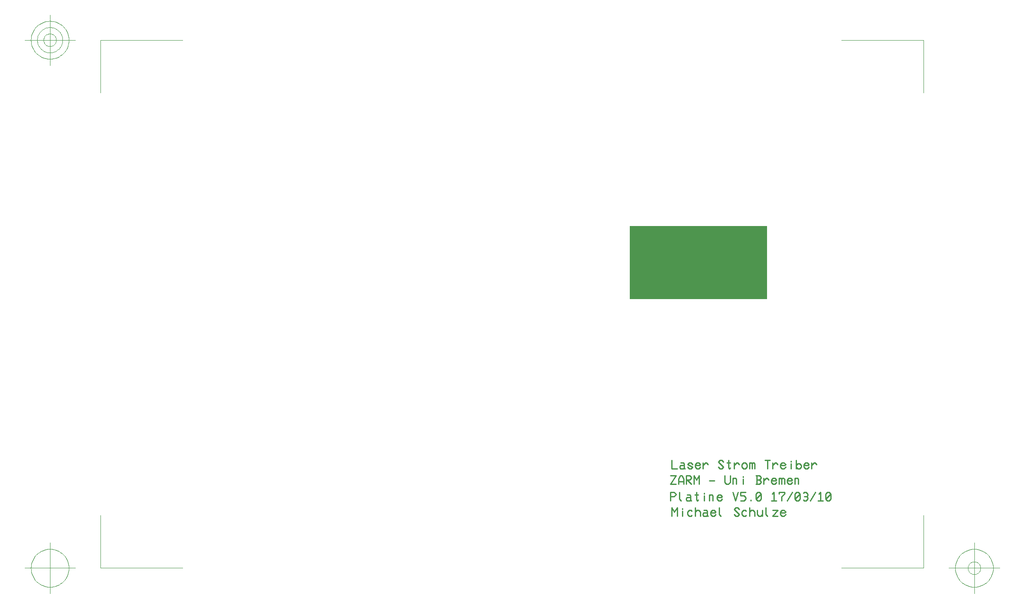
<source format=gbr>
G04 Generated by Ultiboard 10.0 *
%FSLAX25Y25*%
%MOIN*%

%ADD43C,0.01050*%
%ADD23C,0.00004*%
%ADD22C,0.00394*%


G04 ColorRGB CBCBCB for the following layer *
%LNMechanische Lage 1*%
%LPD*%
%FSLAX25Y25*%
%MOIN*%
G54D43*
X437672Y25576D02*
X437672Y32325D01*
X437672Y32325D02*
X439688Y28951D01*
X439688Y28951D02*
X441703Y32325D01*
X441703Y32325D02*
X441703Y25576D01*
X445735Y25576D02*
X445735Y29625D01*
X445735Y30975D02*
X445735Y31650D01*
X453126Y26251D02*
X452454Y25576D01*
X452454Y25576D02*
X451110Y25576D01*
X451110Y25576D02*
X449766Y26926D01*
X449766Y26926D02*
X449766Y28951D01*
X449766Y28951D02*
X451110Y30300D01*
X451110Y30300D02*
X452454Y30300D01*
X452454Y30300D02*
X453126Y29625D01*
X455814Y28951D02*
X457157Y30300D01*
X457157Y30300D02*
X458501Y30300D01*
X458501Y30300D02*
X459845Y28951D01*
X459845Y28951D02*
X459845Y25576D01*
X455814Y32325D02*
X455814Y25576D01*
X462533Y30300D02*
X464549Y30300D01*
X464549Y30300D02*
X465220Y29625D01*
X465220Y29625D02*
X465220Y26251D01*
X465220Y26251D02*
X464549Y25576D01*
X464549Y25576D02*
X462533Y25576D01*
X462533Y25576D02*
X461861Y26251D01*
X461861Y26251D02*
X461861Y27601D01*
X461861Y27601D02*
X462533Y28276D01*
X462533Y28276D02*
X465220Y28276D01*
X465220Y26251D02*
X465892Y25576D01*
X471940Y26926D02*
X470596Y25576D01*
X470596Y25576D02*
X469252Y25576D01*
X469252Y25576D02*
X467908Y26926D01*
X467908Y26926D02*
X467908Y28951D01*
X467908Y28951D02*
X469252Y30300D01*
X469252Y30300D02*
X470596Y30300D01*
X470596Y30300D02*
X471940Y28951D01*
X471940Y28951D02*
X471268Y28276D01*
X471268Y28276D02*
X467908Y28276D01*
X474627Y32325D02*
X474627Y26926D01*
X474627Y26926D02*
X475971Y25576D01*
X486050Y26926D02*
X487394Y25576D01*
X487394Y25576D02*
X488738Y25576D01*
X488738Y25576D02*
X490081Y26926D01*
X490081Y26926D02*
X486050Y30975D01*
X486050Y30975D02*
X487394Y32325D01*
X487394Y32325D02*
X488738Y32325D01*
X488738Y32325D02*
X490081Y30975D01*
X495457Y26251D02*
X494785Y25576D01*
X494785Y25576D02*
X493441Y25576D01*
X493441Y25576D02*
X492097Y26926D01*
X492097Y26926D02*
X492097Y28951D01*
X492097Y28951D02*
X493441Y30300D01*
X493441Y30300D02*
X494785Y30300D01*
X494785Y30300D02*
X495457Y29625D01*
X498144Y28951D02*
X499488Y30300D01*
X499488Y30300D02*
X500832Y30300D01*
X500832Y30300D02*
X502176Y28951D01*
X502176Y28951D02*
X502176Y25576D01*
X498144Y32325D02*
X498144Y25576D01*
X504192Y30300D02*
X504192Y26926D01*
X504192Y26926D02*
X505535Y25576D01*
X505535Y25576D02*
X506879Y25576D01*
X506879Y25576D02*
X508223Y26926D01*
X508223Y26926D02*
X508223Y30300D01*
X508223Y26926D02*
X508223Y25576D01*
X510911Y32325D02*
X510911Y26926D01*
X510911Y26926D02*
X512255Y25576D01*
X516286Y30300D02*
X520318Y30300D01*
X520318Y30300D02*
X516286Y25576D01*
X516286Y25576D02*
X520318Y25576D01*
X526365Y26926D02*
X525021Y25576D01*
X525021Y25576D02*
X523677Y25576D01*
X523677Y25576D02*
X522333Y26926D01*
X522333Y26926D02*
X522333Y28951D01*
X522333Y28951D02*
X523677Y30300D01*
X523677Y30300D02*
X525021Y30300D01*
X525021Y30300D02*
X526365Y28951D01*
X526365Y28951D02*
X525693Y28276D01*
X525693Y28276D02*
X522333Y28276D01*
X437672Y69325D02*
X437672Y62576D01*
X437672Y62576D02*
X441703Y62576D01*
X444391Y67300D02*
X446407Y67300D01*
X446407Y67300D02*
X447079Y66625D01*
X447079Y66625D02*
X447079Y63251D01*
X447079Y63251D02*
X446407Y62576D01*
X446407Y62576D02*
X444391Y62576D01*
X444391Y62576D02*
X443719Y63251D01*
X443719Y63251D02*
X443719Y64601D01*
X443719Y64601D02*
X444391Y65276D01*
X444391Y65276D02*
X447079Y65276D01*
X447079Y63251D02*
X447751Y62576D01*
X449766Y63926D02*
X451110Y62576D01*
X451110Y62576D02*
X452454Y62576D01*
X452454Y62576D02*
X453798Y63926D01*
X453798Y63926D02*
X449766Y65951D01*
X449766Y65951D02*
X451110Y67300D01*
X451110Y67300D02*
X452454Y67300D01*
X452454Y67300D02*
X453798Y65951D01*
X459845Y63926D02*
X458501Y62576D01*
X458501Y62576D02*
X457157Y62576D01*
X457157Y62576D02*
X455814Y63926D01*
X455814Y63926D02*
X455814Y65951D01*
X455814Y65951D02*
X457157Y67300D01*
X457157Y67300D02*
X458501Y67300D01*
X458501Y67300D02*
X459845Y65951D01*
X459845Y65951D02*
X459173Y65276D01*
X459173Y65276D02*
X455814Y65276D01*
X461861Y65276D02*
X463877Y67300D01*
X463877Y67300D02*
X464549Y67300D01*
X464549Y67300D02*
X465892Y65951D01*
X461861Y62576D02*
X461861Y67300D01*
X473955Y63926D02*
X475299Y62576D01*
X475299Y62576D02*
X476643Y62576D01*
X476643Y62576D02*
X477987Y63926D01*
X477987Y63926D02*
X473955Y67975D01*
X473955Y67975D02*
X475299Y69325D01*
X475299Y69325D02*
X476643Y69325D01*
X476643Y69325D02*
X477987Y67975D01*
X483362Y63251D02*
X482690Y62576D01*
X482690Y62576D02*
X482018Y63251D01*
X482018Y63251D02*
X482018Y69325D01*
X480675Y67300D02*
X483362Y67300D01*
X486050Y65276D02*
X488066Y67300D01*
X488066Y67300D02*
X488738Y67300D01*
X488738Y67300D02*
X490081Y65951D01*
X486050Y62576D02*
X486050Y67300D01*
X492097Y63926D02*
X493441Y62576D01*
X493441Y62576D02*
X494785Y62576D01*
X494785Y62576D02*
X496129Y63926D01*
X496129Y63926D02*
X496129Y65951D01*
X496129Y65951D02*
X494785Y67300D01*
X494785Y67300D02*
X493441Y67300D01*
X493441Y67300D02*
X492097Y65951D01*
X492097Y65951D02*
X492097Y63926D01*
X498144Y62576D02*
X498144Y66625D01*
X498144Y66625D02*
X498144Y67300D01*
X498144Y66625D02*
X498816Y67300D01*
X498816Y67300D02*
X499488Y67300D01*
X499488Y67300D02*
X500160Y66625D01*
X500160Y66625D02*
X500832Y67300D01*
X500832Y67300D02*
X501504Y67300D01*
X501504Y67300D02*
X502176Y66625D01*
X502176Y66625D02*
X502176Y62576D01*
X500160Y66625D02*
X500160Y62576D01*
X512255Y62576D02*
X512255Y69325D01*
X510239Y69325D02*
X514270Y69325D01*
X516286Y65276D02*
X518302Y67300D01*
X518302Y67300D02*
X518974Y67300D01*
X518974Y67300D02*
X520318Y65951D01*
X516286Y62576D02*
X516286Y67300D01*
X526365Y63926D02*
X525021Y62576D01*
X525021Y62576D02*
X523677Y62576D01*
X523677Y62576D02*
X522333Y63926D01*
X522333Y63926D02*
X522333Y65951D01*
X522333Y65951D02*
X523677Y67300D01*
X523677Y67300D02*
X525021Y67300D01*
X525021Y67300D02*
X526365Y65951D01*
X526365Y65951D02*
X525693Y65276D01*
X525693Y65276D02*
X522333Y65276D01*
X530396Y62576D02*
X530396Y66625D01*
X530396Y67975D02*
X530396Y68650D01*
X534428Y63926D02*
X535772Y62576D01*
X535772Y62576D02*
X537115Y62576D01*
X537115Y62576D02*
X538459Y63926D01*
X538459Y63926D02*
X538459Y65276D01*
X538459Y65276D02*
X537115Y66625D01*
X537115Y66625D02*
X535772Y66625D01*
X535772Y66625D02*
X534428Y65276D01*
X534428Y69325D02*
X534428Y62576D01*
X544507Y63926D02*
X543163Y62576D01*
X543163Y62576D02*
X541819Y62576D01*
X541819Y62576D02*
X540475Y63926D01*
X540475Y63926D02*
X540475Y65951D01*
X540475Y65951D02*
X541819Y67300D01*
X541819Y67300D02*
X543163Y67300D01*
X543163Y67300D02*
X544507Y65951D01*
X544507Y65951D02*
X543835Y65276D01*
X543835Y65276D02*
X540475Y65276D01*
X546522Y65276D02*
X548538Y67300D01*
X548538Y67300D02*
X549210Y67300D01*
X549210Y67300D02*
X550554Y65951D01*
X546522Y62576D02*
X546522Y67300D01*
X436672Y37576D02*
X436672Y44325D01*
X436672Y44325D02*
X439360Y44325D01*
X439360Y44325D02*
X440703Y42975D01*
X440703Y42975D02*
X440703Y42300D01*
X440703Y42300D02*
X439360Y40951D01*
X439360Y40951D02*
X436672Y40951D01*
X443391Y44325D02*
X443391Y38926D01*
X443391Y38926D02*
X444735Y37576D01*
X449438Y42300D02*
X451454Y42300D01*
X451454Y42300D02*
X452126Y41625D01*
X452126Y41625D02*
X452126Y38251D01*
X452126Y38251D02*
X451454Y37576D01*
X451454Y37576D02*
X449438Y37576D01*
X449438Y37576D02*
X448766Y38251D01*
X448766Y38251D02*
X448766Y39601D01*
X448766Y39601D02*
X449438Y40276D01*
X449438Y40276D02*
X452126Y40276D01*
X452126Y38251D02*
X452798Y37576D01*
X458173Y38251D02*
X457501Y37576D01*
X457501Y37576D02*
X456829Y38251D01*
X456829Y38251D02*
X456829Y44325D01*
X455486Y42300D02*
X458173Y42300D01*
X462877Y37576D02*
X462877Y41625D01*
X462877Y42975D02*
X462877Y43650D01*
X466908Y37576D02*
X466908Y41625D01*
X466908Y41625D02*
X466908Y42300D01*
X466908Y41625D02*
X467580Y42300D01*
X467580Y42300D02*
X468924Y42300D01*
X468924Y42300D02*
X469596Y41625D01*
X469596Y41625D02*
X469596Y37576D01*
X476987Y38926D02*
X475643Y37576D01*
X475643Y37576D02*
X474299Y37576D01*
X474299Y37576D02*
X472955Y38926D01*
X472955Y38926D02*
X472955Y40951D01*
X472955Y40951D02*
X474299Y42300D01*
X474299Y42300D02*
X475643Y42300D01*
X475643Y42300D02*
X476987Y40951D01*
X476987Y40951D02*
X476315Y40276D01*
X476315Y40276D02*
X472955Y40276D01*
X485050Y44325D02*
X487066Y37576D01*
X487066Y37576D02*
X489081Y44325D01*
X495129Y44325D02*
X491097Y44325D01*
X491097Y44325D02*
X491097Y41625D01*
X491097Y41625D02*
X493785Y41625D01*
X493785Y41625D02*
X495129Y40276D01*
X495129Y40276D02*
X495129Y38926D01*
X495129Y38926D02*
X493785Y37576D01*
X493785Y37576D02*
X491097Y37576D01*
X499160Y37576D02*
X499160Y38251D01*
X503192Y42975D02*
X504535Y44325D01*
X504535Y44325D02*
X505879Y44325D01*
X505879Y44325D02*
X507223Y42975D01*
X507223Y42975D02*
X507223Y38926D01*
X507223Y38926D02*
X505879Y37576D01*
X505879Y37576D02*
X504535Y37576D01*
X504535Y37576D02*
X503192Y38926D01*
X503192Y38926D02*
X503192Y42975D01*
X507223Y42975D02*
X503192Y38926D01*
X515958Y42975D02*
X517302Y44325D01*
X517302Y44325D02*
X517302Y37576D01*
X515286Y37576D02*
X519318Y37576D01*
X523349Y37576D02*
X523349Y40951D01*
X523349Y40951D02*
X525365Y42975D01*
X525365Y42975D02*
X525365Y44325D01*
X525365Y44325D02*
X521333Y44325D01*
X521333Y44325D02*
X521333Y42975D01*
X531412Y44325D02*
X527381Y37576D01*
X533428Y42975D02*
X534772Y44325D01*
X534772Y44325D02*
X536115Y44325D01*
X536115Y44325D02*
X537459Y42975D01*
X537459Y42975D02*
X537459Y38926D01*
X537459Y38926D02*
X536115Y37576D01*
X536115Y37576D02*
X534772Y37576D01*
X534772Y37576D02*
X533428Y38926D01*
X533428Y38926D02*
X533428Y42975D01*
X537459Y42975D02*
X533428Y38926D01*
X540147Y43650D02*
X540819Y44325D01*
X540819Y44325D02*
X542163Y44325D01*
X542163Y44325D02*
X543507Y42975D01*
X543507Y42975D02*
X543507Y41625D01*
X543507Y41625D02*
X542835Y40951D01*
X542835Y40951D02*
X543507Y40276D01*
X543507Y40276D02*
X543507Y38926D01*
X543507Y38926D02*
X542163Y37576D01*
X542163Y37576D02*
X540819Y37576D01*
X540819Y37576D02*
X540147Y38251D01*
X540819Y40951D02*
X542835Y40951D01*
X549554Y44325D02*
X545522Y37576D01*
X552241Y42975D02*
X553585Y44325D01*
X553585Y44325D02*
X553585Y37576D01*
X551570Y37576D02*
X555601Y37576D01*
X557617Y42975D02*
X558961Y44325D01*
X558961Y44325D02*
X560304Y44325D01*
X560304Y44325D02*
X561648Y42975D01*
X561648Y42975D02*
X561648Y38926D01*
X561648Y38926D02*
X560304Y37576D01*
X560304Y37576D02*
X558961Y37576D01*
X558961Y37576D02*
X557617Y38926D01*
X557617Y38926D02*
X557617Y42975D01*
X561648Y42975D02*
X557617Y38926D01*
X436672Y57325D02*
X440703Y57325D01*
X440703Y57325D02*
X436672Y50576D01*
X436672Y50576D02*
X440703Y50576D01*
X442719Y50576D02*
X442719Y54625D01*
X442719Y54625D02*
X444063Y57325D01*
X444063Y57325D02*
X445407Y57325D01*
X445407Y57325D02*
X446751Y54625D01*
X446751Y54625D02*
X446751Y50576D01*
X442719Y52601D02*
X446751Y52601D01*
X448766Y50576D02*
X448766Y57325D01*
X448766Y57325D02*
X451454Y57325D01*
X451454Y57325D02*
X452798Y55975D01*
X452798Y55975D02*
X452798Y55300D01*
X452798Y55300D02*
X451454Y53951D01*
X451454Y53951D02*
X448766Y53951D01*
X449438Y53951D02*
X452798Y50576D01*
X454814Y50576D02*
X454814Y57325D01*
X454814Y57325D02*
X456829Y53951D01*
X456829Y53951D02*
X458845Y57325D01*
X458845Y57325D02*
X458845Y50576D01*
X466908Y53276D02*
X470940Y53276D01*
X479003Y57325D02*
X479003Y51926D01*
X479003Y51926D02*
X480346Y50576D01*
X480346Y50576D02*
X481690Y50576D01*
X481690Y50576D02*
X483034Y51926D01*
X483034Y51926D02*
X483034Y57325D01*
X485050Y50576D02*
X485050Y54625D01*
X485050Y54625D02*
X485050Y55300D01*
X485050Y54625D02*
X485722Y55300D01*
X485722Y55300D02*
X487066Y55300D01*
X487066Y55300D02*
X487738Y54625D01*
X487738Y54625D02*
X487738Y50576D01*
X493113Y50576D02*
X493113Y54625D01*
X493113Y55975D02*
X493113Y56650D01*
X503192Y50576D02*
X505879Y50576D01*
X505879Y50576D02*
X507223Y51926D01*
X507223Y51926D02*
X507223Y52601D01*
X507223Y52601D02*
X505879Y53951D01*
X505879Y53951D02*
X507223Y55300D01*
X507223Y55300D02*
X507223Y55975D01*
X507223Y55975D02*
X505879Y57325D01*
X505879Y57325D02*
X503864Y57325D01*
X503864Y57325D02*
X503192Y57325D01*
X503864Y53951D02*
X505879Y53951D01*
X503864Y57325D02*
X503864Y50576D01*
X509239Y53276D02*
X511255Y55300D01*
X511255Y55300D02*
X511927Y55300D01*
X511927Y55300D02*
X513270Y53951D01*
X509239Y50576D02*
X509239Y55300D01*
X519318Y51926D02*
X517974Y50576D01*
X517974Y50576D02*
X516630Y50576D01*
X516630Y50576D02*
X515286Y51926D01*
X515286Y51926D02*
X515286Y53951D01*
X515286Y53951D02*
X516630Y55300D01*
X516630Y55300D02*
X517974Y55300D01*
X517974Y55300D02*
X519318Y53951D01*
X519318Y53951D02*
X518646Y53276D01*
X518646Y53276D02*
X515286Y53276D01*
X521333Y50576D02*
X521333Y54625D01*
X521333Y54625D02*
X521333Y55300D01*
X521333Y54625D02*
X522005Y55300D01*
X522005Y55300D02*
X522677Y55300D01*
X522677Y55300D02*
X523349Y54625D01*
X523349Y54625D02*
X524021Y55300D01*
X524021Y55300D02*
X524693Y55300D01*
X524693Y55300D02*
X525365Y54625D01*
X525365Y54625D02*
X525365Y50576D01*
X523349Y54625D02*
X523349Y50576D01*
X531412Y51926D02*
X530068Y50576D01*
X530068Y50576D02*
X528724Y50576D01*
X528724Y50576D02*
X527381Y51926D01*
X527381Y51926D02*
X527381Y53951D01*
X527381Y53951D02*
X528724Y55300D01*
X528724Y55300D02*
X530068Y55300D01*
X530068Y55300D02*
X531412Y53951D01*
X531412Y53951D02*
X530740Y53276D01*
X530740Y53276D02*
X527381Y53276D01*
X533428Y50576D02*
X533428Y54625D01*
X533428Y54625D02*
X533428Y55300D01*
X533428Y54625D02*
X534100Y55300D01*
X534100Y55300D02*
X535444Y55300D01*
X535444Y55300D02*
X536115Y54625D01*
X536115Y54625D02*
X536115Y50576D01*
G54D23*
G36*
X405000Y251034D02*
X406103Y251034D01*
X406103Y252000D01*
X405000Y252000D01*
X405000Y251034D01*
G37*
G36*
X406103Y251034D02*
X407206Y251034D01*
X407206Y252000D01*
X406103Y252000D01*
X406103Y251034D01*
G37*
G36*
X407206Y251034D02*
X408309Y251034D01*
X408309Y252000D01*
X407206Y252000D01*
X407206Y251034D01*
G37*
G36*
X408309Y251034D02*
X409412Y251034D01*
X409412Y252000D01*
X408309Y252000D01*
X408309Y251034D01*
G37*
G36*
X409412Y251034D02*
X410515Y251034D01*
X410515Y252000D01*
X409412Y252000D01*
X409412Y251034D01*
G37*
G36*
X410515Y251034D02*
X411619Y251034D01*
X411619Y252000D01*
X410515Y252000D01*
X410515Y251034D01*
G37*
G36*
X411619Y251034D02*
X412722Y251034D01*
X412722Y252000D01*
X411619Y252000D01*
X411619Y251034D01*
G37*
G36*
X412722Y251034D02*
X413825Y251034D01*
X413825Y252000D01*
X412722Y252000D01*
X412722Y251034D01*
G37*
G36*
X413825Y251034D02*
X414928Y251034D01*
X414928Y252000D01*
X413825Y252000D01*
X413825Y251034D01*
G37*
G36*
X414928Y251034D02*
X416031Y251034D01*
X416031Y252000D01*
X414928Y252000D01*
X414928Y251034D01*
G37*
G36*
X416031Y251034D02*
X417134Y251034D01*
X417134Y252000D01*
X416031Y252000D01*
X416031Y251034D01*
G37*
G36*
X417134Y251034D02*
X418237Y251034D01*
X418237Y252000D01*
X417134Y252000D01*
X417134Y251034D01*
G37*
G36*
X418237Y251034D02*
X419340Y251034D01*
X419340Y252000D01*
X418237Y252000D01*
X418237Y251034D01*
G37*
G36*
X419340Y251034D02*
X420443Y251034D01*
X420443Y252000D01*
X419340Y252000D01*
X419340Y251034D01*
G37*
G36*
X420443Y251034D02*
X421546Y251034D01*
X421546Y252000D01*
X420443Y252000D01*
X420443Y251034D01*
G37*
G36*
X421546Y251034D02*
X422649Y251034D01*
X422649Y252000D01*
X421546Y252000D01*
X421546Y251034D01*
G37*
G36*
X422649Y251034D02*
X423753Y251034D01*
X423753Y252000D01*
X422649Y252000D01*
X422649Y251034D01*
G37*
G36*
X423753Y251034D02*
X424856Y251034D01*
X424856Y252000D01*
X423753Y252000D01*
X423753Y251034D01*
G37*
G36*
X424856Y251034D02*
X425959Y251034D01*
X425959Y252000D01*
X424856Y252000D01*
X424856Y251034D01*
G37*
G36*
X425959Y251034D02*
X427062Y251034D01*
X427062Y252000D01*
X425959Y252000D01*
X425959Y251034D01*
G37*
G36*
X427062Y251034D02*
X428165Y251034D01*
X428165Y252000D01*
X427062Y252000D01*
X427062Y251034D01*
G37*
G36*
X428165Y251034D02*
X429268Y251034D01*
X429268Y252000D01*
X428165Y252000D01*
X428165Y251034D01*
G37*
G36*
X429268Y251034D02*
X430371Y251034D01*
X430371Y252000D01*
X429268Y252000D01*
X429268Y251034D01*
G37*
G36*
X430371Y251034D02*
X431474Y251034D01*
X431474Y252000D01*
X430371Y252000D01*
X430371Y251034D01*
G37*
G36*
X431474Y251034D02*
X432577Y251034D01*
X432577Y252000D01*
X431474Y252000D01*
X431474Y251034D01*
G37*
G36*
X432577Y251034D02*
X433680Y251034D01*
X433680Y252000D01*
X432577Y252000D01*
X432577Y251034D01*
G37*
G36*
X433680Y251034D02*
X434784Y251034D01*
X434784Y252000D01*
X433680Y252000D01*
X433680Y251034D01*
G37*
G36*
X434784Y251034D02*
X435887Y251034D01*
X435887Y252000D01*
X434784Y252000D01*
X434784Y251034D01*
G37*
G36*
X435887Y251034D02*
X436990Y251034D01*
X436990Y252000D01*
X435887Y252000D01*
X435887Y251034D01*
G37*
G36*
X436990Y251034D02*
X438093Y251034D01*
X438093Y252000D01*
X436990Y252000D01*
X436990Y251034D01*
G37*
G36*
X438093Y251034D02*
X439196Y251034D01*
X439196Y252000D01*
X438093Y252000D01*
X438093Y251034D01*
G37*
G36*
X439196Y251034D02*
X440299Y251034D01*
X440299Y252000D01*
X439196Y252000D01*
X439196Y251034D01*
G37*
G36*
X440299Y251034D02*
X441402Y251034D01*
X441402Y252000D01*
X440299Y252000D01*
X440299Y251034D01*
G37*
G36*
X441402Y251034D02*
X442505Y251034D01*
X442505Y252000D01*
X441402Y252000D01*
X441402Y251034D01*
G37*
G36*
X442505Y251034D02*
X443608Y251034D01*
X443608Y252000D01*
X442505Y252000D01*
X442505Y251034D01*
G37*
G36*
X443608Y251034D02*
X444711Y251034D01*
X444711Y252000D01*
X443608Y252000D01*
X443608Y251034D01*
G37*
G36*
X444711Y251034D02*
X445814Y251034D01*
X445814Y252000D01*
X444711Y252000D01*
X444711Y251034D01*
G37*
G36*
X445814Y251034D02*
X446918Y251034D01*
X446918Y252000D01*
X445814Y252000D01*
X445814Y251034D01*
G37*
G36*
X446918Y251034D02*
X448021Y251034D01*
X448021Y252000D01*
X446918Y252000D01*
X446918Y251034D01*
G37*
G36*
X448021Y251034D02*
X449124Y251034D01*
X449124Y252000D01*
X448021Y252000D01*
X448021Y251034D01*
G37*
G36*
X449124Y251034D02*
X450227Y251034D01*
X450227Y252000D01*
X449124Y252000D01*
X449124Y251034D01*
G37*
G36*
X450227Y251034D02*
X451330Y251034D01*
X451330Y252000D01*
X450227Y252000D01*
X450227Y251034D01*
G37*
G36*
X451330Y251034D02*
X452433Y251034D01*
X452433Y252000D01*
X451330Y252000D01*
X451330Y251034D01*
G37*
G36*
X452433Y251034D02*
X453536Y251034D01*
X453536Y252000D01*
X452433Y252000D01*
X452433Y251034D01*
G37*
G36*
X453536Y251034D02*
X454639Y251034D01*
X454639Y252000D01*
X453536Y252000D01*
X453536Y251034D01*
G37*
G36*
X454639Y251034D02*
X455742Y251034D01*
X455742Y252000D01*
X454639Y252000D01*
X454639Y251034D01*
G37*
G36*
X455742Y251034D02*
X456845Y251034D01*
X456845Y252000D01*
X455742Y252000D01*
X455742Y251034D01*
G37*
G36*
X456845Y251034D02*
X457948Y251034D01*
X457948Y252000D01*
X456845Y252000D01*
X456845Y251034D01*
G37*
G36*
X457948Y251034D02*
X459052Y251034D01*
X459052Y252000D01*
X457948Y252000D01*
X457948Y251034D01*
G37*
G36*
X459052Y251034D02*
X460155Y251034D01*
X460155Y252000D01*
X459052Y252000D01*
X459052Y251034D01*
G37*
G36*
X460155Y251034D02*
X461258Y251034D01*
X461258Y252000D01*
X460155Y252000D01*
X460155Y251034D01*
G37*
G36*
X461258Y251034D02*
X462361Y251034D01*
X462361Y252000D01*
X461258Y252000D01*
X461258Y251034D01*
G37*
G36*
X462361Y251034D02*
X463464Y251034D01*
X463464Y252000D01*
X462361Y252000D01*
X462361Y251034D01*
G37*
G36*
X463464Y251034D02*
X464567Y251034D01*
X464567Y252000D01*
X463464Y252000D01*
X463464Y251034D01*
G37*
G36*
X464567Y251034D02*
X465670Y251034D01*
X465670Y252000D01*
X464567Y252000D01*
X464567Y251034D01*
G37*
G36*
X465670Y251034D02*
X466773Y251034D01*
X466773Y252000D01*
X465670Y252000D01*
X465670Y251034D01*
G37*
G36*
X466773Y251034D02*
X467876Y251034D01*
X467876Y252000D01*
X466773Y252000D01*
X466773Y251034D01*
G37*
G36*
X467876Y251034D02*
X468979Y251034D01*
X468979Y252000D01*
X467876Y252000D01*
X467876Y251034D01*
G37*
G36*
X468979Y251034D02*
X470082Y251034D01*
X470082Y252000D01*
X468979Y252000D01*
X468979Y251034D01*
G37*
G36*
X470082Y251034D02*
X471186Y251034D01*
X471186Y252000D01*
X470082Y252000D01*
X470082Y251034D01*
G37*
G36*
X471186Y251034D02*
X472289Y251034D01*
X472289Y252000D01*
X471186Y252000D01*
X471186Y251034D01*
G37*
G36*
X472289Y251034D02*
X473392Y251034D01*
X473392Y252000D01*
X472289Y252000D01*
X472289Y251034D01*
G37*
G36*
X473392Y251034D02*
X474495Y251034D01*
X474495Y252000D01*
X473392Y252000D01*
X473392Y251034D01*
G37*
G36*
X474495Y251034D02*
X475598Y251034D01*
X475598Y252000D01*
X474495Y252000D01*
X474495Y251034D01*
G37*
G36*
X475598Y251034D02*
X476701Y251034D01*
X476701Y252000D01*
X475598Y252000D01*
X475598Y251034D01*
G37*
G36*
X476701Y251034D02*
X477804Y251034D01*
X477804Y252000D01*
X476701Y252000D01*
X476701Y251034D01*
G37*
G36*
X477804Y251034D02*
X478907Y251034D01*
X478907Y252000D01*
X477804Y252000D01*
X477804Y251034D01*
G37*
G36*
X478907Y251034D02*
X480010Y251034D01*
X480010Y252000D01*
X478907Y252000D01*
X478907Y251034D01*
G37*
G36*
X480010Y251034D02*
X481113Y251034D01*
X481113Y252000D01*
X480010Y252000D01*
X480010Y251034D01*
G37*
G36*
X481113Y251034D02*
X482216Y251034D01*
X482216Y252000D01*
X481113Y252000D01*
X481113Y251034D01*
G37*
G36*
X482216Y251034D02*
X483320Y251034D01*
X483320Y252000D01*
X482216Y252000D01*
X482216Y251034D01*
G37*
G36*
X483320Y251034D02*
X484423Y251034D01*
X484423Y252000D01*
X483320Y252000D01*
X483320Y251034D01*
G37*
G36*
X484423Y251034D02*
X485526Y251034D01*
X485526Y252000D01*
X484423Y252000D01*
X484423Y251034D01*
G37*
G36*
X485526Y251034D02*
X486629Y251034D01*
X486629Y252000D01*
X485526Y252000D01*
X485526Y251034D01*
G37*
G36*
X486629Y251034D02*
X487732Y251034D01*
X487732Y252000D01*
X486629Y252000D01*
X486629Y251034D01*
G37*
G36*
X487732Y251034D02*
X488835Y251034D01*
X488835Y252000D01*
X487732Y252000D01*
X487732Y251034D01*
G37*
G36*
X488835Y251034D02*
X489938Y251034D01*
X489938Y252000D01*
X488835Y252000D01*
X488835Y251034D01*
G37*
G36*
X489938Y251034D02*
X491041Y251034D01*
X491041Y252000D01*
X489938Y252000D01*
X489938Y251034D01*
G37*
G36*
X491041Y251034D02*
X492144Y251034D01*
X492144Y252000D01*
X491041Y252000D01*
X491041Y251034D01*
G37*
G36*
X492144Y251034D02*
X493247Y251034D01*
X493247Y252000D01*
X492144Y252000D01*
X492144Y251034D01*
G37*
G36*
X493247Y251034D02*
X494351Y251034D01*
X494351Y252000D01*
X493247Y252000D01*
X493247Y251034D01*
G37*
G36*
X494351Y251034D02*
X495454Y251034D01*
X495454Y252000D01*
X494351Y252000D01*
X494351Y251034D01*
G37*
G36*
X495454Y251034D02*
X496557Y251034D01*
X496557Y252000D01*
X495454Y252000D01*
X495454Y251034D01*
G37*
G36*
X496557Y251034D02*
X497660Y251034D01*
X497660Y252000D01*
X496557Y252000D01*
X496557Y251034D01*
G37*
G36*
X497660Y251034D02*
X498763Y251034D01*
X498763Y252000D01*
X497660Y252000D01*
X497660Y251034D01*
G37*
G36*
X498763Y251034D02*
X499866Y251034D01*
X499866Y252000D01*
X498763Y252000D01*
X498763Y251034D01*
G37*
G36*
X499866Y251034D02*
X500969Y251034D01*
X500969Y252000D01*
X499866Y252000D01*
X499866Y251034D01*
G37*
G36*
X500969Y251034D02*
X502072Y251034D01*
X502072Y252000D01*
X500969Y252000D01*
X500969Y251034D01*
G37*
G36*
X502072Y251034D02*
X503175Y251034D01*
X503175Y252000D01*
X502072Y252000D01*
X502072Y251034D01*
G37*
G36*
X503175Y251034D02*
X504278Y251034D01*
X504278Y252000D01*
X503175Y252000D01*
X503175Y251034D01*
G37*
G36*
X504278Y251034D02*
X505381Y251034D01*
X505381Y252000D01*
X504278Y252000D01*
X504278Y251034D01*
G37*
G36*
X505381Y251034D02*
X506485Y251034D01*
X506485Y252000D01*
X505381Y252000D01*
X505381Y251034D01*
G37*
G36*
X506485Y251034D02*
X507588Y251034D01*
X507588Y252000D01*
X506485Y252000D01*
X506485Y251034D01*
G37*
G36*
X507588Y251034D02*
X508691Y251034D01*
X508691Y252000D01*
X507588Y252000D01*
X507588Y251034D01*
G37*
G36*
X508691Y251034D02*
X509794Y251034D01*
X509794Y252000D01*
X508691Y252000D01*
X508691Y251034D01*
G37*
G36*
X509794Y251034D02*
X510897Y251034D01*
X510897Y252000D01*
X509794Y252000D01*
X509794Y251034D01*
G37*
G36*
X510897Y251034D02*
X512000Y251034D01*
X512000Y252000D01*
X510897Y252000D01*
X510897Y251034D01*
G37*
G36*
X405000Y250068D02*
X406103Y250068D01*
X406103Y251034D01*
X405000Y251034D01*
X405000Y250068D01*
G37*
G36*
X406103Y250068D02*
X407206Y250068D01*
X407206Y251034D01*
X406103Y251034D01*
X406103Y250068D01*
G37*
G36*
X407206Y250068D02*
X408309Y250068D01*
X408309Y251034D01*
X407206Y251034D01*
X407206Y250068D01*
G37*
G36*
X408309Y250068D02*
X409412Y250068D01*
X409412Y251034D01*
X408309Y251034D01*
X408309Y250068D01*
G37*
G36*
X409412Y250068D02*
X410515Y250068D01*
X410515Y251034D01*
X409412Y251034D01*
X409412Y250068D01*
G37*
G36*
X410515Y250068D02*
X411619Y250068D01*
X411619Y251034D01*
X410515Y251034D01*
X410515Y250068D01*
G37*
G36*
X411619Y250068D02*
X412722Y250068D01*
X412722Y251034D01*
X411619Y251034D01*
X411619Y250068D01*
G37*
G36*
X412722Y250068D02*
X413825Y250068D01*
X413825Y251034D01*
X412722Y251034D01*
X412722Y250068D01*
G37*
G36*
X413825Y250068D02*
X414928Y250068D01*
X414928Y251034D01*
X413825Y251034D01*
X413825Y250068D01*
G37*
G36*
X414928Y250068D02*
X416031Y250068D01*
X416031Y251034D01*
X414928Y251034D01*
X414928Y250068D01*
G37*
G36*
X416031Y250068D02*
X417134Y250068D01*
X417134Y251034D01*
X416031Y251034D01*
X416031Y250068D01*
G37*
G36*
X417134Y250068D02*
X418237Y250068D01*
X418237Y251034D01*
X417134Y251034D01*
X417134Y250068D01*
G37*
G36*
X418237Y250068D02*
X419340Y250068D01*
X419340Y251034D01*
X418237Y251034D01*
X418237Y250068D01*
G37*
G36*
X419340Y250068D02*
X420443Y250068D01*
X420443Y251034D01*
X419340Y251034D01*
X419340Y250068D01*
G37*
G36*
X420443Y250068D02*
X421546Y250068D01*
X421546Y251034D01*
X420443Y251034D01*
X420443Y250068D01*
G37*
G36*
X421546Y250068D02*
X422649Y250068D01*
X422649Y251034D01*
X421546Y251034D01*
X421546Y250068D01*
G37*
G36*
X422649Y250068D02*
X423753Y250068D01*
X423753Y251034D01*
X422649Y251034D01*
X422649Y250068D01*
G37*
G36*
X423753Y250068D02*
X424856Y250068D01*
X424856Y251034D01*
X423753Y251034D01*
X423753Y250068D01*
G37*
G36*
X424856Y250068D02*
X425959Y250068D01*
X425959Y251034D01*
X424856Y251034D01*
X424856Y250068D01*
G37*
G36*
X425959Y250068D02*
X427062Y250068D01*
X427062Y251034D01*
X425959Y251034D01*
X425959Y250068D01*
G37*
G36*
X427062Y250068D02*
X428165Y250068D01*
X428165Y251034D01*
X427062Y251034D01*
X427062Y250068D01*
G37*
G36*
X428165Y250068D02*
X429268Y250068D01*
X429268Y251034D01*
X428165Y251034D01*
X428165Y250068D01*
G37*
G36*
X429268Y250068D02*
X430371Y250068D01*
X430371Y251034D01*
X429268Y251034D01*
X429268Y250068D01*
G37*
G36*
X430371Y250068D02*
X431474Y250068D01*
X431474Y251034D01*
X430371Y251034D01*
X430371Y250068D01*
G37*
G36*
X431474Y250068D02*
X432577Y250068D01*
X432577Y251034D01*
X431474Y251034D01*
X431474Y250068D01*
G37*
G36*
X432577Y250068D02*
X433680Y250068D01*
X433680Y251034D01*
X432577Y251034D01*
X432577Y250068D01*
G37*
G36*
X433680Y250068D02*
X434784Y250068D01*
X434784Y251034D01*
X433680Y251034D01*
X433680Y250068D01*
G37*
G36*
X434784Y250068D02*
X435887Y250068D01*
X435887Y251034D01*
X434784Y251034D01*
X434784Y250068D01*
G37*
G36*
X435887Y250068D02*
X436990Y250068D01*
X436990Y251034D01*
X435887Y251034D01*
X435887Y250068D01*
G37*
G36*
X436990Y250068D02*
X438093Y250068D01*
X438093Y251034D01*
X436990Y251034D01*
X436990Y250068D01*
G37*
G36*
X438093Y250068D02*
X439196Y250068D01*
X439196Y251034D01*
X438093Y251034D01*
X438093Y250068D01*
G37*
G36*
X439196Y250068D02*
X440299Y250068D01*
X440299Y251034D01*
X439196Y251034D01*
X439196Y250068D01*
G37*
G36*
X440299Y250068D02*
X441402Y250068D01*
X441402Y251034D01*
X440299Y251034D01*
X440299Y250068D01*
G37*
G36*
X441402Y250068D02*
X442505Y250068D01*
X442505Y251034D01*
X441402Y251034D01*
X441402Y250068D01*
G37*
G36*
X442505Y250068D02*
X443608Y250068D01*
X443608Y251034D01*
X442505Y251034D01*
X442505Y250068D01*
G37*
G36*
X443608Y250068D02*
X444711Y250068D01*
X444711Y251034D01*
X443608Y251034D01*
X443608Y250068D01*
G37*
G36*
X444711Y250068D02*
X445814Y250068D01*
X445814Y251034D01*
X444711Y251034D01*
X444711Y250068D01*
G37*
G36*
X445814Y250068D02*
X446918Y250068D01*
X446918Y251034D01*
X445814Y251034D01*
X445814Y250068D01*
G37*
G36*
X446918Y250068D02*
X448021Y250068D01*
X448021Y251034D01*
X446918Y251034D01*
X446918Y250068D01*
G37*
G36*
X448021Y250068D02*
X449124Y250068D01*
X449124Y251034D01*
X448021Y251034D01*
X448021Y250068D01*
G37*
G36*
X449124Y250068D02*
X450227Y250068D01*
X450227Y251034D01*
X449124Y251034D01*
X449124Y250068D01*
G37*
G36*
X450227Y250068D02*
X451330Y250068D01*
X451330Y251034D01*
X450227Y251034D01*
X450227Y250068D01*
G37*
G36*
X451330Y250068D02*
X452433Y250068D01*
X452433Y251034D01*
X451330Y251034D01*
X451330Y250068D01*
G37*
G36*
X452433Y250068D02*
X453536Y250068D01*
X453536Y251034D01*
X452433Y251034D01*
X452433Y250068D01*
G37*
G36*
X453536Y250068D02*
X454639Y250068D01*
X454639Y251034D01*
X453536Y251034D01*
X453536Y250068D01*
G37*
G36*
X454639Y250068D02*
X455742Y250068D01*
X455742Y251034D01*
X454639Y251034D01*
X454639Y250068D01*
G37*
G36*
X455742Y250068D02*
X456845Y250068D01*
X456845Y251034D01*
X455742Y251034D01*
X455742Y250068D01*
G37*
G36*
X456845Y250068D02*
X457948Y250068D01*
X457948Y251034D01*
X456845Y251034D01*
X456845Y250068D01*
G37*
G36*
X457948Y250068D02*
X459052Y250068D01*
X459052Y251034D01*
X457948Y251034D01*
X457948Y250068D01*
G37*
G36*
X459052Y250068D02*
X460155Y250068D01*
X460155Y251034D01*
X459052Y251034D01*
X459052Y250068D01*
G37*
G36*
X460155Y250068D02*
X461258Y250068D01*
X461258Y251034D01*
X460155Y251034D01*
X460155Y250068D01*
G37*
G36*
X461258Y250068D02*
X462361Y250068D01*
X462361Y251034D01*
X461258Y251034D01*
X461258Y250068D01*
G37*
G36*
X462361Y250068D02*
X463464Y250068D01*
X463464Y251034D01*
X462361Y251034D01*
X462361Y250068D01*
G37*
G36*
X463464Y250068D02*
X464567Y250068D01*
X464567Y251034D01*
X463464Y251034D01*
X463464Y250068D01*
G37*
G36*
X464567Y250068D02*
X465670Y250068D01*
X465670Y251034D01*
X464567Y251034D01*
X464567Y250068D01*
G37*
G36*
X465670Y250068D02*
X466773Y250068D01*
X466773Y251034D01*
X465670Y251034D01*
X465670Y250068D01*
G37*
G36*
X466773Y250068D02*
X467876Y250068D01*
X467876Y251034D01*
X466773Y251034D01*
X466773Y250068D01*
G37*
G36*
X467876Y250068D02*
X468979Y250068D01*
X468979Y251034D01*
X467876Y251034D01*
X467876Y250068D01*
G37*
G36*
X468979Y250068D02*
X470082Y250068D01*
X470082Y251034D01*
X468979Y251034D01*
X468979Y250068D01*
G37*
G36*
X470082Y250068D02*
X471186Y250068D01*
X471186Y251034D01*
X470082Y251034D01*
X470082Y250068D01*
G37*
G36*
X471186Y250068D02*
X472289Y250068D01*
X472289Y251034D01*
X471186Y251034D01*
X471186Y250068D01*
G37*
G36*
X472289Y250068D02*
X473392Y250068D01*
X473392Y251034D01*
X472289Y251034D01*
X472289Y250068D01*
G37*
G36*
X473392Y250068D02*
X474495Y250068D01*
X474495Y251034D01*
X473392Y251034D01*
X473392Y250068D01*
G37*
G36*
X474495Y250068D02*
X475598Y250068D01*
X475598Y251034D01*
X474495Y251034D01*
X474495Y250068D01*
G37*
G36*
X475598Y250068D02*
X476701Y250068D01*
X476701Y251034D01*
X475598Y251034D01*
X475598Y250068D01*
G37*
G36*
X476701Y250068D02*
X477804Y250068D01*
X477804Y251034D01*
X476701Y251034D01*
X476701Y250068D01*
G37*
G36*
X477804Y250068D02*
X478907Y250068D01*
X478907Y251034D01*
X477804Y251034D01*
X477804Y250068D01*
G37*
G36*
X478907Y250068D02*
X480010Y250068D01*
X480010Y251034D01*
X478907Y251034D01*
X478907Y250068D01*
G37*
G36*
X480010Y250068D02*
X481113Y250068D01*
X481113Y251034D01*
X480010Y251034D01*
X480010Y250068D01*
G37*
G36*
X481113Y250068D02*
X482216Y250068D01*
X482216Y251034D01*
X481113Y251034D01*
X481113Y250068D01*
G37*
G36*
X482216Y250068D02*
X483320Y250068D01*
X483320Y251034D01*
X482216Y251034D01*
X482216Y250068D01*
G37*
G36*
X483320Y250068D02*
X484423Y250068D01*
X484423Y251034D01*
X483320Y251034D01*
X483320Y250068D01*
G37*
G36*
X484423Y250068D02*
X485526Y250068D01*
X485526Y251034D01*
X484423Y251034D01*
X484423Y250068D01*
G37*
G36*
X485526Y250068D02*
X486629Y250068D01*
X486629Y251034D01*
X485526Y251034D01*
X485526Y250068D01*
G37*
G36*
X486629Y250068D02*
X487732Y250068D01*
X487732Y251034D01*
X486629Y251034D01*
X486629Y250068D01*
G37*
G36*
X487732Y250068D02*
X488835Y250068D01*
X488835Y251034D01*
X487732Y251034D01*
X487732Y250068D01*
G37*
G36*
X488835Y250068D02*
X489938Y250068D01*
X489938Y251034D01*
X488835Y251034D01*
X488835Y250068D01*
G37*
G36*
X489938Y250068D02*
X491041Y250068D01*
X491041Y251034D01*
X489938Y251034D01*
X489938Y250068D01*
G37*
G36*
X491041Y250068D02*
X492144Y250068D01*
X492144Y251034D01*
X491041Y251034D01*
X491041Y250068D01*
G37*
G36*
X492144Y250068D02*
X493247Y250068D01*
X493247Y251034D01*
X492144Y251034D01*
X492144Y250068D01*
G37*
G36*
X493247Y250068D02*
X494351Y250068D01*
X494351Y251034D01*
X493247Y251034D01*
X493247Y250068D01*
G37*
G36*
X494351Y250068D02*
X495454Y250068D01*
X495454Y251034D01*
X494351Y251034D01*
X494351Y250068D01*
G37*
G36*
X495454Y250068D02*
X496557Y250068D01*
X496557Y251034D01*
X495454Y251034D01*
X495454Y250068D01*
G37*
G36*
X496557Y250068D02*
X497660Y250068D01*
X497660Y251034D01*
X496557Y251034D01*
X496557Y250068D01*
G37*
G36*
X497660Y250068D02*
X498763Y250068D01*
X498763Y251034D01*
X497660Y251034D01*
X497660Y250068D01*
G37*
G36*
X498763Y250068D02*
X499866Y250068D01*
X499866Y251034D01*
X498763Y251034D01*
X498763Y250068D01*
G37*
G36*
X499866Y250068D02*
X500969Y250068D01*
X500969Y251034D01*
X499866Y251034D01*
X499866Y250068D01*
G37*
G36*
X500969Y250068D02*
X502072Y250068D01*
X502072Y251034D01*
X500969Y251034D01*
X500969Y250068D01*
G37*
G36*
X502072Y250068D02*
X503175Y250068D01*
X503175Y251034D01*
X502072Y251034D01*
X502072Y250068D01*
G37*
G36*
X503175Y250068D02*
X504278Y250068D01*
X504278Y251034D01*
X503175Y251034D01*
X503175Y250068D01*
G37*
G36*
X504278Y250068D02*
X505381Y250068D01*
X505381Y251034D01*
X504278Y251034D01*
X504278Y250068D01*
G37*
G36*
X505381Y250068D02*
X506485Y250068D01*
X506485Y251034D01*
X505381Y251034D01*
X505381Y250068D01*
G37*
G36*
X506485Y250068D02*
X507588Y250068D01*
X507588Y251034D01*
X506485Y251034D01*
X506485Y250068D01*
G37*
G36*
X507588Y250068D02*
X508691Y250068D01*
X508691Y251034D01*
X507588Y251034D01*
X507588Y250068D01*
G37*
G36*
X508691Y250068D02*
X509794Y250068D01*
X509794Y251034D01*
X508691Y251034D01*
X508691Y250068D01*
G37*
G36*
X509794Y250068D02*
X510897Y250068D01*
X510897Y251034D01*
X509794Y251034D01*
X509794Y250068D01*
G37*
G36*
X510897Y250068D02*
X512000Y250068D01*
X512000Y251034D01*
X510897Y251034D01*
X510897Y250068D01*
G37*
G36*
X405000Y249102D02*
X406103Y249102D01*
X406103Y250068D01*
X405000Y250068D01*
X405000Y249102D01*
G37*
G36*
X406103Y249102D02*
X407206Y249102D01*
X407206Y250068D01*
X406103Y250068D01*
X406103Y249102D01*
G37*
G36*
X407206Y249102D02*
X408309Y249102D01*
X408309Y250068D01*
X407206Y250068D01*
X407206Y249102D01*
G37*
G36*
X408309Y249102D02*
X409412Y249102D01*
X409412Y250068D01*
X408309Y250068D01*
X408309Y249102D01*
G37*
G36*
X409412Y249102D02*
X410515Y249102D01*
X410515Y250068D01*
X409412Y250068D01*
X409412Y249102D01*
G37*
G36*
X410515Y249102D02*
X411619Y249102D01*
X411619Y250068D01*
X410515Y250068D01*
X410515Y249102D01*
G37*
G36*
X411619Y249102D02*
X412722Y249102D01*
X412722Y250068D01*
X411619Y250068D01*
X411619Y249102D01*
G37*
G36*
X412722Y249102D02*
X413825Y249102D01*
X413825Y250068D01*
X412722Y250068D01*
X412722Y249102D01*
G37*
G36*
X413825Y249102D02*
X414928Y249102D01*
X414928Y250068D01*
X413825Y250068D01*
X413825Y249102D01*
G37*
G36*
X414928Y249102D02*
X416031Y249102D01*
X416031Y250068D01*
X414928Y250068D01*
X414928Y249102D01*
G37*
G36*
X416031Y249102D02*
X417134Y249102D01*
X417134Y250068D01*
X416031Y250068D01*
X416031Y249102D01*
G37*
G36*
X417134Y249102D02*
X418237Y249102D01*
X418237Y250068D01*
X417134Y250068D01*
X417134Y249102D01*
G37*
G36*
X418237Y249102D02*
X419340Y249102D01*
X419340Y250068D01*
X418237Y250068D01*
X418237Y249102D01*
G37*
G36*
X419340Y249102D02*
X420443Y249102D01*
X420443Y250068D01*
X419340Y250068D01*
X419340Y249102D01*
G37*
G36*
X420443Y249102D02*
X421546Y249102D01*
X421546Y250068D01*
X420443Y250068D01*
X420443Y249102D01*
G37*
G36*
X421546Y249102D02*
X422649Y249102D01*
X422649Y250068D01*
X421546Y250068D01*
X421546Y249102D01*
G37*
G36*
X422649Y249102D02*
X423753Y249102D01*
X423753Y250068D01*
X422649Y250068D01*
X422649Y249102D01*
G37*
G36*
X423753Y249102D02*
X424856Y249102D01*
X424856Y250068D01*
X423753Y250068D01*
X423753Y249102D01*
G37*
G36*
X424856Y249102D02*
X425959Y249102D01*
X425959Y250068D01*
X424856Y250068D01*
X424856Y249102D01*
G37*
G36*
X425959Y249102D02*
X427062Y249102D01*
X427062Y250068D01*
X425959Y250068D01*
X425959Y249102D01*
G37*
G36*
X427062Y249102D02*
X428165Y249102D01*
X428165Y250068D01*
X427062Y250068D01*
X427062Y249102D01*
G37*
G36*
X428165Y249102D02*
X429268Y249102D01*
X429268Y250068D01*
X428165Y250068D01*
X428165Y249102D01*
G37*
G36*
X429268Y249102D02*
X430371Y249102D01*
X430371Y250068D01*
X429268Y250068D01*
X429268Y249102D01*
G37*
G36*
X430371Y249102D02*
X431474Y249102D01*
X431474Y250068D01*
X430371Y250068D01*
X430371Y249102D01*
G37*
G36*
X431474Y249102D02*
X432577Y249102D01*
X432577Y250068D01*
X431474Y250068D01*
X431474Y249102D01*
G37*
G36*
X432577Y249102D02*
X433680Y249102D01*
X433680Y250068D01*
X432577Y250068D01*
X432577Y249102D01*
G37*
G36*
X433680Y249102D02*
X434784Y249102D01*
X434784Y250068D01*
X433680Y250068D01*
X433680Y249102D01*
G37*
G36*
X434784Y249102D02*
X435887Y249102D01*
X435887Y250068D01*
X434784Y250068D01*
X434784Y249102D01*
G37*
G36*
X435887Y249102D02*
X436990Y249102D01*
X436990Y250068D01*
X435887Y250068D01*
X435887Y249102D01*
G37*
G36*
X436990Y249102D02*
X438093Y249102D01*
X438093Y250068D01*
X436990Y250068D01*
X436990Y249102D01*
G37*
G36*
X438093Y249102D02*
X439196Y249102D01*
X439196Y250068D01*
X438093Y250068D01*
X438093Y249102D01*
G37*
G36*
X439196Y249102D02*
X440299Y249102D01*
X440299Y250068D01*
X439196Y250068D01*
X439196Y249102D01*
G37*
G36*
X440299Y249102D02*
X441402Y249102D01*
X441402Y250068D01*
X440299Y250068D01*
X440299Y249102D01*
G37*
G36*
X441402Y249102D02*
X442505Y249102D01*
X442505Y250068D01*
X441402Y250068D01*
X441402Y249102D01*
G37*
G36*
X442505Y249102D02*
X443608Y249102D01*
X443608Y250068D01*
X442505Y250068D01*
X442505Y249102D01*
G37*
G36*
X443608Y249102D02*
X444711Y249102D01*
X444711Y250068D01*
X443608Y250068D01*
X443608Y249102D01*
G37*
G36*
X444711Y249102D02*
X445814Y249102D01*
X445814Y250068D01*
X444711Y250068D01*
X444711Y249102D01*
G37*
G36*
X445814Y249102D02*
X446918Y249102D01*
X446918Y250068D01*
X445814Y250068D01*
X445814Y249102D01*
G37*
G36*
X446918Y249102D02*
X448021Y249102D01*
X448021Y250068D01*
X446918Y250068D01*
X446918Y249102D01*
G37*
G36*
X448021Y249102D02*
X449124Y249102D01*
X449124Y250068D01*
X448021Y250068D01*
X448021Y249102D01*
G37*
G36*
X449124Y249102D02*
X450227Y249102D01*
X450227Y250068D01*
X449124Y250068D01*
X449124Y249102D01*
G37*
G36*
X450227Y249102D02*
X451330Y249102D01*
X451330Y250068D01*
X450227Y250068D01*
X450227Y249102D01*
G37*
G36*
X451330Y249102D02*
X452433Y249102D01*
X452433Y250068D01*
X451330Y250068D01*
X451330Y249102D01*
G37*
G36*
X452433Y249102D02*
X453536Y249102D01*
X453536Y250068D01*
X452433Y250068D01*
X452433Y249102D01*
G37*
G36*
X453536Y249102D02*
X454639Y249102D01*
X454639Y250068D01*
X453536Y250068D01*
X453536Y249102D01*
G37*
G36*
X454639Y249102D02*
X455742Y249102D01*
X455742Y250068D01*
X454639Y250068D01*
X454639Y249102D01*
G37*
G36*
X455742Y249102D02*
X456845Y249102D01*
X456845Y250068D01*
X455742Y250068D01*
X455742Y249102D01*
G37*
G36*
X456845Y249102D02*
X457948Y249102D01*
X457948Y250068D01*
X456845Y250068D01*
X456845Y249102D01*
G37*
G36*
X457948Y249102D02*
X459052Y249102D01*
X459052Y250068D01*
X457948Y250068D01*
X457948Y249102D01*
G37*
G36*
X459052Y249102D02*
X460155Y249102D01*
X460155Y250068D01*
X459052Y250068D01*
X459052Y249102D01*
G37*
G36*
X460155Y249102D02*
X461258Y249102D01*
X461258Y250068D01*
X460155Y250068D01*
X460155Y249102D01*
G37*
G36*
X461258Y249102D02*
X462361Y249102D01*
X462361Y250068D01*
X461258Y250068D01*
X461258Y249102D01*
G37*
G36*
X462361Y249102D02*
X463464Y249102D01*
X463464Y250068D01*
X462361Y250068D01*
X462361Y249102D01*
G37*
G36*
X463464Y249102D02*
X464567Y249102D01*
X464567Y250068D01*
X463464Y250068D01*
X463464Y249102D01*
G37*
G36*
X464567Y249102D02*
X465670Y249102D01*
X465670Y250068D01*
X464567Y250068D01*
X464567Y249102D01*
G37*
G36*
X465670Y249102D02*
X466773Y249102D01*
X466773Y250068D01*
X465670Y250068D01*
X465670Y249102D01*
G37*
G36*
X466773Y249102D02*
X467876Y249102D01*
X467876Y250068D01*
X466773Y250068D01*
X466773Y249102D01*
G37*
G36*
X467876Y249102D02*
X468979Y249102D01*
X468979Y250068D01*
X467876Y250068D01*
X467876Y249102D01*
G37*
G36*
X468979Y249102D02*
X470082Y249102D01*
X470082Y250068D01*
X468979Y250068D01*
X468979Y249102D01*
G37*
G36*
X470082Y249102D02*
X471186Y249102D01*
X471186Y250068D01*
X470082Y250068D01*
X470082Y249102D01*
G37*
G36*
X471186Y249102D02*
X472289Y249102D01*
X472289Y250068D01*
X471186Y250068D01*
X471186Y249102D01*
G37*
G36*
X472289Y249102D02*
X473392Y249102D01*
X473392Y250068D01*
X472289Y250068D01*
X472289Y249102D01*
G37*
G36*
X473392Y249102D02*
X474495Y249102D01*
X474495Y250068D01*
X473392Y250068D01*
X473392Y249102D01*
G37*
G36*
X474495Y249102D02*
X475598Y249102D01*
X475598Y250068D01*
X474495Y250068D01*
X474495Y249102D01*
G37*
G36*
X475598Y249102D02*
X476701Y249102D01*
X476701Y250068D01*
X475598Y250068D01*
X475598Y249102D01*
G37*
G36*
X476701Y249102D02*
X477804Y249102D01*
X477804Y250068D01*
X476701Y250068D01*
X476701Y249102D01*
G37*
G36*
X477804Y249102D02*
X478907Y249102D01*
X478907Y250068D01*
X477804Y250068D01*
X477804Y249102D01*
G37*
G36*
X478907Y249102D02*
X480010Y249102D01*
X480010Y250068D01*
X478907Y250068D01*
X478907Y249102D01*
G37*
G36*
X480010Y249102D02*
X481113Y249102D01*
X481113Y250068D01*
X480010Y250068D01*
X480010Y249102D01*
G37*
G36*
X481113Y249102D02*
X482216Y249102D01*
X482216Y250068D01*
X481113Y250068D01*
X481113Y249102D01*
G37*
G36*
X482216Y249102D02*
X483320Y249102D01*
X483320Y250068D01*
X482216Y250068D01*
X482216Y249102D01*
G37*
G36*
X483320Y249102D02*
X484423Y249102D01*
X484423Y250068D01*
X483320Y250068D01*
X483320Y249102D01*
G37*
G36*
X484423Y249102D02*
X485526Y249102D01*
X485526Y250068D01*
X484423Y250068D01*
X484423Y249102D01*
G37*
G36*
X485526Y249102D02*
X486629Y249102D01*
X486629Y250068D01*
X485526Y250068D01*
X485526Y249102D01*
G37*
G36*
X486629Y249102D02*
X487732Y249102D01*
X487732Y250068D01*
X486629Y250068D01*
X486629Y249102D01*
G37*
G36*
X487732Y249102D02*
X488835Y249102D01*
X488835Y250068D01*
X487732Y250068D01*
X487732Y249102D01*
G37*
G36*
X488835Y249102D02*
X489938Y249102D01*
X489938Y250068D01*
X488835Y250068D01*
X488835Y249102D01*
G37*
G36*
X489938Y249102D02*
X491041Y249102D01*
X491041Y250068D01*
X489938Y250068D01*
X489938Y249102D01*
G37*
G36*
X491041Y249102D02*
X492144Y249102D01*
X492144Y250068D01*
X491041Y250068D01*
X491041Y249102D01*
G37*
G36*
X492144Y249102D02*
X493247Y249102D01*
X493247Y250068D01*
X492144Y250068D01*
X492144Y249102D01*
G37*
G36*
X493247Y249102D02*
X494351Y249102D01*
X494351Y250068D01*
X493247Y250068D01*
X493247Y249102D01*
G37*
G36*
X494351Y249102D02*
X495454Y249102D01*
X495454Y250068D01*
X494351Y250068D01*
X494351Y249102D01*
G37*
G36*
X495454Y249102D02*
X496557Y249102D01*
X496557Y250068D01*
X495454Y250068D01*
X495454Y249102D01*
G37*
G36*
X496557Y249102D02*
X497660Y249102D01*
X497660Y250068D01*
X496557Y250068D01*
X496557Y249102D01*
G37*
G36*
X497660Y249102D02*
X498763Y249102D01*
X498763Y250068D01*
X497660Y250068D01*
X497660Y249102D01*
G37*
G36*
X498763Y249102D02*
X499866Y249102D01*
X499866Y250068D01*
X498763Y250068D01*
X498763Y249102D01*
G37*
G36*
X499866Y249102D02*
X500969Y249102D01*
X500969Y250068D01*
X499866Y250068D01*
X499866Y249102D01*
G37*
G36*
X500969Y249102D02*
X502072Y249102D01*
X502072Y250068D01*
X500969Y250068D01*
X500969Y249102D01*
G37*
G36*
X502072Y249102D02*
X503175Y249102D01*
X503175Y250068D01*
X502072Y250068D01*
X502072Y249102D01*
G37*
G36*
X503175Y249102D02*
X504278Y249102D01*
X504278Y250068D01*
X503175Y250068D01*
X503175Y249102D01*
G37*
G36*
X504278Y249102D02*
X505381Y249102D01*
X505381Y250068D01*
X504278Y250068D01*
X504278Y249102D01*
G37*
G36*
X505381Y249102D02*
X506485Y249102D01*
X506485Y250068D01*
X505381Y250068D01*
X505381Y249102D01*
G37*
G36*
X506485Y249102D02*
X507588Y249102D01*
X507588Y250068D01*
X506485Y250068D01*
X506485Y249102D01*
G37*
G36*
X507588Y249102D02*
X508691Y249102D01*
X508691Y250068D01*
X507588Y250068D01*
X507588Y249102D01*
G37*
G36*
X508691Y249102D02*
X509794Y249102D01*
X509794Y250068D01*
X508691Y250068D01*
X508691Y249102D01*
G37*
G36*
X509794Y249102D02*
X510897Y249102D01*
X510897Y250068D01*
X509794Y250068D01*
X509794Y249102D01*
G37*
G36*
X510897Y249102D02*
X512000Y249102D01*
X512000Y250068D01*
X510897Y250068D01*
X510897Y249102D01*
G37*
G36*
X405000Y248136D02*
X406103Y248136D01*
X406103Y249102D01*
X405000Y249102D01*
X405000Y248136D01*
G37*
G36*
X406103Y248136D02*
X407206Y248136D01*
X407206Y249102D01*
X406103Y249102D01*
X406103Y248136D01*
G37*
G36*
X407206Y248136D02*
X408309Y248136D01*
X408309Y249102D01*
X407206Y249102D01*
X407206Y248136D01*
G37*
G36*
X408309Y248136D02*
X409412Y248136D01*
X409412Y249102D01*
X408309Y249102D01*
X408309Y248136D01*
G37*
G36*
X409412Y248136D02*
X410515Y248136D01*
X410515Y249102D01*
X409412Y249102D01*
X409412Y248136D01*
G37*
G36*
X410515Y248136D02*
X411619Y248136D01*
X411619Y249102D01*
X410515Y249102D01*
X410515Y248136D01*
G37*
G36*
X411619Y248136D02*
X412722Y248136D01*
X412722Y249102D01*
X411619Y249102D01*
X411619Y248136D01*
G37*
G36*
X412722Y248136D02*
X413825Y248136D01*
X413825Y249102D01*
X412722Y249102D01*
X412722Y248136D01*
G37*
G36*
X413825Y248136D02*
X414928Y248136D01*
X414928Y249102D01*
X413825Y249102D01*
X413825Y248136D01*
G37*
G36*
X414928Y248136D02*
X416031Y248136D01*
X416031Y249102D01*
X414928Y249102D01*
X414928Y248136D01*
G37*
G36*
X416031Y248136D02*
X417134Y248136D01*
X417134Y249102D01*
X416031Y249102D01*
X416031Y248136D01*
G37*
G36*
X417134Y248136D02*
X418237Y248136D01*
X418237Y249102D01*
X417134Y249102D01*
X417134Y248136D01*
G37*
G36*
X418237Y248136D02*
X419340Y248136D01*
X419340Y249102D01*
X418237Y249102D01*
X418237Y248136D01*
G37*
G36*
X419340Y248136D02*
X420443Y248136D01*
X420443Y249102D01*
X419340Y249102D01*
X419340Y248136D01*
G37*
G36*
X420443Y248136D02*
X421546Y248136D01*
X421546Y249102D01*
X420443Y249102D01*
X420443Y248136D01*
G37*
G36*
X421546Y248136D02*
X422649Y248136D01*
X422649Y249102D01*
X421546Y249102D01*
X421546Y248136D01*
G37*
G36*
X422649Y248136D02*
X423753Y248136D01*
X423753Y249102D01*
X422649Y249102D01*
X422649Y248136D01*
G37*
G36*
X423753Y248136D02*
X424856Y248136D01*
X424856Y249102D01*
X423753Y249102D01*
X423753Y248136D01*
G37*
G36*
X424856Y248136D02*
X425959Y248136D01*
X425959Y249102D01*
X424856Y249102D01*
X424856Y248136D01*
G37*
G36*
X425959Y248136D02*
X427062Y248136D01*
X427062Y249102D01*
X425959Y249102D01*
X425959Y248136D01*
G37*
G36*
X427062Y248136D02*
X428165Y248136D01*
X428165Y249102D01*
X427062Y249102D01*
X427062Y248136D01*
G37*
G36*
X428165Y248136D02*
X429268Y248136D01*
X429268Y249102D01*
X428165Y249102D01*
X428165Y248136D01*
G37*
G36*
X429268Y248136D02*
X430371Y248136D01*
X430371Y249102D01*
X429268Y249102D01*
X429268Y248136D01*
G37*
G36*
X430371Y248136D02*
X431474Y248136D01*
X431474Y249102D01*
X430371Y249102D01*
X430371Y248136D01*
G37*
G36*
X431474Y248136D02*
X432577Y248136D01*
X432577Y249102D01*
X431474Y249102D01*
X431474Y248136D01*
G37*
G36*
X432577Y248136D02*
X433680Y248136D01*
X433680Y249102D01*
X432577Y249102D01*
X432577Y248136D01*
G37*
G36*
X433680Y248136D02*
X434784Y248136D01*
X434784Y249102D01*
X433680Y249102D01*
X433680Y248136D01*
G37*
G36*
X434784Y248136D02*
X435887Y248136D01*
X435887Y249102D01*
X434784Y249102D01*
X434784Y248136D01*
G37*
G36*
X435887Y248136D02*
X436990Y248136D01*
X436990Y249102D01*
X435887Y249102D01*
X435887Y248136D01*
G37*
G36*
X436990Y248136D02*
X438093Y248136D01*
X438093Y249102D01*
X436990Y249102D01*
X436990Y248136D01*
G37*
G36*
X438093Y248136D02*
X439196Y248136D01*
X439196Y249102D01*
X438093Y249102D01*
X438093Y248136D01*
G37*
G36*
X439196Y248136D02*
X440299Y248136D01*
X440299Y249102D01*
X439196Y249102D01*
X439196Y248136D01*
G37*
G36*
X440299Y248136D02*
X441402Y248136D01*
X441402Y249102D01*
X440299Y249102D01*
X440299Y248136D01*
G37*
G36*
X441402Y248136D02*
X442505Y248136D01*
X442505Y249102D01*
X441402Y249102D01*
X441402Y248136D01*
G37*
G36*
X442505Y248136D02*
X443608Y248136D01*
X443608Y249102D01*
X442505Y249102D01*
X442505Y248136D01*
G37*
G36*
X443608Y248136D02*
X444711Y248136D01*
X444711Y249102D01*
X443608Y249102D01*
X443608Y248136D01*
G37*
G36*
X444711Y248136D02*
X445814Y248136D01*
X445814Y249102D01*
X444711Y249102D01*
X444711Y248136D01*
G37*
G36*
X445814Y248136D02*
X446918Y248136D01*
X446918Y249102D01*
X445814Y249102D01*
X445814Y248136D01*
G37*
G36*
X446918Y248136D02*
X448021Y248136D01*
X448021Y249102D01*
X446918Y249102D01*
X446918Y248136D01*
G37*
G36*
X448021Y248136D02*
X449124Y248136D01*
X449124Y249102D01*
X448021Y249102D01*
X448021Y248136D01*
G37*
G36*
X449124Y248136D02*
X450227Y248136D01*
X450227Y249102D01*
X449124Y249102D01*
X449124Y248136D01*
G37*
G36*
X450227Y248136D02*
X451330Y248136D01*
X451330Y249102D01*
X450227Y249102D01*
X450227Y248136D01*
G37*
G36*
X451330Y248136D02*
X452433Y248136D01*
X452433Y249102D01*
X451330Y249102D01*
X451330Y248136D01*
G37*
G36*
X452433Y248136D02*
X453536Y248136D01*
X453536Y249102D01*
X452433Y249102D01*
X452433Y248136D01*
G37*
G36*
X453536Y248136D02*
X454639Y248136D01*
X454639Y249102D01*
X453536Y249102D01*
X453536Y248136D01*
G37*
G36*
X454639Y248136D02*
X455742Y248136D01*
X455742Y249102D01*
X454639Y249102D01*
X454639Y248136D01*
G37*
G36*
X455742Y248136D02*
X456845Y248136D01*
X456845Y249102D01*
X455742Y249102D01*
X455742Y248136D01*
G37*
G36*
X456845Y248136D02*
X457948Y248136D01*
X457948Y249102D01*
X456845Y249102D01*
X456845Y248136D01*
G37*
G36*
X457948Y248136D02*
X459052Y248136D01*
X459052Y249102D01*
X457948Y249102D01*
X457948Y248136D01*
G37*
G36*
X459052Y248136D02*
X460155Y248136D01*
X460155Y249102D01*
X459052Y249102D01*
X459052Y248136D01*
G37*
G36*
X460155Y248136D02*
X461258Y248136D01*
X461258Y249102D01*
X460155Y249102D01*
X460155Y248136D01*
G37*
G36*
X461258Y248136D02*
X462361Y248136D01*
X462361Y249102D01*
X461258Y249102D01*
X461258Y248136D01*
G37*
G36*
X462361Y248136D02*
X463464Y248136D01*
X463464Y249102D01*
X462361Y249102D01*
X462361Y248136D01*
G37*
G36*
X463464Y248136D02*
X464567Y248136D01*
X464567Y249102D01*
X463464Y249102D01*
X463464Y248136D01*
G37*
G36*
X464567Y248136D02*
X465670Y248136D01*
X465670Y249102D01*
X464567Y249102D01*
X464567Y248136D01*
G37*
G36*
X465670Y248136D02*
X466773Y248136D01*
X466773Y249102D01*
X465670Y249102D01*
X465670Y248136D01*
G37*
G36*
X466773Y248136D02*
X467876Y248136D01*
X467876Y249102D01*
X466773Y249102D01*
X466773Y248136D01*
G37*
G36*
X467876Y248136D02*
X468979Y248136D01*
X468979Y249102D01*
X467876Y249102D01*
X467876Y248136D01*
G37*
G36*
X468979Y248136D02*
X470082Y248136D01*
X470082Y249102D01*
X468979Y249102D01*
X468979Y248136D01*
G37*
G36*
X470082Y248136D02*
X471186Y248136D01*
X471186Y249102D01*
X470082Y249102D01*
X470082Y248136D01*
G37*
G36*
X471186Y248136D02*
X472289Y248136D01*
X472289Y249102D01*
X471186Y249102D01*
X471186Y248136D01*
G37*
G36*
X472289Y248136D02*
X473392Y248136D01*
X473392Y249102D01*
X472289Y249102D01*
X472289Y248136D01*
G37*
G36*
X473392Y248136D02*
X474495Y248136D01*
X474495Y249102D01*
X473392Y249102D01*
X473392Y248136D01*
G37*
G36*
X474495Y248136D02*
X475598Y248136D01*
X475598Y249102D01*
X474495Y249102D01*
X474495Y248136D01*
G37*
G36*
X475598Y248136D02*
X476701Y248136D01*
X476701Y249102D01*
X475598Y249102D01*
X475598Y248136D01*
G37*
G36*
X476701Y248136D02*
X477804Y248136D01*
X477804Y249102D01*
X476701Y249102D01*
X476701Y248136D01*
G37*
G36*
X477804Y248136D02*
X478907Y248136D01*
X478907Y249102D01*
X477804Y249102D01*
X477804Y248136D01*
G37*
G36*
X478907Y248136D02*
X480010Y248136D01*
X480010Y249102D01*
X478907Y249102D01*
X478907Y248136D01*
G37*
G36*
X480010Y248136D02*
X481113Y248136D01*
X481113Y249102D01*
X480010Y249102D01*
X480010Y248136D01*
G37*
G36*
X481113Y248136D02*
X482216Y248136D01*
X482216Y249102D01*
X481113Y249102D01*
X481113Y248136D01*
G37*
G36*
X482216Y248136D02*
X483320Y248136D01*
X483320Y249102D01*
X482216Y249102D01*
X482216Y248136D01*
G37*
G36*
X483320Y248136D02*
X484423Y248136D01*
X484423Y249102D01*
X483320Y249102D01*
X483320Y248136D01*
G37*
G36*
X484423Y248136D02*
X485526Y248136D01*
X485526Y249102D01*
X484423Y249102D01*
X484423Y248136D01*
G37*
G36*
X485526Y248136D02*
X486629Y248136D01*
X486629Y249102D01*
X485526Y249102D01*
X485526Y248136D01*
G37*
G36*
X486629Y248136D02*
X487732Y248136D01*
X487732Y249102D01*
X486629Y249102D01*
X486629Y248136D01*
G37*
G36*
X487732Y248136D02*
X488835Y248136D01*
X488835Y249102D01*
X487732Y249102D01*
X487732Y248136D01*
G37*
G36*
X488835Y248136D02*
X489938Y248136D01*
X489938Y249102D01*
X488835Y249102D01*
X488835Y248136D01*
G37*
G36*
X489938Y248136D02*
X491041Y248136D01*
X491041Y249102D01*
X489938Y249102D01*
X489938Y248136D01*
G37*
G36*
X491041Y248136D02*
X492144Y248136D01*
X492144Y249102D01*
X491041Y249102D01*
X491041Y248136D01*
G37*
G36*
X492144Y248136D02*
X493247Y248136D01*
X493247Y249102D01*
X492144Y249102D01*
X492144Y248136D01*
G37*
G36*
X493247Y248136D02*
X494351Y248136D01*
X494351Y249102D01*
X493247Y249102D01*
X493247Y248136D01*
G37*
G36*
X494351Y248136D02*
X495454Y248136D01*
X495454Y249102D01*
X494351Y249102D01*
X494351Y248136D01*
G37*
G36*
X495454Y248136D02*
X496557Y248136D01*
X496557Y249102D01*
X495454Y249102D01*
X495454Y248136D01*
G37*
G36*
X496557Y248136D02*
X497660Y248136D01*
X497660Y249102D01*
X496557Y249102D01*
X496557Y248136D01*
G37*
G36*
X497660Y248136D02*
X498763Y248136D01*
X498763Y249102D01*
X497660Y249102D01*
X497660Y248136D01*
G37*
G36*
X498763Y248136D02*
X499866Y248136D01*
X499866Y249102D01*
X498763Y249102D01*
X498763Y248136D01*
G37*
G36*
X499866Y248136D02*
X500969Y248136D01*
X500969Y249102D01*
X499866Y249102D01*
X499866Y248136D01*
G37*
G36*
X500969Y248136D02*
X502072Y248136D01*
X502072Y249102D01*
X500969Y249102D01*
X500969Y248136D01*
G37*
G36*
X502072Y248136D02*
X503175Y248136D01*
X503175Y249102D01*
X502072Y249102D01*
X502072Y248136D01*
G37*
G36*
X503175Y248136D02*
X504278Y248136D01*
X504278Y249102D01*
X503175Y249102D01*
X503175Y248136D01*
G37*
G36*
X504278Y248136D02*
X505381Y248136D01*
X505381Y249102D01*
X504278Y249102D01*
X504278Y248136D01*
G37*
G36*
X505381Y248136D02*
X506485Y248136D01*
X506485Y249102D01*
X505381Y249102D01*
X505381Y248136D01*
G37*
G36*
X506485Y248136D02*
X507588Y248136D01*
X507588Y249102D01*
X506485Y249102D01*
X506485Y248136D01*
G37*
G36*
X507588Y248136D02*
X508691Y248136D01*
X508691Y249102D01*
X507588Y249102D01*
X507588Y248136D01*
G37*
G36*
X508691Y248136D02*
X509794Y248136D01*
X509794Y249102D01*
X508691Y249102D01*
X508691Y248136D01*
G37*
G36*
X509794Y248136D02*
X510897Y248136D01*
X510897Y249102D01*
X509794Y249102D01*
X509794Y248136D01*
G37*
G36*
X510897Y248136D02*
X512000Y248136D01*
X512000Y249102D01*
X510897Y249102D01*
X510897Y248136D01*
G37*
G36*
X405000Y247169D02*
X406103Y247169D01*
X406103Y248136D01*
X405000Y248136D01*
X405000Y247169D01*
G37*
G36*
X406103Y247169D02*
X407206Y247169D01*
X407206Y248136D01*
X406103Y248136D01*
X406103Y247169D01*
G37*
G36*
X407206Y247169D02*
X408309Y247169D01*
X408309Y248136D01*
X407206Y248136D01*
X407206Y247169D01*
G37*
G36*
X408309Y247169D02*
X409412Y247169D01*
X409412Y248136D01*
X408309Y248136D01*
X408309Y247169D01*
G37*
G36*
X409412Y247169D02*
X410515Y247169D01*
X410515Y248136D01*
X409412Y248136D01*
X409412Y247169D01*
G37*
G36*
X410515Y247169D02*
X411619Y247169D01*
X411619Y248136D01*
X410515Y248136D01*
X410515Y247169D01*
G37*
G36*
X411619Y247169D02*
X412722Y247169D01*
X412722Y248136D01*
X411619Y248136D01*
X411619Y247169D01*
G37*
G36*
X412722Y247169D02*
X413825Y247169D01*
X413825Y248136D01*
X412722Y248136D01*
X412722Y247169D01*
G37*
G36*
X413825Y247169D02*
X414928Y247169D01*
X414928Y248136D01*
X413825Y248136D01*
X413825Y247169D01*
G37*
G36*
X414928Y247169D02*
X416031Y247169D01*
X416031Y248136D01*
X414928Y248136D01*
X414928Y247169D01*
G37*
G36*
X416031Y247169D02*
X417134Y247169D01*
X417134Y248136D01*
X416031Y248136D01*
X416031Y247169D01*
G37*
G36*
X417134Y247169D02*
X418237Y247169D01*
X418237Y248136D01*
X417134Y248136D01*
X417134Y247169D01*
G37*
G36*
X418237Y247169D02*
X419340Y247169D01*
X419340Y248136D01*
X418237Y248136D01*
X418237Y247169D01*
G37*
G36*
X419340Y247169D02*
X420443Y247169D01*
X420443Y248136D01*
X419340Y248136D01*
X419340Y247169D01*
G37*
G36*
X420443Y247169D02*
X421546Y247169D01*
X421546Y248136D01*
X420443Y248136D01*
X420443Y247169D01*
G37*
G36*
X421546Y247169D02*
X422649Y247169D01*
X422649Y248136D01*
X421546Y248136D01*
X421546Y247169D01*
G37*
G36*
X422649Y247169D02*
X423753Y247169D01*
X423753Y248136D01*
X422649Y248136D01*
X422649Y247169D01*
G37*
G36*
X423753Y247169D02*
X424856Y247169D01*
X424856Y248136D01*
X423753Y248136D01*
X423753Y247169D01*
G37*
G36*
X424856Y247169D02*
X425959Y247169D01*
X425959Y248136D01*
X424856Y248136D01*
X424856Y247169D01*
G37*
G36*
X425959Y247169D02*
X427062Y247169D01*
X427062Y248136D01*
X425959Y248136D01*
X425959Y247169D01*
G37*
G36*
X427062Y247169D02*
X428165Y247169D01*
X428165Y248136D01*
X427062Y248136D01*
X427062Y247169D01*
G37*
G36*
X428165Y247169D02*
X429268Y247169D01*
X429268Y248136D01*
X428165Y248136D01*
X428165Y247169D01*
G37*
G36*
X429268Y247169D02*
X430371Y247169D01*
X430371Y248136D01*
X429268Y248136D01*
X429268Y247169D01*
G37*
G36*
X430371Y247169D02*
X431474Y247169D01*
X431474Y248136D01*
X430371Y248136D01*
X430371Y247169D01*
G37*
G36*
X431474Y247169D02*
X432577Y247169D01*
X432577Y248136D01*
X431474Y248136D01*
X431474Y247169D01*
G37*
G36*
X432577Y247169D02*
X433680Y247169D01*
X433680Y248136D01*
X432577Y248136D01*
X432577Y247169D01*
G37*
G36*
X433680Y247169D02*
X434784Y247169D01*
X434784Y248136D01*
X433680Y248136D01*
X433680Y247169D01*
G37*
G36*
X434784Y247169D02*
X435887Y247169D01*
X435887Y248136D01*
X434784Y248136D01*
X434784Y247169D01*
G37*
G36*
X435887Y247169D02*
X436990Y247169D01*
X436990Y248136D01*
X435887Y248136D01*
X435887Y247169D01*
G37*
G36*
X436990Y247169D02*
X438093Y247169D01*
X438093Y248136D01*
X436990Y248136D01*
X436990Y247169D01*
G37*
G36*
X438093Y247169D02*
X439196Y247169D01*
X439196Y248136D01*
X438093Y248136D01*
X438093Y247169D01*
G37*
G36*
X439196Y247169D02*
X440299Y247169D01*
X440299Y248136D01*
X439196Y248136D01*
X439196Y247169D01*
G37*
G36*
X440299Y247169D02*
X441402Y247169D01*
X441402Y248136D01*
X440299Y248136D01*
X440299Y247169D01*
G37*
G36*
X441402Y247169D02*
X442505Y247169D01*
X442505Y248136D01*
X441402Y248136D01*
X441402Y247169D01*
G37*
G36*
X442505Y247169D02*
X443608Y247169D01*
X443608Y248136D01*
X442505Y248136D01*
X442505Y247169D01*
G37*
G36*
X443608Y247169D02*
X444711Y247169D01*
X444711Y248136D01*
X443608Y248136D01*
X443608Y247169D01*
G37*
G36*
X444711Y247169D02*
X445814Y247169D01*
X445814Y248136D01*
X444711Y248136D01*
X444711Y247169D01*
G37*
G36*
X445814Y247169D02*
X446918Y247169D01*
X446918Y248136D01*
X445814Y248136D01*
X445814Y247169D01*
G37*
G36*
X446918Y247169D02*
X448021Y247169D01*
X448021Y248136D01*
X446918Y248136D01*
X446918Y247169D01*
G37*
G36*
X448021Y247169D02*
X449124Y247169D01*
X449124Y248136D01*
X448021Y248136D01*
X448021Y247169D01*
G37*
G36*
X449124Y247169D02*
X450227Y247169D01*
X450227Y248136D01*
X449124Y248136D01*
X449124Y247169D01*
G37*
G36*
X450227Y247169D02*
X451330Y247169D01*
X451330Y248136D01*
X450227Y248136D01*
X450227Y247169D01*
G37*
G36*
X451330Y247169D02*
X452433Y247169D01*
X452433Y248136D01*
X451330Y248136D01*
X451330Y247169D01*
G37*
G36*
X452433Y247169D02*
X453536Y247169D01*
X453536Y248136D01*
X452433Y248136D01*
X452433Y247169D01*
G37*
G36*
X453536Y247169D02*
X454639Y247169D01*
X454639Y248136D01*
X453536Y248136D01*
X453536Y247169D01*
G37*
G36*
X454639Y247169D02*
X455742Y247169D01*
X455742Y248136D01*
X454639Y248136D01*
X454639Y247169D01*
G37*
G36*
X455742Y247169D02*
X456845Y247169D01*
X456845Y248136D01*
X455742Y248136D01*
X455742Y247169D01*
G37*
G36*
X456845Y247169D02*
X457948Y247169D01*
X457948Y248136D01*
X456845Y248136D01*
X456845Y247169D01*
G37*
G36*
X457948Y247169D02*
X459052Y247169D01*
X459052Y248136D01*
X457948Y248136D01*
X457948Y247169D01*
G37*
G36*
X459052Y247169D02*
X460155Y247169D01*
X460155Y248136D01*
X459052Y248136D01*
X459052Y247169D01*
G37*
G36*
X460155Y247169D02*
X461258Y247169D01*
X461258Y248136D01*
X460155Y248136D01*
X460155Y247169D01*
G37*
G36*
X461258Y247169D02*
X462361Y247169D01*
X462361Y248136D01*
X461258Y248136D01*
X461258Y247169D01*
G37*
G36*
X462361Y247169D02*
X463464Y247169D01*
X463464Y248136D01*
X462361Y248136D01*
X462361Y247169D01*
G37*
G36*
X463464Y247169D02*
X464567Y247169D01*
X464567Y248136D01*
X463464Y248136D01*
X463464Y247169D01*
G37*
G36*
X464567Y247169D02*
X465670Y247169D01*
X465670Y248136D01*
X464567Y248136D01*
X464567Y247169D01*
G37*
G36*
X465670Y247169D02*
X466773Y247169D01*
X466773Y248136D01*
X465670Y248136D01*
X465670Y247169D01*
G37*
G36*
X466773Y247169D02*
X467876Y247169D01*
X467876Y248136D01*
X466773Y248136D01*
X466773Y247169D01*
G37*
G36*
X467876Y247169D02*
X468979Y247169D01*
X468979Y248136D01*
X467876Y248136D01*
X467876Y247169D01*
G37*
G36*
X468979Y247169D02*
X470082Y247169D01*
X470082Y248136D01*
X468979Y248136D01*
X468979Y247169D01*
G37*
G36*
X470082Y247169D02*
X471186Y247169D01*
X471186Y248136D01*
X470082Y248136D01*
X470082Y247169D01*
G37*
G36*
X471186Y247169D02*
X472289Y247169D01*
X472289Y248136D01*
X471186Y248136D01*
X471186Y247169D01*
G37*
G36*
X472289Y247169D02*
X473392Y247169D01*
X473392Y248136D01*
X472289Y248136D01*
X472289Y247169D01*
G37*
G36*
X473392Y247169D02*
X474495Y247169D01*
X474495Y248136D01*
X473392Y248136D01*
X473392Y247169D01*
G37*
G36*
X474495Y247169D02*
X475598Y247169D01*
X475598Y248136D01*
X474495Y248136D01*
X474495Y247169D01*
G37*
G36*
X475598Y247169D02*
X476701Y247169D01*
X476701Y248136D01*
X475598Y248136D01*
X475598Y247169D01*
G37*
G36*
X476701Y247169D02*
X477804Y247169D01*
X477804Y248136D01*
X476701Y248136D01*
X476701Y247169D01*
G37*
G36*
X477804Y247169D02*
X478907Y247169D01*
X478907Y248136D01*
X477804Y248136D01*
X477804Y247169D01*
G37*
G36*
X478907Y247169D02*
X480010Y247169D01*
X480010Y248136D01*
X478907Y248136D01*
X478907Y247169D01*
G37*
G36*
X480010Y247169D02*
X481113Y247169D01*
X481113Y248136D01*
X480010Y248136D01*
X480010Y247169D01*
G37*
G36*
X481113Y247169D02*
X482216Y247169D01*
X482216Y248136D01*
X481113Y248136D01*
X481113Y247169D01*
G37*
G36*
X482216Y247169D02*
X483320Y247169D01*
X483320Y248136D01*
X482216Y248136D01*
X482216Y247169D01*
G37*
G36*
X483320Y247169D02*
X484423Y247169D01*
X484423Y248136D01*
X483320Y248136D01*
X483320Y247169D01*
G37*
G36*
X484423Y247169D02*
X485526Y247169D01*
X485526Y248136D01*
X484423Y248136D01*
X484423Y247169D01*
G37*
G36*
X485526Y247169D02*
X486629Y247169D01*
X486629Y248136D01*
X485526Y248136D01*
X485526Y247169D01*
G37*
G36*
X486629Y247169D02*
X487732Y247169D01*
X487732Y248136D01*
X486629Y248136D01*
X486629Y247169D01*
G37*
G36*
X487732Y247169D02*
X488835Y247169D01*
X488835Y248136D01*
X487732Y248136D01*
X487732Y247169D01*
G37*
G36*
X488835Y247169D02*
X489938Y247169D01*
X489938Y248136D01*
X488835Y248136D01*
X488835Y247169D01*
G37*
G36*
X489938Y247169D02*
X491041Y247169D01*
X491041Y248136D01*
X489938Y248136D01*
X489938Y247169D01*
G37*
G36*
X491041Y247169D02*
X492144Y247169D01*
X492144Y248136D01*
X491041Y248136D01*
X491041Y247169D01*
G37*
G36*
X492144Y247169D02*
X493247Y247169D01*
X493247Y248136D01*
X492144Y248136D01*
X492144Y247169D01*
G37*
G36*
X493247Y247169D02*
X494351Y247169D01*
X494351Y248136D01*
X493247Y248136D01*
X493247Y247169D01*
G37*
G36*
X494351Y247169D02*
X495454Y247169D01*
X495454Y248136D01*
X494351Y248136D01*
X494351Y247169D01*
G37*
G36*
X495454Y247169D02*
X496557Y247169D01*
X496557Y248136D01*
X495454Y248136D01*
X495454Y247169D01*
G37*
G36*
X496557Y247169D02*
X497660Y247169D01*
X497660Y248136D01*
X496557Y248136D01*
X496557Y247169D01*
G37*
G36*
X497660Y247169D02*
X498763Y247169D01*
X498763Y248136D01*
X497660Y248136D01*
X497660Y247169D01*
G37*
G36*
X498763Y247169D02*
X499866Y247169D01*
X499866Y248136D01*
X498763Y248136D01*
X498763Y247169D01*
G37*
G36*
X499866Y247169D02*
X500969Y247169D01*
X500969Y248136D01*
X499866Y248136D01*
X499866Y247169D01*
G37*
G36*
X500969Y247169D02*
X502072Y247169D01*
X502072Y248136D01*
X500969Y248136D01*
X500969Y247169D01*
G37*
G36*
X502072Y247169D02*
X503175Y247169D01*
X503175Y248136D01*
X502072Y248136D01*
X502072Y247169D01*
G37*
G36*
X503175Y247169D02*
X504278Y247169D01*
X504278Y248136D01*
X503175Y248136D01*
X503175Y247169D01*
G37*
G36*
X504278Y247169D02*
X505381Y247169D01*
X505381Y248136D01*
X504278Y248136D01*
X504278Y247169D01*
G37*
G36*
X505381Y247169D02*
X506485Y247169D01*
X506485Y248136D01*
X505381Y248136D01*
X505381Y247169D01*
G37*
G36*
X506485Y247169D02*
X507588Y247169D01*
X507588Y248136D01*
X506485Y248136D01*
X506485Y247169D01*
G37*
G36*
X507588Y247169D02*
X508691Y247169D01*
X508691Y248136D01*
X507588Y248136D01*
X507588Y247169D01*
G37*
G36*
X508691Y247169D02*
X509794Y247169D01*
X509794Y248136D01*
X508691Y248136D01*
X508691Y247169D01*
G37*
G36*
X509794Y247169D02*
X510897Y247169D01*
X510897Y248136D01*
X509794Y248136D01*
X509794Y247169D01*
G37*
G36*
X510897Y247169D02*
X512000Y247169D01*
X512000Y248136D01*
X510897Y248136D01*
X510897Y247169D01*
G37*
G36*
X405000Y246203D02*
X406103Y246203D01*
X406103Y247169D01*
X405000Y247169D01*
X405000Y246203D01*
G37*
G36*
X406103Y246203D02*
X407206Y246203D01*
X407206Y247169D01*
X406103Y247169D01*
X406103Y246203D01*
G37*
G36*
X407206Y246203D02*
X408309Y246203D01*
X408309Y247169D01*
X407206Y247169D01*
X407206Y246203D01*
G37*
G36*
X408309Y246203D02*
X409412Y246203D01*
X409412Y247169D01*
X408309Y247169D01*
X408309Y246203D01*
G37*
G36*
X409412Y246203D02*
X410515Y246203D01*
X410515Y247169D01*
X409412Y247169D01*
X409412Y246203D01*
G37*
G36*
X410515Y246203D02*
X411619Y246203D01*
X411619Y247169D01*
X410515Y247169D01*
X410515Y246203D01*
G37*
G36*
X411619Y246203D02*
X412722Y246203D01*
X412722Y247169D01*
X411619Y247169D01*
X411619Y246203D01*
G37*
G36*
X412722Y246203D02*
X413825Y246203D01*
X413825Y247169D01*
X412722Y247169D01*
X412722Y246203D01*
G37*
G36*
X413825Y246203D02*
X414928Y246203D01*
X414928Y247169D01*
X413825Y247169D01*
X413825Y246203D01*
G37*
G36*
X414928Y246203D02*
X416031Y246203D01*
X416031Y247169D01*
X414928Y247169D01*
X414928Y246203D01*
G37*
G36*
X416031Y246203D02*
X417134Y246203D01*
X417134Y247169D01*
X416031Y247169D01*
X416031Y246203D01*
G37*
G36*
X417134Y246203D02*
X418237Y246203D01*
X418237Y247169D01*
X417134Y247169D01*
X417134Y246203D01*
G37*
G36*
X418237Y246203D02*
X419340Y246203D01*
X419340Y247169D01*
X418237Y247169D01*
X418237Y246203D01*
G37*
G36*
X419340Y246203D02*
X420443Y246203D01*
X420443Y247169D01*
X419340Y247169D01*
X419340Y246203D01*
G37*
G36*
X420443Y246203D02*
X421546Y246203D01*
X421546Y247169D01*
X420443Y247169D01*
X420443Y246203D01*
G37*
G36*
X421546Y246203D02*
X422649Y246203D01*
X422649Y247169D01*
X421546Y247169D01*
X421546Y246203D01*
G37*
G36*
X422649Y246203D02*
X423753Y246203D01*
X423753Y247169D01*
X422649Y247169D01*
X422649Y246203D01*
G37*
G36*
X423753Y246203D02*
X424856Y246203D01*
X424856Y247169D01*
X423753Y247169D01*
X423753Y246203D01*
G37*
G36*
X424856Y246203D02*
X425959Y246203D01*
X425959Y247169D01*
X424856Y247169D01*
X424856Y246203D01*
G37*
G36*
X425959Y246203D02*
X427062Y246203D01*
X427062Y247169D01*
X425959Y247169D01*
X425959Y246203D01*
G37*
G36*
X427062Y246203D02*
X428165Y246203D01*
X428165Y247169D01*
X427062Y247169D01*
X427062Y246203D01*
G37*
G36*
X428165Y246203D02*
X429268Y246203D01*
X429268Y247169D01*
X428165Y247169D01*
X428165Y246203D01*
G37*
G36*
X429268Y246203D02*
X430371Y246203D01*
X430371Y247169D01*
X429268Y247169D01*
X429268Y246203D01*
G37*
G36*
X430371Y246203D02*
X431474Y246203D01*
X431474Y247169D01*
X430371Y247169D01*
X430371Y246203D01*
G37*
G36*
X431474Y246203D02*
X432577Y246203D01*
X432577Y247169D01*
X431474Y247169D01*
X431474Y246203D01*
G37*
G36*
X432577Y246203D02*
X433680Y246203D01*
X433680Y247169D01*
X432577Y247169D01*
X432577Y246203D01*
G37*
G36*
X433680Y246203D02*
X434784Y246203D01*
X434784Y247169D01*
X433680Y247169D01*
X433680Y246203D01*
G37*
G36*
X434784Y246203D02*
X435887Y246203D01*
X435887Y247169D01*
X434784Y247169D01*
X434784Y246203D01*
G37*
G36*
X435887Y246203D02*
X436990Y246203D01*
X436990Y247169D01*
X435887Y247169D01*
X435887Y246203D01*
G37*
G36*
X436990Y246203D02*
X438093Y246203D01*
X438093Y247169D01*
X436990Y247169D01*
X436990Y246203D01*
G37*
G36*
X438093Y246203D02*
X439196Y246203D01*
X439196Y247169D01*
X438093Y247169D01*
X438093Y246203D01*
G37*
G36*
X439196Y246203D02*
X440299Y246203D01*
X440299Y247169D01*
X439196Y247169D01*
X439196Y246203D01*
G37*
G36*
X440299Y246203D02*
X441402Y246203D01*
X441402Y247169D01*
X440299Y247169D01*
X440299Y246203D01*
G37*
G36*
X441402Y246203D02*
X442505Y246203D01*
X442505Y247169D01*
X441402Y247169D01*
X441402Y246203D01*
G37*
G36*
X442505Y246203D02*
X443608Y246203D01*
X443608Y247169D01*
X442505Y247169D01*
X442505Y246203D01*
G37*
G36*
X443608Y246203D02*
X444711Y246203D01*
X444711Y247169D01*
X443608Y247169D01*
X443608Y246203D01*
G37*
G36*
X444711Y246203D02*
X445814Y246203D01*
X445814Y247169D01*
X444711Y247169D01*
X444711Y246203D01*
G37*
G36*
X445814Y246203D02*
X446918Y246203D01*
X446918Y247169D01*
X445814Y247169D01*
X445814Y246203D01*
G37*
G36*
X446918Y246203D02*
X448021Y246203D01*
X448021Y247169D01*
X446918Y247169D01*
X446918Y246203D01*
G37*
G36*
X448021Y246203D02*
X449124Y246203D01*
X449124Y247169D01*
X448021Y247169D01*
X448021Y246203D01*
G37*
G36*
X449124Y246203D02*
X450227Y246203D01*
X450227Y247169D01*
X449124Y247169D01*
X449124Y246203D01*
G37*
G36*
X450227Y246203D02*
X451330Y246203D01*
X451330Y247169D01*
X450227Y247169D01*
X450227Y246203D01*
G37*
G36*
X451330Y246203D02*
X452433Y246203D01*
X452433Y247169D01*
X451330Y247169D01*
X451330Y246203D01*
G37*
G36*
X452433Y246203D02*
X453536Y246203D01*
X453536Y247169D01*
X452433Y247169D01*
X452433Y246203D01*
G37*
G36*
X453536Y246203D02*
X454639Y246203D01*
X454639Y247169D01*
X453536Y247169D01*
X453536Y246203D01*
G37*
G36*
X454639Y246203D02*
X455742Y246203D01*
X455742Y247169D01*
X454639Y247169D01*
X454639Y246203D01*
G37*
G36*
X455742Y246203D02*
X456845Y246203D01*
X456845Y247169D01*
X455742Y247169D01*
X455742Y246203D01*
G37*
G36*
X456845Y246203D02*
X457948Y246203D01*
X457948Y247169D01*
X456845Y247169D01*
X456845Y246203D01*
G37*
G36*
X457948Y246203D02*
X459052Y246203D01*
X459052Y247169D01*
X457948Y247169D01*
X457948Y246203D01*
G37*
G36*
X459052Y246203D02*
X460155Y246203D01*
X460155Y247169D01*
X459052Y247169D01*
X459052Y246203D01*
G37*
G36*
X460155Y246203D02*
X461258Y246203D01*
X461258Y247169D01*
X460155Y247169D01*
X460155Y246203D01*
G37*
G36*
X461258Y246203D02*
X462361Y246203D01*
X462361Y247169D01*
X461258Y247169D01*
X461258Y246203D01*
G37*
G36*
X462361Y246203D02*
X463464Y246203D01*
X463464Y247169D01*
X462361Y247169D01*
X462361Y246203D01*
G37*
G36*
X463464Y246203D02*
X464567Y246203D01*
X464567Y247169D01*
X463464Y247169D01*
X463464Y246203D01*
G37*
G36*
X464567Y246203D02*
X465670Y246203D01*
X465670Y247169D01*
X464567Y247169D01*
X464567Y246203D01*
G37*
G36*
X465670Y246203D02*
X466773Y246203D01*
X466773Y247169D01*
X465670Y247169D01*
X465670Y246203D01*
G37*
G36*
X466773Y246203D02*
X467876Y246203D01*
X467876Y247169D01*
X466773Y247169D01*
X466773Y246203D01*
G37*
G36*
X467876Y246203D02*
X468979Y246203D01*
X468979Y247169D01*
X467876Y247169D01*
X467876Y246203D01*
G37*
G36*
X468979Y246203D02*
X470082Y246203D01*
X470082Y247169D01*
X468979Y247169D01*
X468979Y246203D01*
G37*
G36*
X470082Y246203D02*
X471186Y246203D01*
X471186Y247169D01*
X470082Y247169D01*
X470082Y246203D01*
G37*
G36*
X471186Y246203D02*
X472289Y246203D01*
X472289Y247169D01*
X471186Y247169D01*
X471186Y246203D01*
G37*
G36*
X472289Y246203D02*
X473392Y246203D01*
X473392Y247169D01*
X472289Y247169D01*
X472289Y246203D01*
G37*
G36*
X473392Y246203D02*
X474495Y246203D01*
X474495Y247169D01*
X473392Y247169D01*
X473392Y246203D01*
G37*
G36*
X474495Y246203D02*
X475598Y246203D01*
X475598Y247169D01*
X474495Y247169D01*
X474495Y246203D01*
G37*
G36*
X475598Y246203D02*
X476701Y246203D01*
X476701Y247169D01*
X475598Y247169D01*
X475598Y246203D01*
G37*
G36*
X476701Y246203D02*
X477804Y246203D01*
X477804Y247169D01*
X476701Y247169D01*
X476701Y246203D01*
G37*
G36*
X477804Y246203D02*
X478907Y246203D01*
X478907Y247169D01*
X477804Y247169D01*
X477804Y246203D01*
G37*
G36*
X478907Y246203D02*
X480010Y246203D01*
X480010Y247169D01*
X478907Y247169D01*
X478907Y246203D01*
G37*
G36*
X480010Y246203D02*
X481113Y246203D01*
X481113Y247169D01*
X480010Y247169D01*
X480010Y246203D01*
G37*
G36*
X481113Y246203D02*
X482216Y246203D01*
X482216Y247169D01*
X481113Y247169D01*
X481113Y246203D01*
G37*
G36*
X482216Y246203D02*
X483320Y246203D01*
X483320Y247169D01*
X482216Y247169D01*
X482216Y246203D01*
G37*
G36*
X483320Y246203D02*
X484423Y246203D01*
X484423Y247169D01*
X483320Y247169D01*
X483320Y246203D01*
G37*
G36*
X484423Y246203D02*
X485526Y246203D01*
X485526Y247169D01*
X484423Y247169D01*
X484423Y246203D01*
G37*
G36*
X485526Y246203D02*
X486629Y246203D01*
X486629Y247169D01*
X485526Y247169D01*
X485526Y246203D01*
G37*
G36*
X486629Y246203D02*
X487732Y246203D01*
X487732Y247169D01*
X486629Y247169D01*
X486629Y246203D01*
G37*
G36*
X487732Y246203D02*
X488835Y246203D01*
X488835Y247169D01*
X487732Y247169D01*
X487732Y246203D01*
G37*
G36*
X488835Y246203D02*
X489938Y246203D01*
X489938Y247169D01*
X488835Y247169D01*
X488835Y246203D01*
G37*
G36*
X489938Y246203D02*
X491041Y246203D01*
X491041Y247169D01*
X489938Y247169D01*
X489938Y246203D01*
G37*
G36*
X491041Y246203D02*
X492144Y246203D01*
X492144Y247169D01*
X491041Y247169D01*
X491041Y246203D01*
G37*
G36*
X492144Y246203D02*
X493247Y246203D01*
X493247Y247169D01*
X492144Y247169D01*
X492144Y246203D01*
G37*
G36*
X493247Y246203D02*
X494351Y246203D01*
X494351Y247169D01*
X493247Y247169D01*
X493247Y246203D01*
G37*
G36*
X494351Y246203D02*
X495454Y246203D01*
X495454Y247169D01*
X494351Y247169D01*
X494351Y246203D01*
G37*
G36*
X495454Y246203D02*
X496557Y246203D01*
X496557Y247169D01*
X495454Y247169D01*
X495454Y246203D01*
G37*
G36*
X496557Y246203D02*
X497660Y246203D01*
X497660Y247169D01*
X496557Y247169D01*
X496557Y246203D01*
G37*
G36*
X497660Y246203D02*
X498763Y246203D01*
X498763Y247169D01*
X497660Y247169D01*
X497660Y246203D01*
G37*
G36*
X498763Y246203D02*
X499866Y246203D01*
X499866Y247169D01*
X498763Y247169D01*
X498763Y246203D01*
G37*
G36*
X499866Y246203D02*
X500969Y246203D01*
X500969Y247169D01*
X499866Y247169D01*
X499866Y246203D01*
G37*
G36*
X500969Y246203D02*
X502072Y246203D01*
X502072Y247169D01*
X500969Y247169D01*
X500969Y246203D01*
G37*
G36*
X502072Y246203D02*
X503175Y246203D01*
X503175Y247169D01*
X502072Y247169D01*
X502072Y246203D01*
G37*
G36*
X503175Y246203D02*
X504278Y246203D01*
X504278Y247169D01*
X503175Y247169D01*
X503175Y246203D01*
G37*
G36*
X504278Y246203D02*
X505381Y246203D01*
X505381Y247169D01*
X504278Y247169D01*
X504278Y246203D01*
G37*
G36*
X505381Y246203D02*
X506485Y246203D01*
X506485Y247169D01*
X505381Y247169D01*
X505381Y246203D01*
G37*
G36*
X506485Y246203D02*
X507588Y246203D01*
X507588Y247169D01*
X506485Y247169D01*
X506485Y246203D01*
G37*
G36*
X507588Y246203D02*
X508691Y246203D01*
X508691Y247169D01*
X507588Y247169D01*
X507588Y246203D01*
G37*
G36*
X508691Y246203D02*
X509794Y246203D01*
X509794Y247169D01*
X508691Y247169D01*
X508691Y246203D01*
G37*
G36*
X509794Y246203D02*
X510897Y246203D01*
X510897Y247169D01*
X509794Y247169D01*
X509794Y246203D01*
G37*
G36*
X510897Y246203D02*
X512000Y246203D01*
X512000Y247169D01*
X510897Y247169D01*
X510897Y246203D01*
G37*
G36*
X405000Y245237D02*
X406103Y245237D01*
X406103Y246203D01*
X405000Y246203D01*
X405000Y245237D01*
G37*
G36*
X406103Y245237D02*
X407206Y245237D01*
X407206Y246203D01*
X406103Y246203D01*
X406103Y245237D01*
G37*
G36*
X407206Y245237D02*
X408309Y245237D01*
X408309Y246203D01*
X407206Y246203D01*
X407206Y245237D01*
G37*
G36*
X408309Y245237D02*
X409412Y245237D01*
X409412Y246203D01*
X408309Y246203D01*
X408309Y245237D01*
G37*
G36*
X409412Y245237D02*
X410515Y245237D01*
X410515Y246203D01*
X409412Y246203D01*
X409412Y245237D01*
G37*
G36*
X410515Y245237D02*
X411619Y245237D01*
X411619Y246203D01*
X410515Y246203D01*
X410515Y245237D01*
G37*
G36*
X411619Y245237D02*
X412722Y245237D01*
X412722Y246203D01*
X411619Y246203D01*
X411619Y245237D01*
G37*
G36*
X412722Y245237D02*
X413825Y245237D01*
X413825Y246203D01*
X412722Y246203D01*
X412722Y245237D01*
G37*
G36*
X413825Y245237D02*
X414928Y245237D01*
X414928Y246203D01*
X413825Y246203D01*
X413825Y245237D01*
G37*
G36*
X414928Y245237D02*
X416031Y245237D01*
X416031Y246203D01*
X414928Y246203D01*
X414928Y245237D01*
G37*
G36*
X416031Y245237D02*
X417134Y245237D01*
X417134Y246203D01*
X416031Y246203D01*
X416031Y245237D01*
G37*
G36*
X417134Y245237D02*
X418237Y245237D01*
X418237Y246203D01*
X417134Y246203D01*
X417134Y245237D01*
G37*
G36*
X418237Y245237D02*
X419340Y245237D01*
X419340Y246203D01*
X418237Y246203D01*
X418237Y245237D01*
G37*
G36*
X419340Y245237D02*
X420443Y245237D01*
X420443Y246203D01*
X419340Y246203D01*
X419340Y245237D01*
G37*
G36*
X420443Y245237D02*
X421546Y245237D01*
X421546Y246203D01*
X420443Y246203D01*
X420443Y245237D01*
G37*
G36*
X421546Y245237D02*
X422649Y245237D01*
X422649Y246203D01*
X421546Y246203D01*
X421546Y245237D01*
G37*
G36*
X422649Y245237D02*
X423753Y245237D01*
X423753Y246203D01*
X422649Y246203D01*
X422649Y245237D01*
G37*
G36*
X423753Y245237D02*
X424856Y245237D01*
X424856Y246203D01*
X423753Y246203D01*
X423753Y245237D01*
G37*
G36*
X424856Y245237D02*
X425959Y245237D01*
X425959Y246203D01*
X424856Y246203D01*
X424856Y245237D01*
G37*
G36*
X425959Y245237D02*
X427062Y245237D01*
X427062Y246203D01*
X425959Y246203D01*
X425959Y245237D01*
G37*
G36*
X427062Y245237D02*
X428165Y245237D01*
X428165Y246203D01*
X427062Y246203D01*
X427062Y245237D01*
G37*
G36*
X428165Y245237D02*
X429268Y245237D01*
X429268Y246203D01*
X428165Y246203D01*
X428165Y245237D01*
G37*
G36*
X429268Y245237D02*
X430371Y245237D01*
X430371Y246203D01*
X429268Y246203D01*
X429268Y245237D01*
G37*
G36*
X430371Y245237D02*
X431474Y245237D01*
X431474Y246203D01*
X430371Y246203D01*
X430371Y245237D01*
G37*
G36*
X431474Y245237D02*
X432577Y245237D01*
X432577Y246203D01*
X431474Y246203D01*
X431474Y245237D01*
G37*
G36*
X432577Y245237D02*
X433680Y245237D01*
X433680Y246203D01*
X432577Y246203D01*
X432577Y245237D01*
G37*
G36*
X433680Y245237D02*
X434784Y245237D01*
X434784Y246203D01*
X433680Y246203D01*
X433680Y245237D01*
G37*
G36*
X434784Y245237D02*
X435887Y245237D01*
X435887Y246203D01*
X434784Y246203D01*
X434784Y245237D01*
G37*
G36*
X435887Y245237D02*
X436990Y245237D01*
X436990Y246203D01*
X435887Y246203D01*
X435887Y245237D01*
G37*
G36*
X436990Y245237D02*
X438093Y245237D01*
X438093Y246203D01*
X436990Y246203D01*
X436990Y245237D01*
G37*
G36*
X438093Y245237D02*
X439196Y245237D01*
X439196Y246203D01*
X438093Y246203D01*
X438093Y245237D01*
G37*
G36*
X439196Y245237D02*
X440299Y245237D01*
X440299Y246203D01*
X439196Y246203D01*
X439196Y245237D01*
G37*
G36*
X440299Y245237D02*
X441402Y245237D01*
X441402Y246203D01*
X440299Y246203D01*
X440299Y245237D01*
G37*
G36*
X441402Y245237D02*
X442505Y245237D01*
X442505Y246203D01*
X441402Y246203D01*
X441402Y245237D01*
G37*
G36*
X442505Y245237D02*
X443608Y245237D01*
X443608Y246203D01*
X442505Y246203D01*
X442505Y245237D01*
G37*
G36*
X443608Y245237D02*
X444711Y245237D01*
X444711Y246203D01*
X443608Y246203D01*
X443608Y245237D01*
G37*
G36*
X444711Y245237D02*
X445814Y245237D01*
X445814Y246203D01*
X444711Y246203D01*
X444711Y245237D01*
G37*
G36*
X445814Y245237D02*
X446918Y245237D01*
X446918Y246203D01*
X445814Y246203D01*
X445814Y245237D01*
G37*
G36*
X446918Y245237D02*
X448021Y245237D01*
X448021Y246203D01*
X446918Y246203D01*
X446918Y245237D01*
G37*
G36*
X448021Y245237D02*
X449124Y245237D01*
X449124Y246203D01*
X448021Y246203D01*
X448021Y245237D01*
G37*
G36*
X449124Y245237D02*
X450227Y245237D01*
X450227Y246203D01*
X449124Y246203D01*
X449124Y245237D01*
G37*
G36*
X450227Y245237D02*
X451330Y245237D01*
X451330Y246203D01*
X450227Y246203D01*
X450227Y245237D01*
G37*
G36*
X451330Y245237D02*
X452433Y245237D01*
X452433Y246203D01*
X451330Y246203D01*
X451330Y245237D01*
G37*
G36*
X452433Y245237D02*
X453536Y245237D01*
X453536Y246203D01*
X452433Y246203D01*
X452433Y245237D01*
G37*
G36*
X453536Y245237D02*
X454639Y245237D01*
X454639Y246203D01*
X453536Y246203D01*
X453536Y245237D01*
G37*
G36*
X454639Y245237D02*
X455742Y245237D01*
X455742Y246203D01*
X454639Y246203D01*
X454639Y245237D01*
G37*
G36*
X455742Y245237D02*
X456845Y245237D01*
X456845Y246203D01*
X455742Y246203D01*
X455742Y245237D01*
G37*
G36*
X456845Y245237D02*
X457948Y245237D01*
X457948Y246203D01*
X456845Y246203D01*
X456845Y245237D01*
G37*
G36*
X457948Y245237D02*
X459052Y245237D01*
X459052Y246203D01*
X457948Y246203D01*
X457948Y245237D01*
G37*
G36*
X459052Y245237D02*
X460155Y245237D01*
X460155Y246203D01*
X459052Y246203D01*
X459052Y245237D01*
G37*
G36*
X460155Y245237D02*
X461258Y245237D01*
X461258Y246203D01*
X460155Y246203D01*
X460155Y245237D01*
G37*
G36*
X461258Y245237D02*
X462361Y245237D01*
X462361Y246203D01*
X461258Y246203D01*
X461258Y245237D01*
G37*
G36*
X462361Y245237D02*
X463464Y245237D01*
X463464Y246203D01*
X462361Y246203D01*
X462361Y245237D01*
G37*
G36*
X463464Y245237D02*
X464567Y245237D01*
X464567Y246203D01*
X463464Y246203D01*
X463464Y245237D01*
G37*
G36*
X464567Y245237D02*
X465670Y245237D01*
X465670Y246203D01*
X464567Y246203D01*
X464567Y245237D01*
G37*
G36*
X465670Y245237D02*
X466773Y245237D01*
X466773Y246203D01*
X465670Y246203D01*
X465670Y245237D01*
G37*
G36*
X466773Y245237D02*
X467876Y245237D01*
X467876Y246203D01*
X466773Y246203D01*
X466773Y245237D01*
G37*
G36*
X467876Y245237D02*
X468979Y245237D01*
X468979Y246203D01*
X467876Y246203D01*
X467876Y245237D01*
G37*
G36*
X468979Y245237D02*
X470082Y245237D01*
X470082Y246203D01*
X468979Y246203D01*
X468979Y245237D01*
G37*
G36*
X470082Y245237D02*
X471186Y245237D01*
X471186Y246203D01*
X470082Y246203D01*
X470082Y245237D01*
G37*
G36*
X471186Y245237D02*
X472289Y245237D01*
X472289Y246203D01*
X471186Y246203D01*
X471186Y245237D01*
G37*
G36*
X472289Y245237D02*
X473392Y245237D01*
X473392Y246203D01*
X472289Y246203D01*
X472289Y245237D01*
G37*
G36*
X473392Y245237D02*
X474495Y245237D01*
X474495Y246203D01*
X473392Y246203D01*
X473392Y245237D01*
G37*
G36*
X474495Y245237D02*
X475598Y245237D01*
X475598Y246203D01*
X474495Y246203D01*
X474495Y245237D01*
G37*
G36*
X475598Y245237D02*
X476701Y245237D01*
X476701Y246203D01*
X475598Y246203D01*
X475598Y245237D01*
G37*
G36*
X476701Y245237D02*
X477804Y245237D01*
X477804Y246203D01*
X476701Y246203D01*
X476701Y245237D01*
G37*
G36*
X477804Y245237D02*
X478907Y245237D01*
X478907Y246203D01*
X477804Y246203D01*
X477804Y245237D01*
G37*
G36*
X478907Y245237D02*
X480010Y245237D01*
X480010Y246203D01*
X478907Y246203D01*
X478907Y245237D01*
G37*
G36*
X480010Y245237D02*
X481113Y245237D01*
X481113Y246203D01*
X480010Y246203D01*
X480010Y245237D01*
G37*
G36*
X481113Y245237D02*
X482216Y245237D01*
X482216Y246203D01*
X481113Y246203D01*
X481113Y245237D01*
G37*
G36*
X482216Y245237D02*
X483320Y245237D01*
X483320Y246203D01*
X482216Y246203D01*
X482216Y245237D01*
G37*
G36*
X483320Y245237D02*
X484423Y245237D01*
X484423Y246203D01*
X483320Y246203D01*
X483320Y245237D01*
G37*
G36*
X484423Y245237D02*
X485526Y245237D01*
X485526Y246203D01*
X484423Y246203D01*
X484423Y245237D01*
G37*
G36*
X485526Y245237D02*
X486629Y245237D01*
X486629Y246203D01*
X485526Y246203D01*
X485526Y245237D01*
G37*
G36*
X486629Y245237D02*
X487732Y245237D01*
X487732Y246203D01*
X486629Y246203D01*
X486629Y245237D01*
G37*
G36*
X487732Y245237D02*
X488835Y245237D01*
X488835Y246203D01*
X487732Y246203D01*
X487732Y245237D01*
G37*
G36*
X488835Y245237D02*
X489938Y245237D01*
X489938Y246203D01*
X488835Y246203D01*
X488835Y245237D01*
G37*
G36*
X489938Y245237D02*
X491041Y245237D01*
X491041Y246203D01*
X489938Y246203D01*
X489938Y245237D01*
G37*
G36*
X491041Y245237D02*
X492144Y245237D01*
X492144Y246203D01*
X491041Y246203D01*
X491041Y245237D01*
G37*
G36*
X492144Y245237D02*
X493247Y245237D01*
X493247Y246203D01*
X492144Y246203D01*
X492144Y245237D01*
G37*
G36*
X493247Y245237D02*
X494351Y245237D01*
X494351Y246203D01*
X493247Y246203D01*
X493247Y245237D01*
G37*
G36*
X494351Y245237D02*
X495454Y245237D01*
X495454Y246203D01*
X494351Y246203D01*
X494351Y245237D01*
G37*
G36*
X495454Y245237D02*
X496557Y245237D01*
X496557Y246203D01*
X495454Y246203D01*
X495454Y245237D01*
G37*
G36*
X496557Y245237D02*
X497660Y245237D01*
X497660Y246203D01*
X496557Y246203D01*
X496557Y245237D01*
G37*
G36*
X497660Y245237D02*
X498763Y245237D01*
X498763Y246203D01*
X497660Y246203D01*
X497660Y245237D01*
G37*
G36*
X498763Y245237D02*
X499866Y245237D01*
X499866Y246203D01*
X498763Y246203D01*
X498763Y245237D01*
G37*
G36*
X499866Y245237D02*
X500969Y245237D01*
X500969Y246203D01*
X499866Y246203D01*
X499866Y245237D01*
G37*
G36*
X500969Y245237D02*
X502072Y245237D01*
X502072Y246203D01*
X500969Y246203D01*
X500969Y245237D01*
G37*
G36*
X502072Y245237D02*
X503175Y245237D01*
X503175Y246203D01*
X502072Y246203D01*
X502072Y245237D01*
G37*
G36*
X503175Y245237D02*
X504278Y245237D01*
X504278Y246203D01*
X503175Y246203D01*
X503175Y245237D01*
G37*
G36*
X504278Y245237D02*
X505381Y245237D01*
X505381Y246203D01*
X504278Y246203D01*
X504278Y245237D01*
G37*
G36*
X505381Y245237D02*
X506485Y245237D01*
X506485Y246203D01*
X505381Y246203D01*
X505381Y245237D01*
G37*
G36*
X506485Y245237D02*
X507588Y245237D01*
X507588Y246203D01*
X506485Y246203D01*
X506485Y245237D01*
G37*
G36*
X507588Y245237D02*
X508691Y245237D01*
X508691Y246203D01*
X507588Y246203D01*
X507588Y245237D01*
G37*
G36*
X508691Y245237D02*
X509794Y245237D01*
X509794Y246203D01*
X508691Y246203D01*
X508691Y245237D01*
G37*
G36*
X509794Y245237D02*
X510897Y245237D01*
X510897Y246203D01*
X509794Y246203D01*
X509794Y245237D01*
G37*
G36*
X510897Y245237D02*
X512000Y245237D01*
X512000Y246203D01*
X510897Y246203D01*
X510897Y245237D01*
G37*
G36*
X405000Y244271D02*
X406103Y244271D01*
X406103Y245237D01*
X405000Y245237D01*
X405000Y244271D01*
G37*
G36*
X406103Y244271D02*
X407206Y244271D01*
X407206Y245237D01*
X406103Y245237D01*
X406103Y244271D01*
G37*
G36*
X407206Y244271D02*
X408309Y244271D01*
X408309Y245237D01*
X407206Y245237D01*
X407206Y244271D01*
G37*
G36*
X408309Y244271D02*
X409412Y244271D01*
X409412Y245237D01*
X408309Y245237D01*
X408309Y244271D01*
G37*
G36*
X409412Y244271D02*
X410515Y244271D01*
X410515Y245237D01*
X409412Y245237D01*
X409412Y244271D01*
G37*
G36*
X410515Y244271D02*
X411619Y244271D01*
X411619Y245237D01*
X410515Y245237D01*
X410515Y244271D01*
G37*
G36*
X411619Y244271D02*
X412722Y244271D01*
X412722Y245237D01*
X411619Y245237D01*
X411619Y244271D01*
G37*
G36*
X412722Y244271D02*
X413825Y244271D01*
X413825Y245237D01*
X412722Y245237D01*
X412722Y244271D01*
G37*
G36*
X413825Y244271D02*
X414928Y244271D01*
X414928Y245237D01*
X413825Y245237D01*
X413825Y244271D01*
G37*
G36*
X414928Y244271D02*
X416031Y244271D01*
X416031Y245237D01*
X414928Y245237D01*
X414928Y244271D01*
G37*
G36*
X416031Y244271D02*
X417134Y244271D01*
X417134Y245237D01*
X416031Y245237D01*
X416031Y244271D01*
G37*
G36*
X417134Y244271D02*
X418237Y244271D01*
X418237Y245237D01*
X417134Y245237D01*
X417134Y244271D01*
G37*
G36*
X418237Y244271D02*
X419340Y244271D01*
X419340Y245237D01*
X418237Y245237D01*
X418237Y244271D01*
G37*
G36*
X419340Y244271D02*
X420443Y244271D01*
X420443Y245237D01*
X419340Y245237D01*
X419340Y244271D01*
G37*
G36*
X420443Y244271D02*
X421546Y244271D01*
X421546Y245237D01*
X420443Y245237D01*
X420443Y244271D01*
G37*
G36*
X421546Y244271D02*
X422649Y244271D01*
X422649Y245237D01*
X421546Y245237D01*
X421546Y244271D01*
G37*
G36*
X422649Y244271D02*
X423753Y244271D01*
X423753Y245237D01*
X422649Y245237D01*
X422649Y244271D01*
G37*
G36*
X423753Y244271D02*
X424856Y244271D01*
X424856Y245237D01*
X423753Y245237D01*
X423753Y244271D01*
G37*
G36*
X424856Y244271D02*
X425959Y244271D01*
X425959Y245237D01*
X424856Y245237D01*
X424856Y244271D01*
G37*
G36*
X425959Y244271D02*
X427062Y244271D01*
X427062Y245237D01*
X425959Y245237D01*
X425959Y244271D01*
G37*
G36*
X427062Y244271D02*
X428165Y244271D01*
X428165Y245237D01*
X427062Y245237D01*
X427062Y244271D01*
G37*
G36*
X428165Y244271D02*
X429268Y244271D01*
X429268Y245237D01*
X428165Y245237D01*
X428165Y244271D01*
G37*
G36*
X429268Y244271D02*
X430371Y244271D01*
X430371Y245237D01*
X429268Y245237D01*
X429268Y244271D01*
G37*
G36*
X430371Y244271D02*
X431474Y244271D01*
X431474Y245237D01*
X430371Y245237D01*
X430371Y244271D01*
G37*
G36*
X431474Y244271D02*
X432577Y244271D01*
X432577Y245237D01*
X431474Y245237D01*
X431474Y244271D01*
G37*
G36*
X432577Y244271D02*
X433680Y244271D01*
X433680Y245237D01*
X432577Y245237D01*
X432577Y244271D01*
G37*
G36*
X433680Y244271D02*
X434784Y244271D01*
X434784Y245237D01*
X433680Y245237D01*
X433680Y244271D01*
G37*
G36*
X434784Y244271D02*
X435887Y244271D01*
X435887Y245237D01*
X434784Y245237D01*
X434784Y244271D01*
G37*
G36*
X435887Y244271D02*
X436990Y244271D01*
X436990Y245237D01*
X435887Y245237D01*
X435887Y244271D01*
G37*
G36*
X436990Y244271D02*
X438093Y244271D01*
X438093Y245237D01*
X436990Y245237D01*
X436990Y244271D01*
G37*
G36*
X438093Y244271D02*
X439196Y244271D01*
X439196Y245237D01*
X438093Y245237D01*
X438093Y244271D01*
G37*
G36*
X439196Y244271D02*
X440299Y244271D01*
X440299Y245237D01*
X439196Y245237D01*
X439196Y244271D01*
G37*
G36*
X440299Y244271D02*
X441402Y244271D01*
X441402Y245237D01*
X440299Y245237D01*
X440299Y244271D01*
G37*
G36*
X441402Y244271D02*
X442505Y244271D01*
X442505Y245237D01*
X441402Y245237D01*
X441402Y244271D01*
G37*
G36*
X442505Y244271D02*
X443608Y244271D01*
X443608Y245237D01*
X442505Y245237D01*
X442505Y244271D01*
G37*
G36*
X443608Y244271D02*
X444711Y244271D01*
X444711Y245237D01*
X443608Y245237D01*
X443608Y244271D01*
G37*
G36*
X444711Y244271D02*
X445814Y244271D01*
X445814Y245237D01*
X444711Y245237D01*
X444711Y244271D01*
G37*
G36*
X445814Y244271D02*
X446918Y244271D01*
X446918Y245237D01*
X445814Y245237D01*
X445814Y244271D01*
G37*
G36*
X446918Y244271D02*
X448021Y244271D01*
X448021Y245237D01*
X446918Y245237D01*
X446918Y244271D01*
G37*
G36*
X448021Y244271D02*
X449124Y244271D01*
X449124Y245237D01*
X448021Y245237D01*
X448021Y244271D01*
G37*
G36*
X449124Y244271D02*
X450227Y244271D01*
X450227Y245237D01*
X449124Y245237D01*
X449124Y244271D01*
G37*
G36*
X450227Y244271D02*
X451330Y244271D01*
X451330Y245237D01*
X450227Y245237D01*
X450227Y244271D01*
G37*
G36*
X451330Y244271D02*
X452433Y244271D01*
X452433Y245237D01*
X451330Y245237D01*
X451330Y244271D01*
G37*
G36*
X452433Y244271D02*
X453536Y244271D01*
X453536Y245237D01*
X452433Y245237D01*
X452433Y244271D01*
G37*
G36*
X453536Y244271D02*
X454639Y244271D01*
X454639Y245237D01*
X453536Y245237D01*
X453536Y244271D01*
G37*
G36*
X454639Y244271D02*
X455742Y244271D01*
X455742Y245237D01*
X454639Y245237D01*
X454639Y244271D01*
G37*
G36*
X455742Y244271D02*
X456845Y244271D01*
X456845Y245237D01*
X455742Y245237D01*
X455742Y244271D01*
G37*
G36*
X456845Y244271D02*
X457948Y244271D01*
X457948Y245237D01*
X456845Y245237D01*
X456845Y244271D01*
G37*
G36*
X457948Y244271D02*
X459052Y244271D01*
X459052Y245237D01*
X457948Y245237D01*
X457948Y244271D01*
G37*
G36*
X459052Y244271D02*
X460155Y244271D01*
X460155Y245237D01*
X459052Y245237D01*
X459052Y244271D01*
G37*
G36*
X460155Y244271D02*
X461258Y244271D01*
X461258Y245237D01*
X460155Y245237D01*
X460155Y244271D01*
G37*
G36*
X461258Y244271D02*
X462361Y244271D01*
X462361Y245237D01*
X461258Y245237D01*
X461258Y244271D01*
G37*
G36*
X462361Y244271D02*
X463464Y244271D01*
X463464Y245237D01*
X462361Y245237D01*
X462361Y244271D01*
G37*
G36*
X463464Y244271D02*
X464567Y244271D01*
X464567Y245237D01*
X463464Y245237D01*
X463464Y244271D01*
G37*
G36*
X464567Y244271D02*
X465670Y244271D01*
X465670Y245237D01*
X464567Y245237D01*
X464567Y244271D01*
G37*
G36*
X465670Y244271D02*
X466773Y244271D01*
X466773Y245237D01*
X465670Y245237D01*
X465670Y244271D01*
G37*
G36*
X466773Y244271D02*
X467876Y244271D01*
X467876Y245237D01*
X466773Y245237D01*
X466773Y244271D01*
G37*
G36*
X467876Y244271D02*
X468979Y244271D01*
X468979Y245237D01*
X467876Y245237D01*
X467876Y244271D01*
G37*
G36*
X468979Y244271D02*
X470082Y244271D01*
X470082Y245237D01*
X468979Y245237D01*
X468979Y244271D01*
G37*
G36*
X470082Y244271D02*
X471186Y244271D01*
X471186Y245237D01*
X470082Y245237D01*
X470082Y244271D01*
G37*
G36*
X471186Y244271D02*
X472289Y244271D01*
X472289Y245237D01*
X471186Y245237D01*
X471186Y244271D01*
G37*
G36*
X472289Y244271D02*
X473392Y244271D01*
X473392Y245237D01*
X472289Y245237D01*
X472289Y244271D01*
G37*
G36*
X473392Y244271D02*
X474495Y244271D01*
X474495Y245237D01*
X473392Y245237D01*
X473392Y244271D01*
G37*
G36*
X474495Y244271D02*
X475598Y244271D01*
X475598Y245237D01*
X474495Y245237D01*
X474495Y244271D01*
G37*
G36*
X475598Y244271D02*
X476701Y244271D01*
X476701Y245237D01*
X475598Y245237D01*
X475598Y244271D01*
G37*
G36*
X476701Y244271D02*
X477804Y244271D01*
X477804Y245237D01*
X476701Y245237D01*
X476701Y244271D01*
G37*
G36*
X477804Y244271D02*
X478907Y244271D01*
X478907Y245237D01*
X477804Y245237D01*
X477804Y244271D01*
G37*
G36*
X478907Y244271D02*
X480010Y244271D01*
X480010Y245237D01*
X478907Y245237D01*
X478907Y244271D01*
G37*
G36*
X480010Y244271D02*
X481113Y244271D01*
X481113Y245237D01*
X480010Y245237D01*
X480010Y244271D01*
G37*
G36*
X481113Y244271D02*
X482216Y244271D01*
X482216Y245237D01*
X481113Y245237D01*
X481113Y244271D01*
G37*
G36*
X482216Y244271D02*
X483320Y244271D01*
X483320Y245237D01*
X482216Y245237D01*
X482216Y244271D01*
G37*
G36*
X483320Y244271D02*
X484423Y244271D01*
X484423Y245237D01*
X483320Y245237D01*
X483320Y244271D01*
G37*
G36*
X484423Y244271D02*
X485526Y244271D01*
X485526Y245237D01*
X484423Y245237D01*
X484423Y244271D01*
G37*
G36*
X485526Y244271D02*
X486629Y244271D01*
X486629Y245237D01*
X485526Y245237D01*
X485526Y244271D01*
G37*
G36*
X486629Y244271D02*
X487732Y244271D01*
X487732Y245237D01*
X486629Y245237D01*
X486629Y244271D01*
G37*
G36*
X487732Y244271D02*
X488835Y244271D01*
X488835Y245237D01*
X487732Y245237D01*
X487732Y244271D01*
G37*
G36*
X488835Y244271D02*
X489938Y244271D01*
X489938Y245237D01*
X488835Y245237D01*
X488835Y244271D01*
G37*
G36*
X489938Y244271D02*
X491041Y244271D01*
X491041Y245237D01*
X489938Y245237D01*
X489938Y244271D01*
G37*
G36*
X491041Y244271D02*
X492144Y244271D01*
X492144Y245237D01*
X491041Y245237D01*
X491041Y244271D01*
G37*
G36*
X492144Y244271D02*
X493247Y244271D01*
X493247Y245237D01*
X492144Y245237D01*
X492144Y244271D01*
G37*
G36*
X493247Y244271D02*
X494351Y244271D01*
X494351Y245237D01*
X493247Y245237D01*
X493247Y244271D01*
G37*
G36*
X494351Y244271D02*
X495454Y244271D01*
X495454Y245237D01*
X494351Y245237D01*
X494351Y244271D01*
G37*
G36*
X495454Y244271D02*
X496557Y244271D01*
X496557Y245237D01*
X495454Y245237D01*
X495454Y244271D01*
G37*
G36*
X496557Y244271D02*
X497660Y244271D01*
X497660Y245237D01*
X496557Y245237D01*
X496557Y244271D01*
G37*
G36*
X497660Y244271D02*
X498763Y244271D01*
X498763Y245237D01*
X497660Y245237D01*
X497660Y244271D01*
G37*
G36*
X498763Y244271D02*
X499866Y244271D01*
X499866Y245237D01*
X498763Y245237D01*
X498763Y244271D01*
G37*
G36*
X499866Y244271D02*
X500969Y244271D01*
X500969Y245237D01*
X499866Y245237D01*
X499866Y244271D01*
G37*
G36*
X500969Y244271D02*
X502072Y244271D01*
X502072Y245237D01*
X500969Y245237D01*
X500969Y244271D01*
G37*
G36*
X502072Y244271D02*
X503175Y244271D01*
X503175Y245237D01*
X502072Y245237D01*
X502072Y244271D01*
G37*
G36*
X503175Y244271D02*
X504278Y244271D01*
X504278Y245237D01*
X503175Y245237D01*
X503175Y244271D01*
G37*
G36*
X504278Y244271D02*
X505381Y244271D01*
X505381Y245237D01*
X504278Y245237D01*
X504278Y244271D01*
G37*
G36*
X505381Y244271D02*
X506485Y244271D01*
X506485Y245237D01*
X505381Y245237D01*
X505381Y244271D01*
G37*
G36*
X506485Y244271D02*
X507588Y244271D01*
X507588Y245237D01*
X506485Y245237D01*
X506485Y244271D01*
G37*
G36*
X507588Y244271D02*
X508691Y244271D01*
X508691Y245237D01*
X507588Y245237D01*
X507588Y244271D01*
G37*
G36*
X508691Y244271D02*
X509794Y244271D01*
X509794Y245237D01*
X508691Y245237D01*
X508691Y244271D01*
G37*
G36*
X509794Y244271D02*
X510897Y244271D01*
X510897Y245237D01*
X509794Y245237D01*
X509794Y244271D01*
G37*
G36*
X510897Y244271D02*
X512000Y244271D01*
X512000Y245237D01*
X510897Y245237D01*
X510897Y244271D01*
G37*
G36*
X405000Y243305D02*
X406103Y243305D01*
X406103Y244271D01*
X405000Y244271D01*
X405000Y243305D01*
G37*
G36*
X406103Y243305D02*
X407206Y243305D01*
X407206Y244271D01*
X406103Y244271D01*
X406103Y243305D01*
G37*
G36*
X407206Y243305D02*
X408309Y243305D01*
X408309Y244271D01*
X407206Y244271D01*
X407206Y243305D01*
G37*
G36*
X408309Y243305D02*
X409412Y243305D01*
X409412Y244271D01*
X408309Y244271D01*
X408309Y243305D01*
G37*
G36*
X409412Y243305D02*
X410515Y243305D01*
X410515Y244271D01*
X409412Y244271D01*
X409412Y243305D01*
G37*
G36*
X410515Y243305D02*
X411619Y243305D01*
X411619Y244271D01*
X410515Y244271D01*
X410515Y243305D01*
G37*
G36*
X411619Y243305D02*
X412722Y243305D01*
X412722Y244271D01*
X411619Y244271D01*
X411619Y243305D01*
G37*
G36*
X412722Y243305D02*
X413825Y243305D01*
X413825Y244271D01*
X412722Y244271D01*
X412722Y243305D01*
G37*
G36*
X413825Y243305D02*
X414928Y243305D01*
X414928Y244271D01*
X413825Y244271D01*
X413825Y243305D01*
G37*
G36*
X414928Y243305D02*
X416031Y243305D01*
X416031Y244271D01*
X414928Y244271D01*
X414928Y243305D01*
G37*
G36*
X416031Y243305D02*
X417134Y243305D01*
X417134Y244271D01*
X416031Y244271D01*
X416031Y243305D01*
G37*
G36*
X417134Y243305D02*
X418237Y243305D01*
X418237Y244271D01*
X417134Y244271D01*
X417134Y243305D01*
G37*
G36*
X418237Y243305D02*
X419340Y243305D01*
X419340Y244271D01*
X418237Y244271D01*
X418237Y243305D01*
G37*
G36*
X419340Y243305D02*
X420443Y243305D01*
X420443Y244271D01*
X419340Y244271D01*
X419340Y243305D01*
G37*
G36*
X420443Y243305D02*
X421546Y243305D01*
X421546Y244271D01*
X420443Y244271D01*
X420443Y243305D01*
G37*
G36*
X421546Y243305D02*
X422649Y243305D01*
X422649Y244271D01*
X421546Y244271D01*
X421546Y243305D01*
G37*
G36*
X422649Y243305D02*
X423753Y243305D01*
X423753Y244271D01*
X422649Y244271D01*
X422649Y243305D01*
G37*
G36*
X423753Y243305D02*
X424856Y243305D01*
X424856Y244271D01*
X423753Y244271D01*
X423753Y243305D01*
G37*
G36*
X424856Y243305D02*
X425959Y243305D01*
X425959Y244271D01*
X424856Y244271D01*
X424856Y243305D01*
G37*
G36*
X425959Y243305D02*
X427062Y243305D01*
X427062Y244271D01*
X425959Y244271D01*
X425959Y243305D01*
G37*
G36*
X427062Y243305D02*
X428165Y243305D01*
X428165Y244271D01*
X427062Y244271D01*
X427062Y243305D01*
G37*
G36*
X428165Y243305D02*
X429268Y243305D01*
X429268Y244271D01*
X428165Y244271D01*
X428165Y243305D01*
G37*
G36*
X429268Y243305D02*
X430371Y243305D01*
X430371Y244271D01*
X429268Y244271D01*
X429268Y243305D01*
G37*
G36*
X430371Y243305D02*
X431474Y243305D01*
X431474Y244271D01*
X430371Y244271D01*
X430371Y243305D01*
G37*
G36*
X431474Y243305D02*
X432577Y243305D01*
X432577Y244271D01*
X431474Y244271D01*
X431474Y243305D01*
G37*
G36*
X432577Y243305D02*
X433680Y243305D01*
X433680Y244271D01*
X432577Y244271D01*
X432577Y243305D01*
G37*
G36*
X433680Y243305D02*
X434784Y243305D01*
X434784Y244271D01*
X433680Y244271D01*
X433680Y243305D01*
G37*
G36*
X434784Y243305D02*
X435887Y243305D01*
X435887Y244271D01*
X434784Y244271D01*
X434784Y243305D01*
G37*
G36*
X435887Y243305D02*
X436990Y243305D01*
X436990Y244271D01*
X435887Y244271D01*
X435887Y243305D01*
G37*
G36*
X436990Y243305D02*
X438093Y243305D01*
X438093Y244271D01*
X436990Y244271D01*
X436990Y243305D01*
G37*
G36*
X438093Y243305D02*
X439196Y243305D01*
X439196Y244271D01*
X438093Y244271D01*
X438093Y243305D01*
G37*
G36*
X439196Y243305D02*
X440299Y243305D01*
X440299Y244271D01*
X439196Y244271D01*
X439196Y243305D01*
G37*
G36*
X440299Y243305D02*
X441402Y243305D01*
X441402Y244271D01*
X440299Y244271D01*
X440299Y243305D01*
G37*
G36*
X441402Y243305D02*
X442505Y243305D01*
X442505Y244271D01*
X441402Y244271D01*
X441402Y243305D01*
G37*
G36*
X442505Y243305D02*
X443608Y243305D01*
X443608Y244271D01*
X442505Y244271D01*
X442505Y243305D01*
G37*
G36*
X443608Y243305D02*
X444711Y243305D01*
X444711Y244271D01*
X443608Y244271D01*
X443608Y243305D01*
G37*
G36*
X444711Y243305D02*
X445814Y243305D01*
X445814Y244271D01*
X444711Y244271D01*
X444711Y243305D01*
G37*
G36*
X445814Y243305D02*
X446918Y243305D01*
X446918Y244271D01*
X445814Y244271D01*
X445814Y243305D01*
G37*
G36*
X446918Y243305D02*
X448021Y243305D01*
X448021Y244271D01*
X446918Y244271D01*
X446918Y243305D01*
G37*
G36*
X448021Y243305D02*
X449124Y243305D01*
X449124Y244271D01*
X448021Y244271D01*
X448021Y243305D01*
G37*
G36*
X449124Y243305D02*
X450227Y243305D01*
X450227Y244271D01*
X449124Y244271D01*
X449124Y243305D01*
G37*
G36*
X450227Y243305D02*
X451330Y243305D01*
X451330Y244271D01*
X450227Y244271D01*
X450227Y243305D01*
G37*
G36*
X451330Y243305D02*
X452433Y243305D01*
X452433Y244271D01*
X451330Y244271D01*
X451330Y243305D01*
G37*
G36*
X452433Y243305D02*
X453536Y243305D01*
X453536Y244271D01*
X452433Y244271D01*
X452433Y243305D01*
G37*
G36*
X453536Y243305D02*
X454639Y243305D01*
X454639Y244271D01*
X453536Y244271D01*
X453536Y243305D01*
G37*
G36*
X454639Y243305D02*
X455742Y243305D01*
X455742Y244271D01*
X454639Y244271D01*
X454639Y243305D01*
G37*
G36*
X455742Y243305D02*
X456845Y243305D01*
X456845Y244271D01*
X455742Y244271D01*
X455742Y243305D01*
G37*
G36*
X456845Y243305D02*
X457948Y243305D01*
X457948Y244271D01*
X456845Y244271D01*
X456845Y243305D01*
G37*
G36*
X457948Y243305D02*
X459052Y243305D01*
X459052Y244271D01*
X457948Y244271D01*
X457948Y243305D01*
G37*
G36*
X459052Y243305D02*
X460155Y243305D01*
X460155Y244271D01*
X459052Y244271D01*
X459052Y243305D01*
G37*
G36*
X460155Y243305D02*
X461258Y243305D01*
X461258Y244271D01*
X460155Y244271D01*
X460155Y243305D01*
G37*
G36*
X461258Y243305D02*
X462361Y243305D01*
X462361Y244271D01*
X461258Y244271D01*
X461258Y243305D01*
G37*
G36*
X462361Y243305D02*
X463464Y243305D01*
X463464Y244271D01*
X462361Y244271D01*
X462361Y243305D01*
G37*
G36*
X463464Y243305D02*
X464567Y243305D01*
X464567Y244271D01*
X463464Y244271D01*
X463464Y243305D01*
G37*
G36*
X464567Y243305D02*
X465670Y243305D01*
X465670Y244271D01*
X464567Y244271D01*
X464567Y243305D01*
G37*
G36*
X465670Y243305D02*
X466773Y243305D01*
X466773Y244271D01*
X465670Y244271D01*
X465670Y243305D01*
G37*
G36*
X466773Y243305D02*
X467876Y243305D01*
X467876Y244271D01*
X466773Y244271D01*
X466773Y243305D01*
G37*
G36*
X467876Y243305D02*
X468979Y243305D01*
X468979Y244271D01*
X467876Y244271D01*
X467876Y243305D01*
G37*
G36*
X468979Y243305D02*
X470082Y243305D01*
X470082Y244271D01*
X468979Y244271D01*
X468979Y243305D01*
G37*
G36*
X470082Y243305D02*
X471186Y243305D01*
X471186Y244271D01*
X470082Y244271D01*
X470082Y243305D01*
G37*
G36*
X471186Y243305D02*
X472289Y243305D01*
X472289Y244271D01*
X471186Y244271D01*
X471186Y243305D01*
G37*
G36*
X472289Y243305D02*
X473392Y243305D01*
X473392Y244271D01*
X472289Y244271D01*
X472289Y243305D01*
G37*
G36*
X473392Y243305D02*
X474495Y243305D01*
X474495Y244271D01*
X473392Y244271D01*
X473392Y243305D01*
G37*
G36*
X474495Y243305D02*
X475598Y243305D01*
X475598Y244271D01*
X474495Y244271D01*
X474495Y243305D01*
G37*
G36*
X475598Y243305D02*
X476701Y243305D01*
X476701Y244271D01*
X475598Y244271D01*
X475598Y243305D01*
G37*
G36*
X476701Y243305D02*
X477804Y243305D01*
X477804Y244271D01*
X476701Y244271D01*
X476701Y243305D01*
G37*
G36*
X477804Y243305D02*
X478907Y243305D01*
X478907Y244271D01*
X477804Y244271D01*
X477804Y243305D01*
G37*
G36*
X478907Y243305D02*
X480010Y243305D01*
X480010Y244271D01*
X478907Y244271D01*
X478907Y243305D01*
G37*
G36*
X480010Y243305D02*
X481113Y243305D01*
X481113Y244271D01*
X480010Y244271D01*
X480010Y243305D01*
G37*
G36*
X481113Y243305D02*
X482216Y243305D01*
X482216Y244271D01*
X481113Y244271D01*
X481113Y243305D01*
G37*
G36*
X482216Y243305D02*
X483320Y243305D01*
X483320Y244271D01*
X482216Y244271D01*
X482216Y243305D01*
G37*
G36*
X483320Y243305D02*
X484423Y243305D01*
X484423Y244271D01*
X483320Y244271D01*
X483320Y243305D01*
G37*
G36*
X484423Y243305D02*
X485526Y243305D01*
X485526Y244271D01*
X484423Y244271D01*
X484423Y243305D01*
G37*
G36*
X485526Y243305D02*
X486629Y243305D01*
X486629Y244271D01*
X485526Y244271D01*
X485526Y243305D01*
G37*
G36*
X486629Y243305D02*
X487732Y243305D01*
X487732Y244271D01*
X486629Y244271D01*
X486629Y243305D01*
G37*
G36*
X487732Y243305D02*
X488835Y243305D01*
X488835Y244271D01*
X487732Y244271D01*
X487732Y243305D01*
G37*
G36*
X488835Y243305D02*
X489938Y243305D01*
X489938Y244271D01*
X488835Y244271D01*
X488835Y243305D01*
G37*
G36*
X489938Y243305D02*
X491041Y243305D01*
X491041Y244271D01*
X489938Y244271D01*
X489938Y243305D01*
G37*
G36*
X491041Y243305D02*
X492144Y243305D01*
X492144Y244271D01*
X491041Y244271D01*
X491041Y243305D01*
G37*
G36*
X492144Y243305D02*
X493247Y243305D01*
X493247Y244271D01*
X492144Y244271D01*
X492144Y243305D01*
G37*
G36*
X493247Y243305D02*
X494351Y243305D01*
X494351Y244271D01*
X493247Y244271D01*
X493247Y243305D01*
G37*
G36*
X494351Y243305D02*
X495454Y243305D01*
X495454Y244271D01*
X494351Y244271D01*
X494351Y243305D01*
G37*
G36*
X495454Y243305D02*
X496557Y243305D01*
X496557Y244271D01*
X495454Y244271D01*
X495454Y243305D01*
G37*
G36*
X496557Y243305D02*
X497660Y243305D01*
X497660Y244271D01*
X496557Y244271D01*
X496557Y243305D01*
G37*
G36*
X497660Y243305D02*
X498763Y243305D01*
X498763Y244271D01*
X497660Y244271D01*
X497660Y243305D01*
G37*
G36*
X498763Y243305D02*
X499866Y243305D01*
X499866Y244271D01*
X498763Y244271D01*
X498763Y243305D01*
G37*
G36*
X499866Y243305D02*
X500969Y243305D01*
X500969Y244271D01*
X499866Y244271D01*
X499866Y243305D01*
G37*
G36*
X500969Y243305D02*
X502072Y243305D01*
X502072Y244271D01*
X500969Y244271D01*
X500969Y243305D01*
G37*
G36*
X502072Y243305D02*
X503175Y243305D01*
X503175Y244271D01*
X502072Y244271D01*
X502072Y243305D01*
G37*
G36*
X503175Y243305D02*
X504278Y243305D01*
X504278Y244271D01*
X503175Y244271D01*
X503175Y243305D01*
G37*
G36*
X504278Y243305D02*
X505381Y243305D01*
X505381Y244271D01*
X504278Y244271D01*
X504278Y243305D01*
G37*
G36*
X505381Y243305D02*
X506485Y243305D01*
X506485Y244271D01*
X505381Y244271D01*
X505381Y243305D01*
G37*
G36*
X506485Y243305D02*
X507588Y243305D01*
X507588Y244271D01*
X506485Y244271D01*
X506485Y243305D01*
G37*
G36*
X507588Y243305D02*
X508691Y243305D01*
X508691Y244271D01*
X507588Y244271D01*
X507588Y243305D01*
G37*
G36*
X508691Y243305D02*
X509794Y243305D01*
X509794Y244271D01*
X508691Y244271D01*
X508691Y243305D01*
G37*
G36*
X509794Y243305D02*
X510897Y243305D01*
X510897Y244271D01*
X509794Y244271D01*
X509794Y243305D01*
G37*
G36*
X510897Y243305D02*
X512000Y243305D01*
X512000Y244271D01*
X510897Y244271D01*
X510897Y243305D01*
G37*
G36*
X405000Y242339D02*
X406103Y242339D01*
X406103Y243305D01*
X405000Y243305D01*
X405000Y242339D01*
G37*
G36*
X406103Y242339D02*
X407206Y242339D01*
X407206Y243305D01*
X406103Y243305D01*
X406103Y242339D01*
G37*
G36*
X407206Y242339D02*
X408309Y242339D01*
X408309Y243305D01*
X407206Y243305D01*
X407206Y242339D01*
G37*
G36*
X408309Y242339D02*
X409412Y242339D01*
X409412Y243305D01*
X408309Y243305D01*
X408309Y242339D01*
G37*
G36*
X409412Y242339D02*
X410515Y242339D01*
X410515Y243305D01*
X409412Y243305D01*
X409412Y242339D01*
G37*
G36*
X410515Y242339D02*
X411619Y242339D01*
X411619Y243305D01*
X410515Y243305D01*
X410515Y242339D01*
G37*
G36*
X411619Y242339D02*
X412722Y242339D01*
X412722Y243305D01*
X411619Y243305D01*
X411619Y242339D01*
G37*
G36*
X412722Y242339D02*
X413825Y242339D01*
X413825Y243305D01*
X412722Y243305D01*
X412722Y242339D01*
G37*
G36*
X413825Y242339D02*
X414928Y242339D01*
X414928Y243305D01*
X413825Y243305D01*
X413825Y242339D01*
G37*
G36*
X414928Y242339D02*
X416031Y242339D01*
X416031Y243305D01*
X414928Y243305D01*
X414928Y242339D01*
G37*
G36*
X416031Y242339D02*
X417134Y242339D01*
X417134Y243305D01*
X416031Y243305D01*
X416031Y242339D01*
G37*
G36*
X417134Y242339D02*
X418237Y242339D01*
X418237Y243305D01*
X417134Y243305D01*
X417134Y242339D01*
G37*
G36*
X418237Y242339D02*
X419340Y242339D01*
X419340Y243305D01*
X418237Y243305D01*
X418237Y242339D01*
G37*
G36*
X419340Y242339D02*
X420443Y242339D01*
X420443Y243305D01*
X419340Y243305D01*
X419340Y242339D01*
G37*
G36*
X420443Y242339D02*
X421546Y242339D01*
X421546Y243305D01*
X420443Y243305D01*
X420443Y242339D01*
G37*
G36*
X421546Y242339D02*
X422649Y242339D01*
X422649Y243305D01*
X421546Y243305D01*
X421546Y242339D01*
G37*
G36*
X422649Y242339D02*
X423753Y242339D01*
X423753Y243305D01*
X422649Y243305D01*
X422649Y242339D01*
G37*
G36*
X423753Y242339D02*
X424856Y242339D01*
X424856Y243305D01*
X423753Y243305D01*
X423753Y242339D01*
G37*
G36*
X424856Y242339D02*
X425959Y242339D01*
X425959Y243305D01*
X424856Y243305D01*
X424856Y242339D01*
G37*
G36*
X425959Y242339D02*
X427062Y242339D01*
X427062Y243305D01*
X425959Y243305D01*
X425959Y242339D01*
G37*
G36*
X427062Y242339D02*
X428165Y242339D01*
X428165Y243305D01*
X427062Y243305D01*
X427062Y242339D01*
G37*
G36*
X428165Y242339D02*
X429268Y242339D01*
X429268Y243305D01*
X428165Y243305D01*
X428165Y242339D01*
G37*
G36*
X429268Y242339D02*
X430371Y242339D01*
X430371Y243305D01*
X429268Y243305D01*
X429268Y242339D01*
G37*
G36*
X430371Y242339D02*
X431474Y242339D01*
X431474Y243305D01*
X430371Y243305D01*
X430371Y242339D01*
G37*
G36*
X431474Y242339D02*
X432577Y242339D01*
X432577Y243305D01*
X431474Y243305D01*
X431474Y242339D01*
G37*
G36*
X432577Y242339D02*
X433680Y242339D01*
X433680Y243305D01*
X432577Y243305D01*
X432577Y242339D01*
G37*
G36*
X433680Y242339D02*
X434784Y242339D01*
X434784Y243305D01*
X433680Y243305D01*
X433680Y242339D01*
G37*
G36*
X434784Y242339D02*
X435887Y242339D01*
X435887Y243305D01*
X434784Y243305D01*
X434784Y242339D01*
G37*
G36*
X435887Y242339D02*
X436990Y242339D01*
X436990Y243305D01*
X435887Y243305D01*
X435887Y242339D01*
G37*
G36*
X436990Y242339D02*
X438093Y242339D01*
X438093Y243305D01*
X436990Y243305D01*
X436990Y242339D01*
G37*
G36*
X438093Y242339D02*
X439196Y242339D01*
X439196Y243305D01*
X438093Y243305D01*
X438093Y242339D01*
G37*
G36*
X439196Y242339D02*
X440299Y242339D01*
X440299Y243305D01*
X439196Y243305D01*
X439196Y242339D01*
G37*
G36*
X440299Y242339D02*
X441402Y242339D01*
X441402Y243305D01*
X440299Y243305D01*
X440299Y242339D01*
G37*
G36*
X441402Y242339D02*
X442505Y242339D01*
X442505Y243305D01*
X441402Y243305D01*
X441402Y242339D01*
G37*
G36*
X442505Y242339D02*
X443608Y242339D01*
X443608Y243305D01*
X442505Y243305D01*
X442505Y242339D01*
G37*
G36*
X443608Y242339D02*
X444711Y242339D01*
X444711Y243305D01*
X443608Y243305D01*
X443608Y242339D01*
G37*
G36*
X444711Y242339D02*
X445814Y242339D01*
X445814Y243305D01*
X444711Y243305D01*
X444711Y242339D01*
G37*
G36*
X445814Y242339D02*
X446918Y242339D01*
X446918Y243305D01*
X445814Y243305D01*
X445814Y242339D01*
G37*
G36*
X446918Y242339D02*
X448021Y242339D01*
X448021Y243305D01*
X446918Y243305D01*
X446918Y242339D01*
G37*
G36*
X448021Y242339D02*
X449124Y242339D01*
X449124Y243305D01*
X448021Y243305D01*
X448021Y242339D01*
G37*
G36*
X449124Y242339D02*
X450227Y242339D01*
X450227Y243305D01*
X449124Y243305D01*
X449124Y242339D01*
G37*
G36*
X450227Y242339D02*
X451330Y242339D01*
X451330Y243305D01*
X450227Y243305D01*
X450227Y242339D01*
G37*
G36*
X451330Y242339D02*
X452433Y242339D01*
X452433Y243305D01*
X451330Y243305D01*
X451330Y242339D01*
G37*
G36*
X452433Y242339D02*
X453536Y242339D01*
X453536Y243305D01*
X452433Y243305D01*
X452433Y242339D01*
G37*
G36*
X453536Y242339D02*
X454639Y242339D01*
X454639Y243305D01*
X453536Y243305D01*
X453536Y242339D01*
G37*
G36*
X454639Y242339D02*
X455742Y242339D01*
X455742Y243305D01*
X454639Y243305D01*
X454639Y242339D01*
G37*
G36*
X455742Y242339D02*
X456845Y242339D01*
X456845Y243305D01*
X455742Y243305D01*
X455742Y242339D01*
G37*
G36*
X456845Y242339D02*
X457948Y242339D01*
X457948Y243305D01*
X456845Y243305D01*
X456845Y242339D01*
G37*
G36*
X457948Y242339D02*
X459052Y242339D01*
X459052Y243305D01*
X457948Y243305D01*
X457948Y242339D01*
G37*
G36*
X459052Y242339D02*
X460155Y242339D01*
X460155Y243305D01*
X459052Y243305D01*
X459052Y242339D01*
G37*
G36*
X460155Y242339D02*
X461258Y242339D01*
X461258Y243305D01*
X460155Y243305D01*
X460155Y242339D01*
G37*
G36*
X461258Y242339D02*
X462361Y242339D01*
X462361Y243305D01*
X461258Y243305D01*
X461258Y242339D01*
G37*
G36*
X462361Y242339D02*
X463464Y242339D01*
X463464Y243305D01*
X462361Y243305D01*
X462361Y242339D01*
G37*
G36*
X463464Y242339D02*
X464567Y242339D01*
X464567Y243305D01*
X463464Y243305D01*
X463464Y242339D01*
G37*
G36*
X464567Y242339D02*
X465670Y242339D01*
X465670Y243305D01*
X464567Y243305D01*
X464567Y242339D01*
G37*
G36*
X465670Y242339D02*
X466773Y242339D01*
X466773Y243305D01*
X465670Y243305D01*
X465670Y242339D01*
G37*
G36*
X466773Y242339D02*
X467876Y242339D01*
X467876Y243305D01*
X466773Y243305D01*
X466773Y242339D01*
G37*
G36*
X467876Y242339D02*
X468979Y242339D01*
X468979Y243305D01*
X467876Y243305D01*
X467876Y242339D01*
G37*
G36*
X468979Y242339D02*
X470082Y242339D01*
X470082Y243305D01*
X468979Y243305D01*
X468979Y242339D01*
G37*
G36*
X470082Y242339D02*
X471186Y242339D01*
X471186Y243305D01*
X470082Y243305D01*
X470082Y242339D01*
G37*
G36*
X471186Y242339D02*
X472289Y242339D01*
X472289Y243305D01*
X471186Y243305D01*
X471186Y242339D01*
G37*
G36*
X472289Y242339D02*
X473392Y242339D01*
X473392Y243305D01*
X472289Y243305D01*
X472289Y242339D01*
G37*
G36*
X473392Y242339D02*
X474495Y242339D01*
X474495Y243305D01*
X473392Y243305D01*
X473392Y242339D01*
G37*
G36*
X474495Y242339D02*
X475598Y242339D01*
X475598Y243305D01*
X474495Y243305D01*
X474495Y242339D01*
G37*
G36*
X475598Y242339D02*
X476701Y242339D01*
X476701Y243305D01*
X475598Y243305D01*
X475598Y242339D01*
G37*
G36*
X476701Y242339D02*
X477804Y242339D01*
X477804Y243305D01*
X476701Y243305D01*
X476701Y242339D01*
G37*
G36*
X477804Y242339D02*
X478907Y242339D01*
X478907Y243305D01*
X477804Y243305D01*
X477804Y242339D01*
G37*
G36*
X478907Y242339D02*
X480010Y242339D01*
X480010Y243305D01*
X478907Y243305D01*
X478907Y242339D01*
G37*
G36*
X480010Y242339D02*
X481113Y242339D01*
X481113Y243305D01*
X480010Y243305D01*
X480010Y242339D01*
G37*
G36*
X481113Y242339D02*
X482216Y242339D01*
X482216Y243305D01*
X481113Y243305D01*
X481113Y242339D01*
G37*
G36*
X482216Y242339D02*
X483320Y242339D01*
X483320Y243305D01*
X482216Y243305D01*
X482216Y242339D01*
G37*
G36*
X483320Y242339D02*
X484423Y242339D01*
X484423Y243305D01*
X483320Y243305D01*
X483320Y242339D01*
G37*
G36*
X484423Y242339D02*
X485526Y242339D01*
X485526Y243305D01*
X484423Y243305D01*
X484423Y242339D01*
G37*
G36*
X485526Y242339D02*
X486629Y242339D01*
X486629Y243305D01*
X485526Y243305D01*
X485526Y242339D01*
G37*
G36*
X486629Y242339D02*
X487732Y242339D01*
X487732Y243305D01*
X486629Y243305D01*
X486629Y242339D01*
G37*
G36*
X487732Y242339D02*
X488835Y242339D01*
X488835Y243305D01*
X487732Y243305D01*
X487732Y242339D01*
G37*
G36*
X488835Y242339D02*
X489938Y242339D01*
X489938Y243305D01*
X488835Y243305D01*
X488835Y242339D01*
G37*
G36*
X489938Y242339D02*
X491041Y242339D01*
X491041Y243305D01*
X489938Y243305D01*
X489938Y242339D01*
G37*
G36*
X491041Y242339D02*
X492144Y242339D01*
X492144Y243305D01*
X491041Y243305D01*
X491041Y242339D01*
G37*
G36*
X492144Y242339D02*
X493247Y242339D01*
X493247Y243305D01*
X492144Y243305D01*
X492144Y242339D01*
G37*
G36*
X493247Y242339D02*
X494351Y242339D01*
X494351Y243305D01*
X493247Y243305D01*
X493247Y242339D01*
G37*
G36*
X494351Y242339D02*
X495454Y242339D01*
X495454Y243305D01*
X494351Y243305D01*
X494351Y242339D01*
G37*
G36*
X495454Y242339D02*
X496557Y242339D01*
X496557Y243305D01*
X495454Y243305D01*
X495454Y242339D01*
G37*
G36*
X496557Y242339D02*
X497660Y242339D01*
X497660Y243305D01*
X496557Y243305D01*
X496557Y242339D01*
G37*
G36*
X497660Y242339D02*
X498763Y242339D01*
X498763Y243305D01*
X497660Y243305D01*
X497660Y242339D01*
G37*
G36*
X498763Y242339D02*
X499866Y242339D01*
X499866Y243305D01*
X498763Y243305D01*
X498763Y242339D01*
G37*
G36*
X499866Y242339D02*
X500969Y242339D01*
X500969Y243305D01*
X499866Y243305D01*
X499866Y242339D01*
G37*
G36*
X500969Y242339D02*
X502072Y242339D01*
X502072Y243305D01*
X500969Y243305D01*
X500969Y242339D01*
G37*
G36*
X502072Y242339D02*
X503175Y242339D01*
X503175Y243305D01*
X502072Y243305D01*
X502072Y242339D01*
G37*
G36*
X503175Y242339D02*
X504278Y242339D01*
X504278Y243305D01*
X503175Y243305D01*
X503175Y242339D01*
G37*
G36*
X504278Y242339D02*
X505381Y242339D01*
X505381Y243305D01*
X504278Y243305D01*
X504278Y242339D01*
G37*
G36*
X505381Y242339D02*
X506485Y242339D01*
X506485Y243305D01*
X505381Y243305D01*
X505381Y242339D01*
G37*
G36*
X506485Y242339D02*
X507588Y242339D01*
X507588Y243305D01*
X506485Y243305D01*
X506485Y242339D01*
G37*
G36*
X507588Y242339D02*
X508691Y242339D01*
X508691Y243305D01*
X507588Y243305D01*
X507588Y242339D01*
G37*
G36*
X508691Y242339D02*
X509794Y242339D01*
X509794Y243305D01*
X508691Y243305D01*
X508691Y242339D01*
G37*
G36*
X509794Y242339D02*
X510897Y242339D01*
X510897Y243305D01*
X509794Y243305D01*
X509794Y242339D01*
G37*
G36*
X510897Y242339D02*
X512000Y242339D01*
X512000Y243305D01*
X510897Y243305D01*
X510897Y242339D01*
G37*
G36*
X405000Y241373D02*
X406103Y241373D01*
X406103Y242339D01*
X405000Y242339D01*
X405000Y241373D01*
G37*
G36*
X406103Y241373D02*
X407206Y241373D01*
X407206Y242339D01*
X406103Y242339D01*
X406103Y241373D01*
G37*
G36*
X407206Y241373D02*
X408309Y241373D01*
X408309Y242339D01*
X407206Y242339D01*
X407206Y241373D01*
G37*
G36*
X408309Y241373D02*
X409412Y241373D01*
X409412Y242339D01*
X408309Y242339D01*
X408309Y241373D01*
G37*
G36*
X409412Y241373D02*
X410515Y241373D01*
X410515Y242339D01*
X409412Y242339D01*
X409412Y241373D01*
G37*
G36*
X410515Y241373D02*
X411619Y241373D01*
X411619Y242339D01*
X410515Y242339D01*
X410515Y241373D01*
G37*
G36*
X411619Y241373D02*
X412722Y241373D01*
X412722Y242339D01*
X411619Y242339D01*
X411619Y241373D01*
G37*
G36*
X412722Y241373D02*
X413825Y241373D01*
X413825Y242339D01*
X412722Y242339D01*
X412722Y241373D01*
G37*
G36*
X413825Y241373D02*
X414928Y241373D01*
X414928Y242339D01*
X413825Y242339D01*
X413825Y241373D01*
G37*
G36*
X414928Y241373D02*
X416031Y241373D01*
X416031Y242339D01*
X414928Y242339D01*
X414928Y241373D01*
G37*
G36*
X416031Y241373D02*
X417134Y241373D01*
X417134Y242339D01*
X416031Y242339D01*
X416031Y241373D01*
G37*
G36*
X417134Y241373D02*
X418237Y241373D01*
X418237Y242339D01*
X417134Y242339D01*
X417134Y241373D01*
G37*
G36*
X418237Y241373D02*
X419340Y241373D01*
X419340Y242339D01*
X418237Y242339D01*
X418237Y241373D01*
G37*
G36*
X419340Y241373D02*
X420443Y241373D01*
X420443Y242339D01*
X419340Y242339D01*
X419340Y241373D01*
G37*
G36*
X420443Y241373D02*
X421546Y241373D01*
X421546Y242339D01*
X420443Y242339D01*
X420443Y241373D01*
G37*
G36*
X421546Y241373D02*
X422649Y241373D01*
X422649Y242339D01*
X421546Y242339D01*
X421546Y241373D01*
G37*
G36*
X422649Y241373D02*
X423753Y241373D01*
X423753Y242339D01*
X422649Y242339D01*
X422649Y241373D01*
G37*
G36*
X423753Y241373D02*
X424856Y241373D01*
X424856Y242339D01*
X423753Y242339D01*
X423753Y241373D01*
G37*
G36*
X424856Y241373D02*
X425959Y241373D01*
X425959Y242339D01*
X424856Y242339D01*
X424856Y241373D01*
G37*
G36*
X425959Y241373D02*
X427062Y241373D01*
X427062Y242339D01*
X425959Y242339D01*
X425959Y241373D01*
G37*
G36*
X427062Y241373D02*
X428165Y241373D01*
X428165Y242339D01*
X427062Y242339D01*
X427062Y241373D01*
G37*
G36*
X428165Y241373D02*
X429268Y241373D01*
X429268Y242339D01*
X428165Y242339D01*
X428165Y241373D01*
G37*
G36*
X429268Y241373D02*
X430371Y241373D01*
X430371Y242339D01*
X429268Y242339D01*
X429268Y241373D01*
G37*
G36*
X430371Y241373D02*
X431474Y241373D01*
X431474Y242339D01*
X430371Y242339D01*
X430371Y241373D01*
G37*
G36*
X431474Y241373D02*
X432577Y241373D01*
X432577Y242339D01*
X431474Y242339D01*
X431474Y241373D01*
G37*
G36*
X432577Y241373D02*
X433680Y241373D01*
X433680Y242339D01*
X432577Y242339D01*
X432577Y241373D01*
G37*
G36*
X433680Y241373D02*
X434784Y241373D01*
X434784Y242339D01*
X433680Y242339D01*
X433680Y241373D01*
G37*
G36*
X434784Y241373D02*
X435887Y241373D01*
X435887Y242339D01*
X434784Y242339D01*
X434784Y241373D01*
G37*
G36*
X435887Y241373D02*
X436990Y241373D01*
X436990Y242339D01*
X435887Y242339D01*
X435887Y241373D01*
G37*
G36*
X436990Y241373D02*
X438093Y241373D01*
X438093Y242339D01*
X436990Y242339D01*
X436990Y241373D01*
G37*
G36*
X438093Y241373D02*
X439196Y241373D01*
X439196Y242339D01*
X438093Y242339D01*
X438093Y241373D01*
G37*
G36*
X439196Y241373D02*
X440299Y241373D01*
X440299Y242339D01*
X439196Y242339D01*
X439196Y241373D01*
G37*
G36*
X440299Y241373D02*
X441402Y241373D01*
X441402Y242339D01*
X440299Y242339D01*
X440299Y241373D01*
G37*
G36*
X441402Y241373D02*
X442505Y241373D01*
X442505Y242339D01*
X441402Y242339D01*
X441402Y241373D01*
G37*
G36*
X442505Y241373D02*
X443608Y241373D01*
X443608Y242339D01*
X442505Y242339D01*
X442505Y241373D01*
G37*
G36*
X443608Y241373D02*
X444711Y241373D01*
X444711Y242339D01*
X443608Y242339D01*
X443608Y241373D01*
G37*
G36*
X444711Y241373D02*
X445814Y241373D01*
X445814Y242339D01*
X444711Y242339D01*
X444711Y241373D01*
G37*
G36*
X445814Y241373D02*
X446918Y241373D01*
X446918Y242339D01*
X445814Y242339D01*
X445814Y241373D01*
G37*
G36*
X446918Y241373D02*
X448021Y241373D01*
X448021Y242339D01*
X446918Y242339D01*
X446918Y241373D01*
G37*
G36*
X448021Y241373D02*
X449124Y241373D01*
X449124Y242339D01*
X448021Y242339D01*
X448021Y241373D01*
G37*
G36*
X449124Y241373D02*
X450227Y241373D01*
X450227Y242339D01*
X449124Y242339D01*
X449124Y241373D01*
G37*
G36*
X450227Y241373D02*
X451330Y241373D01*
X451330Y242339D01*
X450227Y242339D01*
X450227Y241373D01*
G37*
G36*
X451330Y241373D02*
X452433Y241373D01*
X452433Y242339D01*
X451330Y242339D01*
X451330Y241373D01*
G37*
G36*
X452433Y241373D02*
X453536Y241373D01*
X453536Y242339D01*
X452433Y242339D01*
X452433Y241373D01*
G37*
G36*
X453536Y241373D02*
X454639Y241373D01*
X454639Y242339D01*
X453536Y242339D01*
X453536Y241373D01*
G37*
G36*
X454639Y241373D02*
X455742Y241373D01*
X455742Y242339D01*
X454639Y242339D01*
X454639Y241373D01*
G37*
G36*
X455742Y241373D02*
X456845Y241373D01*
X456845Y242339D01*
X455742Y242339D01*
X455742Y241373D01*
G37*
G36*
X456845Y241373D02*
X457948Y241373D01*
X457948Y242339D01*
X456845Y242339D01*
X456845Y241373D01*
G37*
G36*
X457948Y241373D02*
X459052Y241373D01*
X459052Y242339D01*
X457948Y242339D01*
X457948Y241373D01*
G37*
G36*
X459052Y241373D02*
X460155Y241373D01*
X460155Y242339D01*
X459052Y242339D01*
X459052Y241373D01*
G37*
G36*
X460155Y241373D02*
X461258Y241373D01*
X461258Y242339D01*
X460155Y242339D01*
X460155Y241373D01*
G37*
G36*
X461258Y241373D02*
X462361Y241373D01*
X462361Y242339D01*
X461258Y242339D01*
X461258Y241373D01*
G37*
G36*
X462361Y241373D02*
X463464Y241373D01*
X463464Y242339D01*
X462361Y242339D01*
X462361Y241373D01*
G37*
G36*
X463464Y241373D02*
X464567Y241373D01*
X464567Y242339D01*
X463464Y242339D01*
X463464Y241373D01*
G37*
G36*
X464567Y241373D02*
X465670Y241373D01*
X465670Y242339D01*
X464567Y242339D01*
X464567Y241373D01*
G37*
G36*
X465670Y241373D02*
X466773Y241373D01*
X466773Y242339D01*
X465670Y242339D01*
X465670Y241373D01*
G37*
G36*
X466773Y241373D02*
X467876Y241373D01*
X467876Y242339D01*
X466773Y242339D01*
X466773Y241373D01*
G37*
G36*
X467876Y241373D02*
X468979Y241373D01*
X468979Y242339D01*
X467876Y242339D01*
X467876Y241373D01*
G37*
G36*
X468979Y241373D02*
X470082Y241373D01*
X470082Y242339D01*
X468979Y242339D01*
X468979Y241373D01*
G37*
G36*
X470082Y241373D02*
X471186Y241373D01*
X471186Y242339D01*
X470082Y242339D01*
X470082Y241373D01*
G37*
G36*
X471186Y241373D02*
X472289Y241373D01*
X472289Y242339D01*
X471186Y242339D01*
X471186Y241373D01*
G37*
G36*
X472289Y241373D02*
X473392Y241373D01*
X473392Y242339D01*
X472289Y242339D01*
X472289Y241373D01*
G37*
G36*
X473392Y241373D02*
X474495Y241373D01*
X474495Y242339D01*
X473392Y242339D01*
X473392Y241373D01*
G37*
G36*
X474495Y241373D02*
X475598Y241373D01*
X475598Y242339D01*
X474495Y242339D01*
X474495Y241373D01*
G37*
G36*
X475598Y241373D02*
X476701Y241373D01*
X476701Y242339D01*
X475598Y242339D01*
X475598Y241373D01*
G37*
G36*
X476701Y241373D02*
X477804Y241373D01*
X477804Y242339D01*
X476701Y242339D01*
X476701Y241373D01*
G37*
G36*
X477804Y241373D02*
X478907Y241373D01*
X478907Y242339D01*
X477804Y242339D01*
X477804Y241373D01*
G37*
G36*
X478907Y241373D02*
X480010Y241373D01*
X480010Y242339D01*
X478907Y242339D01*
X478907Y241373D01*
G37*
G36*
X480010Y241373D02*
X481113Y241373D01*
X481113Y242339D01*
X480010Y242339D01*
X480010Y241373D01*
G37*
G36*
X481113Y241373D02*
X482216Y241373D01*
X482216Y242339D01*
X481113Y242339D01*
X481113Y241373D01*
G37*
G36*
X482216Y241373D02*
X483320Y241373D01*
X483320Y242339D01*
X482216Y242339D01*
X482216Y241373D01*
G37*
G36*
X483320Y241373D02*
X484423Y241373D01*
X484423Y242339D01*
X483320Y242339D01*
X483320Y241373D01*
G37*
G36*
X484423Y241373D02*
X485526Y241373D01*
X485526Y242339D01*
X484423Y242339D01*
X484423Y241373D01*
G37*
G36*
X485526Y241373D02*
X486629Y241373D01*
X486629Y242339D01*
X485526Y242339D01*
X485526Y241373D01*
G37*
G36*
X486629Y241373D02*
X487732Y241373D01*
X487732Y242339D01*
X486629Y242339D01*
X486629Y241373D01*
G37*
G36*
X487732Y241373D02*
X488835Y241373D01*
X488835Y242339D01*
X487732Y242339D01*
X487732Y241373D01*
G37*
G36*
X488835Y241373D02*
X489938Y241373D01*
X489938Y242339D01*
X488835Y242339D01*
X488835Y241373D01*
G37*
G36*
X489938Y241373D02*
X491041Y241373D01*
X491041Y242339D01*
X489938Y242339D01*
X489938Y241373D01*
G37*
G36*
X491041Y241373D02*
X492144Y241373D01*
X492144Y242339D01*
X491041Y242339D01*
X491041Y241373D01*
G37*
G36*
X492144Y241373D02*
X493247Y241373D01*
X493247Y242339D01*
X492144Y242339D01*
X492144Y241373D01*
G37*
G36*
X493247Y241373D02*
X494351Y241373D01*
X494351Y242339D01*
X493247Y242339D01*
X493247Y241373D01*
G37*
G36*
X494351Y241373D02*
X495454Y241373D01*
X495454Y242339D01*
X494351Y242339D01*
X494351Y241373D01*
G37*
G36*
X495454Y241373D02*
X496557Y241373D01*
X496557Y242339D01*
X495454Y242339D01*
X495454Y241373D01*
G37*
G36*
X496557Y241373D02*
X497660Y241373D01*
X497660Y242339D01*
X496557Y242339D01*
X496557Y241373D01*
G37*
G36*
X497660Y241373D02*
X498763Y241373D01*
X498763Y242339D01*
X497660Y242339D01*
X497660Y241373D01*
G37*
G36*
X498763Y241373D02*
X499866Y241373D01*
X499866Y242339D01*
X498763Y242339D01*
X498763Y241373D01*
G37*
G36*
X499866Y241373D02*
X500969Y241373D01*
X500969Y242339D01*
X499866Y242339D01*
X499866Y241373D01*
G37*
G36*
X500969Y241373D02*
X502072Y241373D01*
X502072Y242339D01*
X500969Y242339D01*
X500969Y241373D01*
G37*
G36*
X502072Y241373D02*
X503175Y241373D01*
X503175Y242339D01*
X502072Y242339D01*
X502072Y241373D01*
G37*
G36*
X503175Y241373D02*
X504278Y241373D01*
X504278Y242339D01*
X503175Y242339D01*
X503175Y241373D01*
G37*
G36*
X504278Y241373D02*
X505381Y241373D01*
X505381Y242339D01*
X504278Y242339D01*
X504278Y241373D01*
G37*
G36*
X505381Y241373D02*
X506485Y241373D01*
X506485Y242339D01*
X505381Y242339D01*
X505381Y241373D01*
G37*
G36*
X506485Y241373D02*
X507588Y241373D01*
X507588Y242339D01*
X506485Y242339D01*
X506485Y241373D01*
G37*
G36*
X507588Y241373D02*
X508691Y241373D01*
X508691Y242339D01*
X507588Y242339D01*
X507588Y241373D01*
G37*
G36*
X508691Y241373D02*
X509794Y241373D01*
X509794Y242339D01*
X508691Y242339D01*
X508691Y241373D01*
G37*
G36*
X509794Y241373D02*
X510897Y241373D01*
X510897Y242339D01*
X509794Y242339D01*
X509794Y241373D01*
G37*
G36*
X510897Y241373D02*
X512000Y241373D01*
X512000Y242339D01*
X510897Y242339D01*
X510897Y241373D01*
G37*
G36*
X405000Y240407D02*
X406103Y240407D01*
X406103Y241373D01*
X405000Y241373D01*
X405000Y240407D01*
G37*
G36*
X406103Y240407D02*
X407206Y240407D01*
X407206Y241373D01*
X406103Y241373D01*
X406103Y240407D01*
G37*
G36*
X407206Y240407D02*
X408309Y240407D01*
X408309Y241373D01*
X407206Y241373D01*
X407206Y240407D01*
G37*
G36*
X408309Y240407D02*
X409412Y240407D01*
X409412Y241373D01*
X408309Y241373D01*
X408309Y240407D01*
G37*
G36*
X409412Y240407D02*
X410515Y240407D01*
X410515Y241373D01*
X409412Y241373D01*
X409412Y240407D01*
G37*
G36*
X410515Y240407D02*
X411619Y240407D01*
X411619Y241373D01*
X410515Y241373D01*
X410515Y240407D01*
G37*
G36*
X411619Y240407D02*
X412722Y240407D01*
X412722Y241373D01*
X411619Y241373D01*
X411619Y240407D01*
G37*
G36*
X412722Y240407D02*
X413825Y240407D01*
X413825Y241373D01*
X412722Y241373D01*
X412722Y240407D01*
G37*
G36*
X413825Y240407D02*
X414928Y240407D01*
X414928Y241373D01*
X413825Y241373D01*
X413825Y240407D01*
G37*
G36*
X414928Y240407D02*
X416031Y240407D01*
X416031Y241373D01*
X414928Y241373D01*
X414928Y240407D01*
G37*
G36*
X416031Y240407D02*
X417134Y240407D01*
X417134Y241373D01*
X416031Y241373D01*
X416031Y240407D01*
G37*
G36*
X417134Y240407D02*
X418237Y240407D01*
X418237Y241373D01*
X417134Y241373D01*
X417134Y240407D01*
G37*
G36*
X418237Y240407D02*
X419340Y240407D01*
X419340Y241373D01*
X418237Y241373D01*
X418237Y240407D01*
G37*
G36*
X419340Y240407D02*
X420443Y240407D01*
X420443Y241373D01*
X419340Y241373D01*
X419340Y240407D01*
G37*
G36*
X420443Y240407D02*
X421546Y240407D01*
X421546Y241373D01*
X420443Y241373D01*
X420443Y240407D01*
G37*
G36*
X421546Y240407D02*
X422649Y240407D01*
X422649Y241373D01*
X421546Y241373D01*
X421546Y240407D01*
G37*
G36*
X422649Y240407D02*
X423753Y240407D01*
X423753Y241373D01*
X422649Y241373D01*
X422649Y240407D01*
G37*
G36*
X423753Y240407D02*
X424856Y240407D01*
X424856Y241373D01*
X423753Y241373D01*
X423753Y240407D01*
G37*
G36*
X424856Y240407D02*
X425959Y240407D01*
X425959Y241373D01*
X424856Y241373D01*
X424856Y240407D01*
G37*
G36*
X425959Y240407D02*
X427062Y240407D01*
X427062Y241373D01*
X425959Y241373D01*
X425959Y240407D01*
G37*
G36*
X427062Y240407D02*
X428165Y240407D01*
X428165Y241373D01*
X427062Y241373D01*
X427062Y240407D01*
G37*
G36*
X428165Y240407D02*
X429268Y240407D01*
X429268Y241373D01*
X428165Y241373D01*
X428165Y240407D01*
G37*
G36*
X429268Y240407D02*
X430371Y240407D01*
X430371Y241373D01*
X429268Y241373D01*
X429268Y240407D01*
G37*
G36*
X430371Y240407D02*
X431474Y240407D01*
X431474Y241373D01*
X430371Y241373D01*
X430371Y240407D01*
G37*
G36*
X431474Y240407D02*
X432577Y240407D01*
X432577Y241373D01*
X431474Y241373D01*
X431474Y240407D01*
G37*
G36*
X432577Y240407D02*
X433680Y240407D01*
X433680Y241373D01*
X432577Y241373D01*
X432577Y240407D01*
G37*
G36*
X433680Y240407D02*
X434784Y240407D01*
X434784Y241373D01*
X433680Y241373D01*
X433680Y240407D01*
G37*
G36*
X434784Y240407D02*
X435887Y240407D01*
X435887Y241373D01*
X434784Y241373D01*
X434784Y240407D01*
G37*
G36*
X435887Y240407D02*
X436990Y240407D01*
X436990Y241373D01*
X435887Y241373D01*
X435887Y240407D01*
G37*
G36*
X436990Y240407D02*
X438093Y240407D01*
X438093Y241373D01*
X436990Y241373D01*
X436990Y240407D01*
G37*
G36*
X438093Y240407D02*
X439196Y240407D01*
X439196Y241373D01*
X438093Y241373D01*
X438093Y240407D01*
G37*
G36*
X439196Y240407D02*
X440299Y240407D01*
X440299Y241373D01*
X439196Y241373D01*
X439196Y240407D01*
G37*
G36*
X440299Y240407D02*
X441402Y240407D01*
X441402Y241373D01*
X440299Y241373D01*
X440299Y240407D01*
G37*
G36*
X441402Y240407D02*
X442505Y240407D01*
X442505Y241373D01*
X441402Y241373D01*
X441402Y240407D01*
G37*
G36*
X442505Y240407D02*
X443608Y240407D01*
X443608Y241373D01*
X442505Y241373D01*
X442505Y240407D01*
G37*
G36*
X443608Y240407D02*
X444711Y240407D01*
X444711Y241373D01*
X443608Y241373D01*
X443608Y240407D01*
G37*
G36*
X444711Y240407D02*
X445814Y240407D01*
X445814Y241373D01*
X444711Y241373D01*
X444711Y240407D01*
G37*
G36*
X445814Y240407D02*
X446918Y240407D01*
X446918Y241373D01*
X445814Y241373D01*
X445814Y240407D01*
G37*
G36*
X446918Y240407D02*
X448021Y240407D01*
X448021Y241373D01*
X446918Y241373D01*
X446918Y240407D01*
G37*
G36*
X448021Y240407D02*
X449124Y240407D01*
X449124Y241373D01*
X448021Y241373D01*
X448021Y240407D01*
G37*
G36*
X449124Y240407D02*
X450227Y240407D01*
X450227Y241373D01*
X449124Y241373D01*
X449124Y240407D01*
G37*
G36*
X450227Y240407D02*
X451330Y240407D01*
X451330Y241373D01*
X450227Y241373D01*
X450227Y240407D01*
G37*
G36*
X451330Y240407D02*
X452433Y240407D01*
X452433Y241373D01*
X451330Y241373D01*
X451330Y240407D01*
G37*
G36*
X452433Y240407D02*
X453536Y240407D01*
X453536Y241373D01*
X452433Y241373D01*
X452433Y240407D01*
G37*
G36*
X453536Y240407D02*
X454639Y240407D01*
X454639Y241373D01*
X453536Y241373D01*
X453536Y240407D01*
G37*
G36*
X454639Y240407D02*
X455742Y240407D01*
X455742Y241373D01*
X454639Y241373D01*
X454639Y240407D01*
G37*
G36*
X455742Y240407D02*
X456845Y240407D01*
X456845Y241373D01*
X455742Y241373D01*
X455742Y240407D01*
G37*
G36*
X456845Y240407D02*
X457948Y240407D01*
X457948Y241373D01*
X456845Y241373D01*
X456845Y240407D01*
G37*
G36*
X457948Y240407D02*
X459052Y240407D01*
X459052Y241373D01*
X457948Y241373D01*
X457948Y240407D01*
G37*
G36*
X459052Y240407D02*
X460155Y240407D01*
X460155Y241373D01*
X459052Y241373D01*
X459052Y240407D01*
G37*
G36*
X460155Y240407D02*
X461258Y240407D01*
X461258Y241373D01*
X460155Y241373D01*
X460155Y240407D01*
G37*
G36*
X461258Y240407D02*
X462361Y240407D01*
X462361Y241373D01*
X461258Y241373D01*
X461258Y240407D01*
G37*
G36*
X462361Y240407D02*
X463464Y240407D01*
X463464Y241373D01*
X462361Y241373D01*
X462361Y240407D01*
G37*
G36*
X463464Y240407D02*
X464567Y240407D01*
X464567Y241373D01*
X463464Y241373D01*
X463464Y240407D01*
G37*
G36*
X464567Y240407D02*
X465670Y240407D01*
X465670Y241373D01*
X464567Y241373D01*
X464567Y240407D01*
G37*
G36*
X465670Y240407D02*
X466773Y240407D01*
X466773Y241373D01*
X465670Y241373D01*
X465670Y240407D01*
G37*
G36*
X466773Y240407D02*
X467876Y240407D01*
X467876Y241373D01*
X466773Y241373D01*
X466773Y240407D01*
G37*
G36*
X467876Y240407D02*
X468979Y240407D01*
X468979Y241373D01*
X467876Y241373D01*
X467876Y240407D01*
G37*
G36*
X468979Y240407D02*
X470082Y240407D01*
X470082Y241373D01*
X468979Y241373D01*
X468979Y240407D01*
G37*
G36*
X470082Y240407D02*
X471186Y240407D01*
X471186Y241373D01*
X470082Y241373D01*
X470082Y240407D01*
G37*
G36*
X471186Y240407D02*
X472289Y240407D01*
X472289Y241373D01*
X471186Y241373D01*
X471186Y240407D01*
G37*
G36*
X472289Y240407D02*
X473392Y240407D01*
X473392Y241373D01*
X472289Y241373D01*
X472289Y240407D01*
G37*
G36*
X473392Y240407D02*
X474495Y240407D01*
X474495Y241373D01*
X473392Y241373D01*
X473392Y240407D01*
G37*
G36*
X474495Y240407D02*
X475598Y240407D01*
X475598Y241373D01*
X474495Y241373D01*
X474495Y240407D01*
G37*
G36*
X475598Y240407D02*
X476701Y240407D01*
X476701Y241373D01*
X475598Y241373D01*
X475598Y240407D01*
G37*
G36*
X476701Y240407D02*
X477804Y240407D01*
X477804Y241373D01*
X476701Y241373D01*
X476701Y240407D01*
G37*
G36*
X477804Y240407D02*
X478907Y240407D01*
X478907Y241373D01*
X477804Y241373D01*
X477804Y240407D01*
G37*
G36*
X478907Y240407D02*
X480010Y240407D01*
X480010Y241373D01*
X478907Y241373D01*
X478907Y240407D01*
G37*
G36*
X480010Y240407D02*
X481113Y240407D01*
X481113Y241373D01*
X480010Y241373D01*
X480010Y240407D01*
G37*
G36*
X481113Y240407D02*
X482216Y240407D01*
X482216Y241373D01*
X481113Y241373D01*
X481113Y240407D01*
G37*
G36*
X482216Y240407D02*
X483320Y240407D01*
X483320Y241373D01*
X482216Y241373D01*
X482216Y240407D01*
G37*
G36*
X483320Y240407D02*
X484423Y240407D01*
X484423Y241373D01*
X483320Y241373D01*
X483320Y240407D01*
G37*
G36*
X484423Y240407D02*
X485526Y240407D01*
X485526Y241373D01*
X484423Y241373D01*
X484423Y240407D01*
G37*
G36*
X485526Y240407D02*
X486629Y240407D01*
X486629Y241373D01*
X485526Y241373D01*
X485526Y240407D01*
G37*
G36*
X486629Y240407D02*
X487732Y240407D01*
X487732Y241373D01*
X486629Y241373D01*
X486629Y240407D01*
G37*
G36*
X487732Y240407D02*
X488835Y240407D01*
X488835Y241373D01*
X487732Y241373D01*
X487732Y240407D01*
G37*
G36*
X488835Y240407D02*
X489938Y240407D01*
X489938Y241373D01*
X488835Y241373D01*
X488835Y240407D01*
G37*
G36*
X489938Y240407D02*
X491041Y240407D01*
X491041Y241373D01*
X489938Y241373D01*
X489938Y240407D01*
G37*
G36*
X491041Y240407D02*
X492144Y240407D01*
X492144Y241373D01*
X491041Y241373D01*
X491041Y240407D01*
G37*
G36*
X492144Y240407D02*
X493247Y240407D01*
X493247Y241373D01*
X492144Y241373D01*
X492144Y240407D01*
G37*
G36*
X493247Y240407D02*
X494351Y240407D01*
X494351Y241373D01*
X493247Y241373D01*
X493247Y240407D01*
G37*
G36*
X494351Y240407D02*
X495454Y240407D01*
X495454Y241373D01*
X494351Y241373D01*
X494351Y240407D01*
G37*
G36*
X495454Y240407D02*
X496557Y240407D01*
X496557Y241373D01*
X495454Y241373D01*
X495454Y240407D01*
G37*
G36*
X496557Y240407D02*
X497660Y240407D01*
X497660Y241373D01*
X496557Y241373D01*
X496557Y240407D01*
G37*
G36*
X497660Y240407D02*
X498763Y240407D01*
X498763Y241373D01*
X497660Y241373D01*
X497660Y240407D01*
G37*
G36*
X498763Y240407D02*
X499866Y240407D01*
X499866Y241373D01*
X498763Y241373D01*
X498763Y240407D01*
G37*
G36*
X499866Y240407D02*
X500969Y240407D01*
X500969Y241373D01*
X499866Y241373D01*
X499866Y240407D01*
G37*
G36*
X500969Y240407D02*
X502072Y240407D01*
X502072Y241373D01*
X500969Y241373D01*
X500969Y240407D01*
G37*
G36*
X502072Y240407D02*
X503175Y240407D01*
X503175Y241373D01*
X502072Y241373D01*
X502072Y240407D01*
G37*
G36*
X503175Y240407D02*
X504278Y240407D01*
X504278Y241373D01*
X503175Y241373D01*
X503175Y240407D01*
G37*
G36*
X504278Y240407D02*
X505381Y240407D01*
X505381Y241373D01*
X504278Y241373D01*
X504278Y240407D01*
G37*
G36*
X505381Y240407D02*
X506485Y240407D01*
X506485Y241373D01*
X505381Y241373D01*
X505381Y240407D01*
G37*
G36*
X506485Y240407D02*
X507588Y240407D01*
X507588Y241373D01*
X506485Y241373D01*
X506485Y240407D01*
G37*
G36*
X507588Y240407D02*
X508691Y240407D01*
X508691Y241373D01*
X507588Y241373D01*
X507588Y240407D01*
G37*
G36*
X508691Y240407D02*
X509794Y240407D01*
X509794Y241373D01*
X508691Y241373D01*
X508691Y240407D01*
G37*
G36*
X509794Y240407D02*
X510897Y240407D01*
X510897Y241373D01*
X509794Y241373D01*
X509794Y240407D01*
G37*
G36*
X510897Y240407D02*
X512000Y240407D01*
X512000Y241373D01*
X510897Y241373D01*
X510897Y240407D01*
G37*
G36*
X405000Y239441D02*
X406103Y239441D01*
X406103Y240407D01*
X405000Y240407D01*
X405000Y239441D01*
G37*
G36*
X406103Y239441D02*
X407206Y239441D01*
X407206Y240407D01*
X406103Y240407D01*
X406103Y239441D01*
G37*
G36*
X407206Y239441D02*
X408309Y239441D01*
X408309Y240407D01*
X407206Y240407D01*
X407206Y239441D01*
G37*
G36*
X408309Y239441D02*
X409412Y239441D01*
X409412Y240407D01*
X408309Y240407D01*
X408309Y239441D01*
G37*
G36*
X409412Y239441D02*
X410515Y239441D01*
X410515Y240407D01*
X409412Y240407D01*
X409412Y239441D01*
G37*
G36*
X410515Y239441D02*
X411619Y239441D01*
X411619Y240407D01*
X410515Y240407D01*
X410515Y239441D01*
G37*
G36*
X411619Y239441D02*
X412722Y239441D01*
X412722Y240407D01*
X411619Y240407D01*
X411619Y239441D01*
G37*
G36*
X412722Y239441D02*
X413825Y239441D01*
X413825Y240407D01*
X412722Y240407D01*
X412722Y239441D01*
G37*
G36*
X413825Y239441D02*
X414928Y239441D01*
X414928Y240407D01*
X413825Y240407D01*
X413825Y239441D01*
G37*
G36*
X414928Y239441D02*
X416031Y239441D01*
X416031Y240407D01*
X414928Y240407D01*
X414928Y239441D01*
G37*
G36*
X416031Y239441D02*
X417134Y239441D01*
X417134Y240407D01*
X416031Y240407D01*
X416031Y239441D01*
G37*
G36*
X417134Y239441D02*
X418237Y239441D01*
X418237Y240407D01*
X417134Y240407D01*
X417134Y239441D01*
G37*
G36*
X418237Y239441D02*
X419340Y239441D01*
X419340Y240407D01*
X418237Y240407D01*
X418237Y239441D01*
G37*
G36*
X419340Y239441D02*
X420443Y239441D01*
X420443Y240407D01*
X419340Y240407D01*
X419340Y239441D01*
G37*
G36*
X420443Y239441D02*
X421546Y239441D01*
X421546Y240407D01*
X420443Y240407D01*
X420443Y239441D01*
G37*
G36*
X421546Y239441D02*
X422649Y239441D01*
X422649Y240407D01*
X421546Y240407D01*
X421546Y239441D01*
G37*
G36*
X422649Y239441D02*
X423753Y239441D01*
X423753Y240407D01*
X422649Y240407D01*
X422649Y239441D01*
G37*
G36*
X423753Y239441D02*
X424856Y239441D01*
X424856Y240407D01*
X423753Y240407D01*
X423753Y239441D01*
G37*
G36*
X424856Y239441D02*
X425959Y239441D01*
X425959Y240407D01*
X424856Y240407D01*
X424856Y239441D01*
G37*
G36*
X425959Y239441D02*
X427062Y239441D01*
X427062Y240407D01*
X425959Y240407D01*
X425959Y239441D01*
G37*
G36*
X427062Y239441D02*
X428165Y239441D01*
X428165Y240407D01*
X427062Y240407D01*
X427062Y239441D01*
G37*
G36*
X428165Y239441D02*
X429268Y239441D01*
X429268Y240407D01*
X428165Y240407D01*
X428165Y239441D01*
G37*
G36*
X429268Y239441D02*
X430371Y239441D01*
X430371Y240407D01*
X429268Y240407D01*
X429268Y239441D01*
G37*
G36*
X430371Y239441D02*
X431474Y239441D01*
X431474Y240407D01*
X430371Y240407D01*
X430371Y239441D01*
G37*
G36*
X431474Y239441D02*
X432577Y239441D01*
X432577Y240407D01*
X431474Y240407D01*
X431474Y239441D01*
G37*
G36*
X432577Y239441D02*
X433680Y239441D01*
X433680Y240407D01*
X432577Y240407D01*
X432577Y239441D01*
G37*
G36*
X433680Y239441D02*
X434784Y239441D01*
X434784Y240407D01*
X433680Y240407D01*
X433680Y239441D01*
G37*
G36*
X434784Y239441D02*
X435887Y239441D01*
X435887Y240407D01*
X434784Y240407D01*
X434784Y239441D01*
G37*
G36*
X435887Y239441D02*
X436990Y239441D01*
X436990Y240407D01*
X435887Y240407D01*
X435887Y239441D01*
G37*
G36*
X436990Y239441D02*
X438093Y239441D01*
X438093Y240407D01*
X436990Y240407D01*
X436990Y239441D01*
G37*
G36*
X438093Y239441D02*
X439196Y239441D01*
X439196Y240407D01*
X438093Y240407D01*
X438093Y239441D01*
G37*
G36*
X439196Y239441D02*
X440299Y239441D01*
X440299Y240407D01*
X439196Y240407D01*
X439196Y239441D01*
G37*
G36*
X440299Y239441D02*
X441402Y239441D01*
X441402Y240407D01*
X440299Y240407D01*
X440299Y239441D01*
G37*
G36*
X441402Y239441D02*
X442505Y239441D01*
X442505Y240407D01*
X441402Y240407D01*
X441402Y239441D01*
G37*
G36*
X442505Y239441D02*
X443608Y239441D01*
X443608Y240407D01*
X442505Y240407D01*
X442505Y239441D01*
G37*
G36*
X443608Y239441D02*
X444711Y239441D01*
X444711Y240407D01*
X443608Y240407D01*
X443608Y239441D01*
G37*
G36*
X444711Y239441D02*
X445814Y239441D01*
X445814Y240407D01*
X444711Y240407D01*
X444711Y239441D01*
G37*
G36*
X445814Y239441D02*
X446918Y239441D01*
X446918Y240407D01*
X445814Y240407D01*
X445814Y239441D01*
G37*
G36*
X446918Y239441D02*
X448021Y239441D01*
X448021Y240407D01*
X446918Y240407D01*
X446918Y239441D01*
G37*
G36*
X448021Y239441D02*
X449124Y239441D01*
X449124Y240407D01*
X448021Y240407D01*
X448021Y239441D01*
G37*
G36*
X449124Y239441D02*
X450227Y239441D01*
X450227Y240407D01*
X449124Y240407D01*
X449124Y239441D01*
G37*
G36*
X450227Y239441D02*
X451330Y239441D01*
X451330Y240407D01*
X450227Y240407D01*
X450227Y239441D01*
G37*
G36*
X451330Y239441D02*
X452433Y239441D01*
X452433Y240407D01*
X451330Y240407D01*
X451330Y239441D01*
G37*
G36*
X452433Y239441D02*
X453536Y239441D01*
X453536Y240407D01*
X452433Y240407D01*
X452433Y239441D01*
G37*
G36*
X453536Y239441D02*
X454639Y239441D01*
X454639Y240407D01*
X453536Y240407D01*
X453536Y239441D01*
G37*
G36*
X454639Y239441D02*
X455742Y239441D01*
X455742Y240407D01*
X454639Y240407D01*
X454639Y239441D01*
G37*
G36*
X455742Y239441D02*
X456845Y239441D01*
X456845Y240407D01*
X455742Y240407D01*
X455742Y239441D01*
G37*
G36*
X456845Y239441D02*
X457948Y239441D01*
X457948Y240407D01*
X456845Y240407D01*
X456845Y239441D01*
G37*
G36*
X457948Y239441D02*
X459052Y239441D01*
X459052Y240407D01*
X457948Y240407D01*
X457948Y239441D01*
G37*
G36*
X459052Y239441D02*
X460155Y239441D01*
X460155Y240407D01*
X459052Y240407D01*
X459052Y239441D01*
G37*
G36*
X460155Y239441D02*
X461258Y239441D01*
X461258Y240407D01*
X460155Y240407D01*
X460155Y239441D01*
G37*
G36*
X461258Y239441D02*
X462361Y239441D01*
X462361Y240407D01*
X461258Y240407D01*
X461258Y239441D01*
G37*
G36*
X462361Y239441D02*
X463464Y239441D01*
X463464Y240407D01*
X462361Y240407D01*
X462361Y239441D01*
G37*
G36*
X463464Y239441D02*
X464567Y239441D01*
X464567Y240407D01*
X463464Y240407D01*
X463464Y239441D01*
G37*
G36*
X464567Y239441D02*
X465670Y239441D01*
X465670Y240407D01*
X464567Y240407D01*
X464567Y239441D01*
G37*
G36*
X465670Y239441D02*
X466773Y239441D01*
X466773Y240407D01*
X465670Y240407D01*
X465670Y239441D01*
G37*
G36*
X466773Y239441D02*
X467876Y239441D01*
X467876Y240407D01*
X466773Y240407D01*
X466773Y239441D01*
G37*
G36*
X467876Y239441D02*
X468979Y239441D01*
X468979Y240407D01*
X467876Y240407D01*
X467876Y239441D01*
G37*
G36*
X468979Y239441D02*
X470082Y239441D01*
X470082Y240407D01*
X468979Y240407D01*
X468979Y239441D01*
G37*
G36*
X470082Y239441D02*
X471186Y239441D01*
X471186Y240407D01*
X470082Y240407D01*
X470082Y239441D01*
G37*
G36*
X471186Y239441D02*
X472289Y239441D01*
X472289Y240407D01*
X471186Y240407D01*
X471186Y239441D01*
G37*
G36*
X472289Y239441D02*
X473392Y239441D01*
X473392Y240407D01*
X472289Y240407D01*
X472289Y239441D01*
G37*
G36*
X473392Y239441D02*
X474495Y239441D01*
X474495Y240407D01*
X473392Y240407D01*
X473392Y239441D01*
G37*
G36*
X474495Y239441D02*
X475598Y239441D01*
X475598Y240407D01*
X474495Y240407D01*
X474495Y239441D01*
G37*
G36*
X475598Y239441D02*
X476701Y239441D01*
X476701Y240407D01*
X475598Y240407D01*
X475598Y239441D01*
G37*
G36*
X476701Y239441D02*
X477804Y239441D01*
X477804Y240407D01*
X476701Y240407D01*
X476701Y239441D01*
G37*
G36*
X477804Y239441D02*
X478907Y239441D01*
X478907Y240407D01*
X477804Y240407D01*
X477804Y239441D01*
G37*
G36*
X478907Y239441D02*
X480010Y239441D01*
X480010Y240407D01*
X478907Y240407D01*
X478907Y239441D01*
G37*
G36*
X480010Y239441D02*
X481113Y239441D01*
X481113Y240407D01*
X480010Y240407D01*
X480010Y239441D01*
G37*
G36*
X481113Y239441D02*
X482216Y239441D01*
X482216Y240407D01*
X481113Y240407D01*
X481113Y239441D01*
G37*
G36*
X482216Y239441D02*
X483320Y239441D01*
X483320Y240407D01*
X482216Y240407D01*
X482216Y239441D01*
G37*
G36*
X483320Y239441D02*
X484423Y239441D01*
X484423Y240407D01*
X483320Y240407D01*
X483320Y239441D01*
G37*
G36*
X484423Y239441D02*
X485526Y239441D01*
X485526Y240407D01*
X484423Y240407D01*
X484423Y239441D01*
G37*
G36*
X485526Y239441D02*
X486629Y239441D01*
X486629Y240407D01*
X485526Y240407D01*
X485526Y239441D01*
G37*
G36*
X486629Y239441D02*
X487732Y239441D01*
X487732Y240407D01*
X486629Y240407D01*
X486629Y239441D01*
G37*
G36*
X487732Y239441D02*
X488835Y239441D01*
X488835Y240407D01*
X487732Y240407D01*
X487732Y239441D01*
G37*
G36*
X488835Y239441D02*
X489938Y239441D01*
X489938Y240407D01*
X488835Y240407D01*
X488835Y239441D01*
G37*
G36*
X489938Y239441D02*
X491041Y239441D01*
X491041Y240407D01*
X489938Y240407D01*
X489938Y239441D01*
G37*
G36*
X491041Y239441D02*
X492144Y239441D01*
X492144Y240407D01*
X491041Y240407D01*
X491041Y239441D01*
G37*
G36*
X492144Y239441D02*
X493247Y239441D01*
X493247Y240407D01*
X492144Y240407D01*
X492144Y239441D01*
G37*
G36*
X493247Y239441D02*
X494351Y239441D01*
X494351Y240407D01*
X493247Y240407D01*
X493247Y239441D01*
G37*
G36*
X494351Y239441D02*
X495454Y239441D01*
X495454Y240407D01*
X494351Y240407D01*
X494351Y239441D01*
G37*
G36*
X495454Y239441D02*
X496557Y239441D01*
X496557Y240407D01*
X495454Y240407D01*
X495454Y239441D01*
G37*
G36*
X496557Y239441D02*
X497660Y239441D01*
X497660Y240407D01*
X496557Y240407D01*
X496557Y239441D01*
G37*
G36*
X497660Y239441D02*
X498763Y239441D01*
X498763Y240407D01*
X497660Y240407D01*
X497660Y239441D01*
G37*
G36*
X498763Y239441D02*
X499866Y239441D01*
X499866Y240407D01*
X498763Y240407D01*
X498763Y239441D01*
G37*
G36*
X499866Y239441D02*
X500969Y239441D01*
X500969Y240407D01*
X499866Y240407D01*
X499866Y239441D01*
G37*
G36*
X500969Y239441D02*
X502072Y239441D01*
X502072Y240407D01*
X500969Y240407D01*
X500969Y239441D01*
G37*
G36*
X502072Y239441D02*
X503175Y239441D01*
X503175Y240407D01*
X502072Y240407D01*
X502072Y239441D01*
G37*
G36*
X503175Y239441D02*
X504278Y239441D01*
X504278Y240407D01*
X503175Y240407D01*
X503175Y239441D01*
G37*
G36*
X504278Y239441D02*
X505381Y239441D01*
X505381Y240407D01*
X504278Y240407D01*
X504278Y239441D01*
G37*
G36*
X505381Y239441D02*
X506485Y239441D01*
X506485Y240407D01*
X505381Y240407D01*
X505381Y239441D01*
G37*
G36*
X506485Y239441D02*
X507588Y239441D01*
X507588Y240407D01*
X506485Y240407D01*
X506485Y239441D01*
G37*
G36*
X507588Y239441D02*
X508691Y239441D01*
X508691Y240407D01*
X507588Y240407D01*
X507588Y239441D01*
G37*
G36*
X508691Y239441D02*
X509794Y239441D01*
X509794Y240407D01*
X508691Y240407D01*
X508691Y239441D01*
G37*
G36*
X509794Y239441D02*
X510897Y239441D01*
X510897Y240407D01*
X509794Y240407D01*
X509794Y239441D01*
G37*
G36*
X510897Y239441D02*
X512000Y239441D01*
X512000Y240407D01*
X510897Y240407D01*
X510897Y239441D01*
G37*
G36*
X405000Y238475D02*
X406103Y238475D01*
X406103Y239441D01*
X405000Y239441D01*
X405000Y238475D01*
G37*
G36*
X406103Y238475D02*
X407206Y238475D01*
X407206Y239441D01*
X406103Y239441D01*
X406103Y238475D01*
G37*
G36*
X407206Y238475D02*
X408309Y238475D01*
X408309Y239441D01*
X407206Y239441D01*
X407206Y238475D01*
G37*
G36*
X408309Y238475D02*
X409412Y238475D01*
X409412Y239441D01*
X408309Y239441D01*
X408309Y238475D01*
G37*
G36*
X409412Y238475D02*
X410515Y238475D01*
X410515Y239441D01*
X409412Y239441D01*
X409412Y238475D01*
G37*
G36*
X410515Y238475D02*
X411619Y238475D01*
X411619Y239441D01*
X410515Y239441D01*
X410515Y238475D01*
G37*
G36*
X411619Y238475D02*
X412722Y238475D01*
X412722Y239441D01*
X411619Y239441D01*
X411619Y238475D01*
G37*
G36*
X412722Y238475D02*
X413825Y238475D01*
X413825Y239441D01*
X412722Y239441D01*
X412722Y238475D01*
G37*
G36*
X413825Y238475D02*
X414928Y238475D01*
X414928Y239441D01*
X413825Y239441D01*
X413825Y238475D01*
G37*
G36*
X414928Y238475D02*
X416031Y238475D01*
X416031Y239441D01*
X414928Y239441D01*
X414928Y238475D01*
G37*
G36*
X416031Y238475D02*
X417134Y238475D01*
X417134Y239441D01*
X416031Y239441D01*
X416031Y238475D01*
G37*
G36*
X417134Y238475D02*
X418237Y238475D01*
X418237Y239441D01*
X417134Y239441D01*
X417134Y238475D01*
G37*
G36*
X418237Y238475D02*
X419340Y238475D01*
X419340Y239441D01*
X418237Y239441D01*
X418237Y238475D01*
G37*
G36*
X419340Y238475D02*
X420443Y238475D01*
X420443Y239441D01*
X419340Y239441D01*
X419340Y238475D01*
G37*
G36*
X420443Y238475D02*
X421546Y238475D01*
X421546Y239441D01*
X420443Y239441D01*
X420443Y238475D01*
G37*
G36*
X421546Y238475D02*
X422649Y238475D01*
X422649Y239441D01*
X421546Y239441D01*
X421546Y238475D01*
G37*
G36*
X422649Y238475D02*
X423753Y238475D01*
X423753Y239441D01*
X422649Y239441D01*
X422649Y238475D01*
G37*
G36*
X423753Y238475D02*
X424856Y238475D01*
X424856Y239441D01*
X423753Y239441D01*
X423753Y238475D01*
G37*
G36*
X424856Y238475D02*
X425959Y238475D01*
X425959Y239441D01*
X424856Y239441D01*
X424856Y238475D01*
G37*
G36*
X425959Y238475D02*
X427062Y238475D01*
X427062Y239441D01*
X425959Y239441D01*
X425959Y238475D01*
G37*
G36*
X427062Y238475D02*
X428165Y238475D01*
X428165Y239441D01*
X427062Y239441D01*
X427062Y238475D01*
G37*
G36*
X428165Y238475D02*
X429268Y238475D01*
X429268Y239441D01*
X428165Y239441D01*
X428165Y238475D01*
G37*
G36*
X429268Y238475D02*
X430371Y238475D01*
X430371Y239441D01*
X429268Y239441D01*
X429268Y238475D01*
G37*
G36*
X430371Y238475D02*
X431474Y238475D01*
X431474Y239441D01*
X430371Y239441D01*
X430371Y238475D01*
G37*
G36*
X431474Y238475D02*
X432577Y238475D01*
X432577Y239441D01*
X431474Y239441D01*
X431474Y238475D01*
G37*
G36*
X432577Y238475D02*
X433680Y238475D01*
X433680Y239441D01*
X432577Y239441D01*
X432577Y238475D01*
G37*
G36*
X433680Y238475D02*
X434784Y238475D01*
X434784Y239441D01*
X433680Y239441D01*
X433680Y238475D01*
G37*
G36*
X434784Y238475D02*
X435887Y238475D01*
X435887Y239441D01*
X434784Y239441D01*
X434784Y238475D01*
G37*
G36*
X435887Y238475D02*
X436990Y238475D01*
X436990Y239441D01*
X435887Y239441D01*
X435887Y238475D01*
G37*
G36*
X436990Y238475D02*
X438093Y238475D01*
X438093Y239441D01*
X436990Y239441D01*
X436990Y238475D01*
G37*
G36*
X438093Y238475D02*
X439196Y238475D01*
X439196Y239441D01*
X438093Y239441D01*
X438093Y238475D01*
G37*
G36*
X439196Y238475D02*
X440299Y238475D01*
X440299Y239441D01*
X439196Y239441D01*
X439196Y238475D01*
G37*
G36*
X440299Y238475D02*
X441402Y238475D01*
X441402Y239441D01*
X440299Y239441D01*
X440299Y238475D01*
G37*
G36*
X441402Y238475D02*
X442505Y238475D01*
X442505Y239441D01*
X441402Y239441D01*
X441402Y238475D01*
G37*
G36*
X442505Y238475D02*
X443608Y238475D01*
X443608Y239441D01*
X442505Y239441D01*
X442505Y238475D01*
G37*
G36*
X443608Y238475D02*
X444711Y238475D01*
X444711Y239441D01*
X443608Y239441D01*
X443608Y238475D01*
G37*
G36*
X444711Y238475D02*
X445814Y238475D01*
X445814Y239441D01*
X444711Y239441D01*
X444711Y238475D01*
G37*
G36*
X445814Y238475D02*
X446918Y238475D01*
X446918Y239441D01*
X445814Y239441D01*
X445814Y238475D01*
G37*
G36*
X446918Y238475D02*
X448021Y238475D01*
X448021Y239441D01*
X446918Y239441D01*
X446918Y238475D01*
G37*
G36*
X448021Y238475D02*
X449124Y238475D01*
X449124Y239441D01*
X448021Y239441D01*
X448021Y238475D01*
G37*
G36*
X449124Y238475D02*
X450227Y238475D01*
X450227Y239441D01*
X449124Y239441D01*
X449124Y238475D01*
G37*
G36*
X450227Y238475D02*
X451330Y238475D01*
X451330Y239441D01*
X450227Y239441D01*
X450227Y238475D01*
G37*
G36*
X451330Y238475D02*
X452433Y238475D01*
X452433Y239441D01*
X451330Y239441D01*
X451330Y238475D01*
G37*
G36*
X452433Y238475D02*
X453536Y238475D01*
X453536Y239441D01*
X452433Y239441D01*
X452433Y238475D01*
G37*
G36*
X453536Y238475D02*
X454639Y238475D01*
X454639Y239441D01*
X453536Y239441D01*
X453536Y238475D01*
G37*
G36*
X454639Y238475D02*
X455742Y238475D01*
X455742Y239441D01*
X454639Y239441D01*
X454639Y238475D01*
G37*
G36*
X455742Y238475D02*
X456845Y238475D01*
X456845Y239441D01*
X455742Y239441D01*
X455742Y238475D01*
G37*
G36*
X456845Y238475D02*
X457948Y238475D01*
X457948Y239441D01*
X456845Y239441D01*
X456845Y238475D01*
G37*
G36*
X457948Y238475D02*
X459052Y238475D01*
X459052Y239441D01*
X457948Y239441D01*
X457948Y238475D01*
G37*
G36*
X459052Y238475D02*
X460155Y238475D01*
X460155Y239441D01*
X459052Y239441D01*
X459052Y238475D01*
G37*
G36*
X460155Y238475D02*
X461258Y238475D01*
X461258Y239441D01*
X460155Y239441D01*
X460155Y238475D01*
G37*
G36*
X461258Y238475D02*
X462361Y238475D01*
X462361Y239441D01*
X461258Y239441D01*
X461258Y238475D01*
G37*
G36*
X462361Y238475D02*
X463464Y238475D01*
X463464Y239441D01*
X462361Y239441D01*
X462361Y238475D01*
G37*
G36*
X463464Y238475D02*
X464567Y238475D01*
X464567Y239441D01*
X463464Y239441D01*
X463464Y238475D01*
G37*
G36*
X464567Y238475D02*
X465670Y238475D01*
X465670Y239441D01*
X464567Y239441D01*
X464567Y238475D01*
G37*
G36*
X465670Y238475D02*
X466773Y238475D01*
X466773Y239441D01*
X465670Y239441D01*
X465670Y238475D01*
G37*
G36*
X466773Y238475D02*
X467876Y238475D01*
X467876Y239441D01*
X466773Y239441D01*
X466773Y238475D01*
G37*
G36*
X467876Y238475D02*
X468979Y238475D01*
X468979Y239441D01*
X467876Y239441D01*
X467876Y238475D01*
G37*
G36*
X468979Y238475D02*
X470082Y238475D01*
X470082Y239441D01*
X468979Y239441D01*
X468979Y238475D01*
G37*
G36*
X470082Y238475D02*
X471186Y238475D01*
X471186Y239441D01*
X470082Y239441D01*
X470082Y238475D01*
G37*
G36*
X471186Y238475D02*
X472289Y238475D01*
X472289Y239441D01*
X471186Y239441D01*
X471186Y238475D01*
G37*
G36*
X472289Y238475D02*
X473392Y238475D01*
X473392Y239441D01*
X472289Y239441D01*
X472289Y238475D01*
G37*
G36*
X473392Y238475D02*
X474495Y238475D01*
X474495Y239441D01*
X473392Y239441D01*
X473392Y238475D01*
G37*
G36*
X474495Y238475D02*
X475598Y238475D01*
X475598Y239441D01*
X474495Y239441D01*
X474495Y238475D01*
G37*
G36*
X475598Y238475D02*
X476701Y238475D01*
X476701Y239441D01*
X475598Y239441D01*
X475598Y238475D01*
G37*
G36*
X476701Y238475D02*
X477804Y238475D01*
X477804Y239441D01*
X476701Y239441D01*
X476701Y238475D01*
G37*
G36*
X477804Y238475D02*
X478907Y238475D01*
X478907Y239441D01*
X477804Y239441D01*
X477804Y238475D01*
G37*
G36*
X478907Y238475D02*
X480010Y238475D01*
X480010Y239441D01*
X478907Y239441D01*
X478907Y238475D01*
G37*
G36*
X480010Y238475D02*
X481113Y238475D01*
X481113Y239441D01*
X480010Y239441D01*
X480010Y238475D01*
G37*
G36*
X481113Y238475D02*
X482216Y238475D01*
X482216Y239441D01*
X481113Y239441D01*
X481113Y238475D01*
G37*
G36*
X482216Y238475D02*
X483320Y238475D01*
X483320Y239441D01*
X482216Y239441D01*
X482216Y238475D01*
G37*
G36*
X483320Y238475D02*
X484423Y238475D01*
X484423Y239441D01*
X483320Y239441D01*
X483320Y238475D01*
G37*
G36*
X484423Y238475D02*
X485526Y238475D01*
X485526Y239441D01*
X484423Y239441D01*
X484423Y238475D01*
G37*
G36*
X485526Y238475D02*
X486629Y238475D01*
X486629Y239441D01*
X485526Y239441D01*
X485526Y238475D01*
G37*
G36*
X486629Y238475D02*
X487732Y238475D01*
X487732Y239441D01*
X486629Y239441D01*
X486629Y238475D01*
G37*
G36*
X487732Y238475D02*
X488835Y238475D01*
X488835Y239441D01*
X487732Y239441D01*
X487732Y238475D01*
G37*
G36*
X488835Y238475D02*
X489938Y238475D01*
X489938Y239441D01*
X488835Y239441D01*
X488835Y238475D01*
G37*
G36*
X489938Y238475D02*
X491041Y238475D01*
X491041Y239441D01*
X489938Y239441D01*
X489938Y238475D01*
G37*
G36*
X491041Y238475D02*
X492144Y238475D01*
X492144Y239441D01*
X491041Y239441D01*
X491041Y238475D01*
G37*
G36*
X492144Y238475D02*
X493247Y238475D01*
X493247Y239441D01*
X492144Y239441D01*
X492144Y238475D01*
G37*
G36*
X493247Y238475D02*
X494351Y238475D01*
X494351Y239441D01*
X493247Y239441D01*
X493247Y238475D01*
G37*
G36*
X494351Y238475D02*
X495454Y238475D01*
X495454Y239441D01*
X494351Y239441D01*
X494351Y238475D01*
G37*
G36*
X495454Y238475D02*
X496557Y238475D01*
X496557Y239441D01*
X495454Y239441D01*
X495454Y238475D01*
G37*
G36*
X496557Y238475D02*
X497660Y238475D01*
X497660Y239441D01*
X496557Y239441D01*
X496557Y238475D01*
G37*
G36*
X497660Y238475D02*
X498763Y238475D01*
X498763Y239441D01*
X497660Y239441D01*
X497660Y238475D01*
G37*
G36*
X498763Y238475D02*
X499866Y238475D01*
X499866Y239441D01*
X498763Y239441D01*
X498763Y238475D01*
G37*
G36*
X499866Y238475D02*
X500969Y238475D01*
X500969Y239441D01*
X499866Y239441D01*
X499866Y238475D01*
G37*
G36*
X500969Y238475D02*
X502072Y238475D01*
X502072Y239441D01*
X500969Y239441D01*
X500969Y238475D01*
G37*
G36*
X502072Y238475D02*
X503175Y238475D01*
X503175Y239441D01*
X502072Y239441D01*
X502072Y238475D01*
G37*
G36*
X503175Y238475D02*
X504278Y238475D01*
X504278Y239441D01*
X503175Y239441D01*
X503175Y238475D01*
G37*
G36*
X504278Y238475D02*
X505381Y238475D01*
X505381Y239441D01*
X504278Y239441D01*
X504278Y238475D01*
G37*
G36*
X505381Y238475D02*
X506485Y238475D01*
X506485Y239441D01*
X505381Y239441D01*
X505381Y238475D01*
G37*
G36*
X506485Y238475D02*
X507588Y238475D01*
X507588Y239441D01*
X506485Y239441D01*
X506485Y238475D01*
G37*
G36*
X507588Y238475D02*
X508691Y238475D01*
X508691Y239441D01*
X507588Y239441D01*
X507588Y238475D01*
G37*
G36*
X508691Y238475D02*
X509794Y238475D01*
X509794Y239441D01*
X508691Y239441D01*
X508691Y238475D01*
G37*
G36*
X509794Y238475D02*
X510897Y238475D01*
X510897Y239441D01*
X509794Y239441D01*
X509794Y238475D01*
G37*
G36*
X510897Y238475D02*
X512000Y238475D01*
X512000Y239441D01*
X510897Y239441D01*
X510897Y238475D01*
G37*
G36*
X405000Y237508D02*
X406103Y237508D01*
X406103Y238475D01*
X405000Y238475D01*
X405000Y237508D01*
G37*
G36*
X406103Y237508D02*
X407206Y237508D01*
X407206Y238475D01*
X406103Y238475D01*
X406103Y237508D01*
G37*
G36*
X407206Y237508D02*
X408309Y237508D01*
X408309Y238475D01*
X407206Y238475D01*
X407206Y237508D01*
G37*
G36*
X408309Y237508D02*
X409412Y237508D01*
X409412Y238475D01*
X408309Y238475D01*
X408309Y237508D01*
G37*
G36*
X409412Y237508D02*
X410515Y237508D01*
X410515Y238475D01*
X409412Y238475D01*
X409412Y237508D01*
G37*
G36*
X410515Y237508D02*
X411619Y237508D01*
X411619Y238475D01*
X410515Y238475D01*
X410515Y237508D01*
G37*
G36*
X411619Y237508D02*
X412722Y237508D01*
X412722Y238475D01*
X411619Y238475D01*
X411619Y237508D01*
G37*
G36*
X412722Y237508D02*
X413825Y237508D01*
X413825Y238475D01*
X412722Y238475D01*
X412722Y237508D01*
G37*
G36*
X413825Y237508D02*
X414928Y237508D01*
X414928Y238475D01*
X413825Y238475D01*
X413825Y237508D01*
G37*
G36*
X414928Y237508D02*
X416031Y237508D01*
X416031Y238475D01*
X414928Y238475D01*
X414928Y237508D01*
G37*
G36*
X416031Y237508D02*
X417134Y237508D01*
X417134Y238475D01*
X416031Y238475D01*
X416031Y237508D01*
G37*
G36*
X417134Y237508D02*
X418237Y237508D01*
X418237Y238475D01*
X417134Y238475D01*
X417134Y237508D01*
G37*
G36*
X418237Y237508D02*
X419340Y237508D01*
X419340Y238475D01*
X418237Y238475D01*
X418237Y237508D01*
G37*
G36*
X419340Y237508D02*
X420443Y237508D01*
X420443Y238475D01*
X419340Y238475D01*
X419340Y237508D01*
G37*
G36*
X420443Y237508D02*
X421546Y237508D01*
X421546Y238475D01*
X420443Y238475D01*
X420443Y237508D01*
G37*
G36*
X421546Y237508D02*
X422649Y237508D01*
X422649Y238475D01*
X421546Y238475D01*
X421546Y237508D01*
G37*
G36*
X422649Y237508D02*
X423753Y237508D01*
X423753Y238475D01*
X422649Y238475D01*
X422649Y237508D01*
G37*
G36*
X423753Y237508D02*
X424856Y237508D01*
X424856Y238475D01*
X423753Y238475D01*
X423753Y237508D01*
G37*
G36*
X424856Y237508D02*
X425959Y237508D01*
X425959Y238475D01*
X424856Y238475D01*
X424856Y237508D01*
G37*
G36*
X425959Y237508D02*
X427062Y237508D01*
X427062Y238475D01*
X425959Y238475D01*
X425959Y237508D01*
G37*
G36*
X427062Y237508D02*
X428165Y237508D01*
X428165Y238475D01*
X427062Y238475D01*
X427062Y237508D01*
G37*
G36*
X428165Y237508D02*
X429268Y237508D01*
X429268Y238475D01*
X428165Y238475D01*
X428165Y237508D01*
G37*
G36*
X429268Y237508D02*
X430371Y237508D01*
X430371Y238475D01*
X429268Y238475D01*
X429268Y237508D01*
G37*
G36*
X430371Y237508D02*
X431474Y237508D01*
X431474Y238475D01*
X430371Y238475D01*
X430371Y237508D01*
G37*
G36*
X431474Y237508D02*
X432577Y237508D01*
X432577Y238475D01*
X431474Y238475D01*
X431474Y237508D01*
G37*
G36*
X432577Y237508D02*
X433680Y237508D01*
X433680Y238475D01*
X432577Y238475D01*
X432577Y237508D01*
G37*
G36*
X433680Y237508D02*
X434784Y237508D01*
X434784Y238475D01*
X433680Y238475D01*
X433680Y237508D01*
G37*
G36*
X434784Y237508D02*
X435887Y237508D01*
X435887Y238475D01*
X434784Y238475D01*
X434784Y237508D01*
G37*
G36*
X435887Y237508D02*
X436990Y237508D01*
X436990Y238475D01*
X435887Y238475D01*
X435887Y237508D01*
G37*
G36*
X436990Y237508D02*
X438093Y237508D01*
X438093Y238475D01*
X436990Y238475D01*
X436990Y237508D01*
G37*
G36*
X438093Y237508D02*
X439196Y237508D01*
X439196Y238475D01*
X438093Y238475D01*
X438093Y237508D01*
G37*
G36*
X439196Y237508D02*
X440299Y237508D01*
X440299Y238475D01*
X439196Y238475D01*
X439196Y237508D01*
G37*
G36*
X440299Y237508D02*
X441402Y237508D01*
X441402Y238475D01*
X440299Y238475D01*
X440299Y237508D01*
G37*
G36*
X441402Y237508D02*
X442505Y237508D01*
X442505Y238475D01*
X441402Y238475D01*
X441402Y237508D01*
G37*
G36*
X442505Y237508D02*
X443608Y237508D01*
X443608Y238475D01*
X442505Y238475D01*
X442505Y237508D01*
G37*
G36*
X443608Y237508D02*
X444711Y237508D01*
X444711Y238475D01*
X443608Y238475D01*
X443608Y237508D01*
G37*
G36*
X444711Y237508D02*
X445814Y237508D01*
X445814Y238475D01*
X444711Y238475D01*
X444711Y237508D01*
G37*
G36*
X445814Y237508D02*
X446918Y237508D01*
X446918Y238475D01*
X445814Y238475D01*
X445814Y237508D01*
G37*
G36*
X446918Y237508D02*
X448021Y237508D01*
X448021Y238475D01*
X446918Y238475D01*
X446918Y237508D01*
G37*
G36*
X448021Y237508D02*
X449124Y237508D01*
X449124Y238475D01*
X448021Y238475D01*
X448021Y237508D01*
G37*
G36*
X449124Y237508D02*
X450227Y237508D01*
X450227Y238475D01*
X449124Y238475D01*
X449124Y237508D01*
G37*
G36*
X450227Y237508D02*
X451330Y237508D01*
X451330Y238475D01*
X450227Y238475D01*
X450227Y237508D01*
G37*
G36*
X451330Y237508D02*
X452433Y237508D01*
X452433Y238475D01*
X451330Y238475D01*
X451330Y237508D01*
G37*
G36*
X452433Y237508D02*
X453536Y237508D01*
X453536Y238475D01*
X452433Y238475D01*
X452433Y237508D01*
G37*
G36*
X453536Y237508D02*
X454639Y237508D01*
X454639Y238475D01*
X453536Y238475D01*
X453536Y237508D01*
G37*
G36*
X454639Y237508D02*
X455742Y237508D01*
X455742Y238475D01*
X454639Y238475D01*
X454639Y237508D01*
G37*
G36*
X455742Y237508D02*
X456845Y237508D01*
X456845Y238475D01*
X455742Y238475D01*
X455742Y237508D01*
G37*
G36*
X456845Y237508D02*
X457948Y237508D01*
X457948Y238475D01*
X456845Y238475D01*
X456845Y237508D01*
G37*
G36*
X457948Y237508D02*
X459052Y237508D01*
X459052Y238475D01*
X457948Y238475D01*
X457948Y237508D01*
G37*
G36*
X459052Y237508D02*
X460155Y237508D01*
X460155Y238475D01*
X459052Y238475D01*
X459052Y237508D01*
G37*
G36*
X460155Y237508D02*
X461258Y237508D01*
X461258Y238475D01*
X460155Y238475D01*
X460155Y237508D01*
G37*
G36*
X461258Y237508D02*
X462361Y237508D01*
X462361Y238475D01*
X461258Y238475D01*
X461258Y237508D01*
G37*
G36*
X462361Y237508D02*
X463464Y237508D01*
X463464Y238475D01*
X462361Y238475D01*
X462361Y237508D01*
G37*
G36*
X463464Y237508D02*
X464567Y237508D01*
X464567Y238475D01*
X463464Y238475D01*
X463464Y237508D01*
G37*
G36*
X464567Y237508D02*
X465670Y237508D01*
X465670Y238475D01*
X464567Y238475D01*
X464567Y237508D01*
G37*
G36*
X465670Y237508D02*
X466773Y237508D01*
X466773Y238475D01*
X465670Y238475D01*
X465670Y237508D01*
G37*
G36*
X466773Y237508D02*
X467876Y237508D01*
X467876Y238475D01*
X466773Y238475D01*
X466773Y237508D01*
G37*
G36*
X467876Y237508D02*
X468979Y237508D01*
X468979Y238475D01*
X467876Y238475D01*
X467876Y237508D01*
G37*
G36*
X468979Y237508D02*
X470082Y237508D01*
X470082Y238475D01*
X468979Y238475D01*
X468979Y237508D01*
G37*
G36*
X470082Y237508D02*
X471186Y237508D01*
X471186Y238475D01*
X470082Y238475D01*
X470082Y237508D01*
G37*
G36*
X471186Y237508D02*
X472289Y237508D01*
X472289Y238475D01*
X471186Y238475D01*
X471186Y237508D01*
G37*
G36*
X472289Y237508D02*
X473392Y237508D01*
X473392Y238475D01*
X472289Y238475D01*
X472289Y237508D01*
G37*
G36*
X473392Y237508D02*
X474495Y237508D01*
X474495Y238475D01*
X473392Y238475D01*
X473392Y237508D01*
G37*
G36*
X474495Y237508D02*
X475598Y237508D01*
X475598Y238475D01*
X474495Y238475D01*
X474495Y237508D01*
G37*
G36*
X475598Y237508D02*
X476701Y237508D01*
X476701Y238475D01*
X475598Y238475D01*
X475598Y237508D01*
G37*
G36*
X476701Y237508D02*
X477804Y237508D01*
X477804Y238475D01*
X476701Y238475D01*
X476701Y237508D01*
G37*
G36*
X477804Y237508D02*
X478907Y237508D01*
X478907Y238475D01*
X477804Y238475D01*
X477804Y237508D01*
G37*
G36*
X478907Y237508D02*
X480010Y237508D01*
X480010Y238475D01*
X478907Y238475D01*
X478907Y237508D01*
G37*
G36*
X480010Y237508D02*
X481113Y237508D01*
X481113Y238475D01*
X480010Y238475D01*
X480010Y237508D01*
G37*
G36*
X481113Y237508D02*
X482216Y237508D01*
X482216Y238475D01*
X481113Y238475D01*
X481113Y237508D01*
G37*
G36*
X482216Y237508D02*
X483320Y237508D01*
X483320Y238475D01*
X482216Y238475D01*
X482216Y237508D01*
G37*
G36*
X483320Y237508D02*
X484423Y237508D01*
X484423Y238475D01*
X483320Y238475D01*
X483320Y237508D01*
G37*
G36*
X484423Y237508D02*
X485526Y237508D01*
X485526Y238475D01*
X484423Y238475D01*
X484423Y237508D01*
G37*
G36*
X485526Y237508D02*
X486629Y237508D01*
X486629Y238475D01*
X485526Y238475D01*
X485526Y237508D01*
G37*
G36*
X486629Y237508D02*
X487732Y237508D01*
X487732Y238475D01*
X486629Y238475D01*
X486629Y237508D01*
G37*
G36*
X487732Y237508D02*
X488835Y237508D01*
X488835Y238475D01*
X487732Y238475D01*
X487732Y237508D01*
G37*
G36*
X488835Y237508D02*
X489938Y237508D01*
X489938Y238475D01*
X488835Y238475D01*
X488835Y237508D01*
G37*
G36*
X489938Y237508D02*
X491041Y237508D01*
X491041Y238475D01*
X489938Y238475D01*
X489938Y237508D01*
G37*
G36*
X491041Y237508D02*
X492144Y237508D01*
X492144Y238475D01*
X491041Y238475D01*
X491041Y237508D01*
G37*
G36*
X492144Y237508D02*
X493247Y237508D01*
X493247Y238475D01*
X492144Y238475D01*
X492144Y237508D01*
G37*
G36*
X493247Y237508D02*
X494351Y237508D01*
X494351Y238475D01*
X493247Y238475D01*
X493247Y237508D01*
G37*
G36*
X494351Y237508D02*
X495454Y237508D01*
X495454Y238475D01*
X494351Y238475D01*
X494351Y237508D01*
G37*
G36*
X495454Y237508D02*
X496557Y237508D01*
X496557Y238475D01*
X495454Y238475D01*
X495454Y237508D01*
G37*
G36*
X496557Y237508D02*
X497660Y237508D01*
X497660Y238475D01*
X496557Y238475D01*
X496557Y237508D01*
G37*
G36*
X497660Y237508D02*
X498763Y237508D01*
X498763Y238475D01*
X497660Y238475D01*
X497660Y237508D01*
G37*
G36*
X498763Y237508D02*
X499866Y237508D01*
X499866Y238475D01*
X498763Y238475D01*
X498763Y237508D01*
G37*
G36*
X499866Y237508D02*
X500969Y237508D01*
X500969Y238475D01*
X499866Y238475D01*
X499866Y237508D01*
G37*
G36*
X500969Y237508D02*
X502072Y237508D01*
X502072Y238475D01*
X500969Y238475D01*
X500969Y237508D01*
G37*
G36*
X502072Y237508D02*
X503175Y237508D01*
X503175Y238475D01*
X502072Y238475D01*
X502072Y237508D01*
G37*
G36*
X503175Y237508D02*
X504278Y237508D01*
X504278Y238475D01*
X503175Y238475D01*
X503175Y237508D01*
G37*
G36*
X504278Y237508D02*
X505381Y237508D01*
X505381Y238475D01*
X504278Y238475D01*
X504278Y237508D01*
G37*
G36*
X505381Y237508D02*
X506485Y237508D01*
X506485Y238475D01*
X505381Y238475D01*
X505381Y237508D01*
G37*
G36*
X506485Y237508D02*
X507588Y237508D01*
X507588Y238475D01*
X506485Y238475D01*
X506485Y237508D01*
G37*
G36*
X507588Y237508D02*
X508691Y237508D01*
X508691Y238475D01*
X507588Y238475D01*
X507588Y237508D01*
G37*
G36*
X508691Y237508D02*
X509794Y237508D01*
X509794Y238475D01*
X508691Y238475D01*
X508691Y237508D01*
G37*
G36*
X509794Y237508D02*
X510897Y237508D01*
X510897Y238475D01*
X509794Y238475D01*
X509794Y237508D01*
G37*
G36*
X510897Y237508D02*
X512000Y237508D01*
X512000Y238475D01*
X510897Y238475D01*
X510897Y237508D01*
G37*
G36*
X405000Y236542D02*
X406103Y236542D01*
X406103Y237508D01*
X405000Y237508D01*
X405000Y236542D01*
G37*
G36*
X406103Y236542D02*
X407206Y236542D01*
X407206Y237508D01*
X406103Y237508D01*
X406103Y236542D01*
G37*
G36*
X407206Y236542D02*
X408309Y236542D01*
X408309Y237508D01*
X407206Y237508D01*
X407206Y236542D01*
G37*
G36*
X408309Y236542D02*
X409412Y236542D01*
X409412Y237508D01*
X408309Y237508D01*
X408309Y236542D01*
G37*
G36*
X409412Y236542D02*
X410515Y236542D01*
X410515Y237508D01*
X409412Y237508D01*
X409412Y236542D01*
G37*
G36*
X410515Y236542D02*
X411619Y236542D01*
X411619Y237508D01*
X410515Y237508D01*
X410515Y236542D01*
G37*
G36*
X411619Y236542D02*
X412722Y236542D01*
X412722Y237508D01*
X411619Y237508D01*
X411619Y236542D01*
G37*
G36*
X412722Y236542D02*
X413825Y236542D01*
X413825Y237508D01*
X412722Y237508D01*
X412722Y236542D01*
G37*
G36*
X413825Y236542D02*
X414928Y236542D01*
X414928Y237508D01*
X413825Y237508D01*
X413825Y236542D01*
G37*
G36*
X414928Y236542D02*
X416031Y236542D01*
X416031Y237508D01*
X414928Y237508D01*
X414928Y236542D01*
G37*
G36*
X416031Y236542D02*
X417134Y236542D01*
X417134Y237508D01*
X416031Y237508D01*
X416031Y236542D01*
G37*
G36*
X417134Y236542D02*
X418237Y236542D01*
X418237Y237508D01*
X417134Y237508D01*
X417134Y236542D01*
G37*
G36*
X418237Y236542D02*
X419340Y236542D01*
X419340Y237508D01*
X418237Y237508D01*
X418237Y236542D01*
G37*
G36*
X419340Y236542D02*
X420443Y236542D01*
X420443Y237508D01*
X419340Y237508D01*
X419340Y236542D01*
G37*
G36*
X420443Y236542D02*
X421546Y236542D01*
X421546Y237508D01*
X420443Y237508D01*
X420443Y236542D01*
G37*
G36*
X421546Y236542D02*
X422649Y236542D01*
X422649Y237508D01*
X421546Y237508D01*
X421546Y236542D01*
G37*
G36*
X422649Y236542D02*
X423753Y236542D01*
X423753Y237508D01*
X422649Y237508D01*
X422649Y236542D01*
G37*
G36*
X423753Y236542D02*
X424856Y236542D01*
X424856Y237508D01*
X423753Y237508D01*
X423753Y236542D01*
G37*
G36*
X424856Y236542D02*
X425959Y236542D01*
X425959Y237508D01*
X424856Y237508D01*
X424856Y236542D01*
G37*
G36*
X425959Y236542D02*
X427062Y236542D01*
X427062Y237508D01*
X425959Y237508D01*
X425959Y236542D01*
G37*
G36*
X427062Y236542D02*
X428165Y236542D01*
X428165Y237508D01*
X427062Y237508D01*
X427062Y236542D01*
G37*
G36*
X428165Y236542D02*
X429268Y236542D01*
X429268Y237508D01*
X428165Y237508D01*
X428165Y236542D01*
G37*
G36*
X429268Y236542D02*
X430371Y236542D01*
X430371Y237508D01*
X429268Y237508D01*
X429268Y236542D01*
G37*
G36*
X430371Y236542D02*
X431474Y236542D01*
X431474Y237508D01*
X430371Y237508D01*
X430371Y236542D01*
G37*
G36*
X431474Y236542D02*
X432577Y236542D01*
X432577Y237508D01*
X431474Y237508D01*
X431474Y236542D01*
G37*
G36*
X432577Y236542D02*
X433680Y236542D01*
X433680Y237508D01*
X432577Y237508D01*
X432577Y236542D01*
G37*
G36*
X433680Y236542D02*
X434784Y236542D01*
X434784Y237508D01*
X433680Y237508D01*
X433680Y236542D01*
G37*
G36*
X434784Y236542D02*
X435887Y236542D01*
X435887Y237508D01*
X434784Y237508D01*
X434784Y236542D01*
G37*
G36*
X435887Y236542D02*
X436990Y236542D01*
X436990Y237508D01*
X435887Y237508D01*
X435887Y236542D01*
G37*
G36*
X436990Y236542D02*
X438093Y236542D01*
X438093Y237508D01*
X436990Y237508D01*
X436990Y236542D01*
G37*
G36*
X438093Y236542D02*
X439196Y236542D01*
X439196Y237508D01*
X438093Y237508D01*
X438093Y236542D01*
G37*
G36*
X439196Y236542D02*
X440299Y236542D01*
X440299Y237508D01*
X439196Y237508D01*
X439196Y236542D01*
G37*
G36*
X440299Y236542D02*
X441402Y236542D01*
X441402Y237508D01*
X440299Y237508D01*
X440299Y236542D01*
G37*
G36*
X441402Y236542D02*
X442505Y236542D01*
X442505Y237508D01*
X441402Y237508D01*
X441402Y236542D01*
G37*
G36*
X442505Y236542D02*
X443608Y236542D01*
X443608Y237508D01*
X442505Y237508D01*
X442505Y236542D01*
G37*
G36*
X443608Y236542D02*
X444711Y236542D01*
X444711Y237508D01*
X443608Y237508D01*
X443608Y236542D01*
G37*
G36*
X444711Y236542D02*
X445814Y236542D01*
X445814Y237508D01*
X444711Y237508D01*
X444711Y236542D01*
G37*
G36*
X445814Y236542D02*
X446918Y236542D01*
X446918Y237508D01*
X445814Y237508D01*
X445814Y236542D01*
G37*
G36*
X446918Y236542D02*
X448021Y236542D01*
X448021Y237508D01*
X446918Y237508D01*
X446918Y236542D01*
G37*
G36*
X448021Y236542D02*
X449124Y236542D01*
X449124Y237508D01*
X448021Y237508D01*
X448021Y236542D01*
G37*
G36*
X449124Y236542D02*
X450227Y236542D01*
X450227Y237508D01*
X449124Y237508D01*
X449124Y236542D01*
G37*
G36*
X450227Y236542D02*
X451330Y236542D01*
X451330Y237508D01*
X450227Y237508D01*
X450227Y236542D01*
G37*
G36*
X451330Y236542D02*
X452433Y236542D01*
X452433Y237508D01*
X451330Y237508D01*
X451330Y236542D01*
G37*
G36*
X452433Y236542D02*
X453536Y236542D01*
X453536Y237508D01*
X452433Y237508D01*
X452433Y236542D01*
G37*
G36*
X453536Y236542D02*
X454639Y236542D01*
X454639Y237508D01*
X453536Y237508D01*
X453536Y236542D01*
G37*
G36*
X454639Y236542D02*
X455742Y236542D01*
X455742Y237508D01*
X454639Y237508D01*
X454639Y236542D01*
G37*
G36*
X455742Y236542D02*
X456845Y236542D01*
X456845Y237508D01*
X455742Y237508D01*
X455742Y236542D01*
G37*
G36*
X456845Y236542D02*
X457948Y236542D01*
X457948Y237508D01*
X456845Y237508D01*
X456845Y236542D01*
G37*
G36*
X457948Y236542D02*
X459052Y236542D01*
X459052Y237508D01*
X457948Y237508D01*
X457948Y236542D01*
G37*
G36*
X459052Y236542D02*
X460155Y236542D01*
X460155Y237508D01*
X459052Y237508D01*
X459052Y236542D01*
G37*
G36*
X460155Y236542D02*
X461258Y236542D01*
X461258Y237508D01*
X460155Y237508D01*
X460155Y236542D01*
G37*
G36*
X461258Y236542D02*
X462361Y236542D01*
X462361Y237508D01*
X461258Y237508D01*
X461258Y236542D01*
G37*
G36*
X462361Y236542D02*
X463464Y236542D01*
X463464Y237508D01*
X462361Y237508D01*
X462361Y236542D01*
G37*
G36*
X463464Y236542D02*
X464567Y236542D01*
X464567Y237508D01*
X463464Y237508D01*
X463464Y236542D01*
G37*
G36*
X464567Y236542D02*
X465670Y236542D01*
X465670Y237508D01*
X464567Y237508D01*
X464567Y236542D01*
G37*
G36*
X465670Y236542D02*
X466773Y236542D01*
X466773Y237508D01*
X465670Y237508D01*
X465670Y236542D01*
G37*
G36*
X466773Y236542D02*
X467876Y236542D01*
X467876Y237508D01*
X466773Y237508D01*
X466773Y236542D01*
G37*
G36*
X467876Y236542D02*
X468979Y236542D01*
X468979Y237508D01*
X467876Y237508D01*
X467876Y236542D01*
G37*
G36*
X468979Y236542D02*
X470082Y236542D01*
X470082Y237508D01*
X468979Y237508D01*
X468979Y236542D01*
G37*
G36*
X470082Y236542D02*
X471186Y236542D01*
X471186Y237508D01*
X470082Y237508D01*
X470082Y236542D01*
G37*
G36*
X471186Y236542D02*
X472289Y236542D01*
X472289Y237508D01*
X471186Y237508D01*
X471186Y236542D01*
G37*
G36*
X472289Y236542D02*
X473392Y236542D01*
X473392Y237508D01*
X472289Y237508D01*
X472289Y236542D01*
G37*
G36*
X473392Y236542D02*
X474495Y236542D01*
X474495Y237508D01*
X473392Y237508D01*
X473392Y236542D01*
G37*
G36*
X474495Y236542D02*
X475598Y236542D01*
X475598Y237508D01*
X474495Y237508D01*
X474495Y236542D01*
G37*
G36*
X475598Y236542D02*
X476701Y236542D01*
X476701Y237508D01*
X475598Y237508D01*
X475598Y236542D01*
G37*
G36*
X476701Y236542D02*
X477804Y236542D01*
X477804Y237508D01*
X476701Y237508D01*
X476701Y236542D01*
G37*
G36*
X477804Y236542D02*
X478907Y236542D01*
X478907Y237508D01*
X477804Y237508D01*
X477804Y236542D01*
G37*
G36*
X478907Y236542D02*
X480010Y236542D01*
X480010Y237508D01*
X478907Y237508D01*
X478907Y236542D01*
G37*
G36*
X480010Y236542D02*
X481113Y236542D01*
X481113Y237508D01*
X480010Y237508D01*
X480010Y236542D01*
G37*
G36*
X481113Y236542D02*
X482216Y236542D01*
X482216Y237508D01*
X481113Y237508D01*
X481113Y236542D01*
G37*
G36*
X482216Y236542D02*
X483320Y236542D01*
X483320Y237508D01*
X482216Y237508D01*
X482216Y236542D01*
G37*
G36*
X483320Y236542D02*
X484423Y236542D01*
X484423Y237508D01*
X483320Y237508D01*
X483320Y236542D01*
G37*
G36*
X484423Y236542D02*
X485526Y236542D01*
X485526Y237508D01*
X484423Y237508D01*
X484423Y236542D01*
G37*
G36*
X485526Y236542D02*
X486629Y236542D01*
X486629Y237508D01*
X485526Y237508D01*
X485526Y236542D01*
G37*
G36*
X486629Y236542D02*
X487732Y236542D01*
X487732Y237508D01*
X486629Y237508D01*
X486629Y236542D01*
G37*
G36*
X487732Y236542D02*
X488835Y236542D01*
X488835Y237508D01*
X487732Y237508D01*
X487732Y236542D01*
G37*
G36*
X488835Y236542D02*
X489938Y236542D01*
X489938Y237508D01*
X488835Y237508D01*
X488835Y236542D01*
G37*
G36*
X489938Y236542D02*
X491041Y236542D01*
X491041Y237508D01*
X489938Y237508D01*
X489938Y236542D01*
G37*
G36*
X491041Y236542D02*
X492144Y236542D01*
X492144Y237508D01*
X491041Y237508D01*
X491041Y236542D01*
G37*
G36*
X492144Y236542D02*
X493247Y236542D01*
X493247Y237508D01*
X492144Y237508D01*
X492144Y236542D01*
G37*
G36*
X493247Y236542D02*
X494351Y236542D01*
X494351Y237508D01*
X493247Y237508D01*
X493247Y236542D01*
G37*
G36*
X494351Y236542D02*
X495454Y236542D01*
X495454Y237508D01*
X494351Y237508D01*
X494351Y236542D01*
G37*
G36*
X495454Y236542D02*
X496557Y236542D01*
X496557Y237508D01*
X495454Y237508D01*
X495454Y236542D01*
G37*
G36*
X496557Y236542D02*
X497660Y236542D01*
X497660Y237508D01*
X496557Y237508D01*
X496557Y236542D01*
G37*
G36*
X497660Y236542D02*
X498763Y236542D01*
X498763Y237508D01*
X497660Y237508D01*
X497660Y236542D01*
G37*
G36*
X498763Y236542D02*
X499866Y236542D01*
X499866Y237508D01*
X498763Y237508D01*
X498763Y236542D01*
G37*
G36*
X499866Y236542D02*
X500969Y236542D01*
X500969Y237508D01*
X499866Y237508D01*
X499866Y236542D01*
G37*
G36*
X500969Y236542D02*
X502072Y236542D01*
X502072Y237508D01*
X500969Y237508D01*
X500969Y236542D01*
G37*
G36*
X502072Y236542D02*
X503175Y236542D01*
X503175Y237508D01*
X502072Y237508D01*
X502072Y236542D01*
G37*
G36*
X503175Y236542D02*
X504278Y236542D01*
X504278Y237508D01*
X503175Y237508D01*
X503175Y236542D01*
G37*
G36*
X504278Y236542D02*
X505381Y236542D01*
X505381Y237508D01*
X504278Y237508D01*
X504278Y236542D01*
G37*
G36*
X505381Y236542D02*
X506485Y236542D01*
X506485Y237508D01*
X505381Y237508D01*
X505381Y236542D01*
G37*
G36*
X506485Y236542D02*
X507588Y236542D01*
X507588Y237508D01*
X506485Y237508D01*
X506485Y236542D01*
G37*
G36*
X507588Y236542D02*
X508691Y236542D01*
X508691Y237508D01*
X507588Y237508D01*
X507588Y236542D01*
G37*
G36*
X508691Y236542D02*
X509794Y236542D01*
X509794Y237508D01*
X508691Y237508D01*
X508691Y236542D01*
G37*
G36*
X509794Y236542D02*
X510897Y236542D01*
X510897Y237508D01*
X509794Y237508D01*
X509794Y236542D01*
G37*
G36*
X510897Y236542D02*
X512000Y236542D01*
X512000Y237508D01*
X510897Y237508D01*
X510897Y236542D01*
G37*
G36*
X405000Y235576D02*
X406103Y235576D01*
X406103Y236542D01*
X405000Y236542D01*
X405000Y235576D01*
G37*
G36*
X406103Y235576D02*
X407206Y235576D01*
X407206Y236542D01*
X406103Y236542D01*
X406103Y235576D01*
G37*
G36*
X407206Y235576D02*
X408309Y235576D01*
X408309Y236542D01*
X407206Y236542D01*
X407206Y235576D01*
G37*
G36*
X408309Y235576D02*
X409412Y235576D01*
X409412Y236542D01*
X408309Y236542D01*
X408309Y235576D01*
G37*
G36*
X409412Y235576D02*
X410515Y235576D01*
X410515Y236542D01*
X409412Y236542D01*
X409412Y235576D01*
G37*
G36*
X410515Y235576D02*
X411619Y235576D01*
X411619Y236542D01*
X410515Y236542D01*
X410515Y235576D01*
G37*
G36*
X411619Y235576D02*
X412722Y235576D01*
X412722Y236542D01*
X411619Y236542D01*
X411619Y235576D01*
G37*
G36*
X412722Y235576D02*
X413825Y235576D01*
X413825Y236542D01*
X412722Y236542D01*
X412722Y235576D01*
G37*
G36*
X413825Y235576D02*
X414928Y235576D01*
X414928Y236542D01*
X413825Y236542D01*
X413825Y235576D01*
G37*
G36*
X414928Y235576D02*
X416031Y235576D01*
X416031Y236542D01*
X414928Y236542D01*
X414928Y235576D01*
G37*
G36*
X416031Y235576D02*
X417134Y235576D01*
X417134Y236542D01*
X416031Y236542D01*
X416031Y235576D01*
G37*
G36*
X417134Y235576D02*
X418237Y235576D01*
X418237Y236542D01*
X417134Y236542D01*
X417134Y235576D01*
G37*
G36*
X418237Y235576D02*
X419340Y235576D01*
X419340Y236542D01*
X418237Y236542D01*
X418237Y235576D01*
G37*
G36*
X419340Y235576D02*
X420443Y235576D01*
X420443Y236542D01*
X419340Y236542D01*
X419340Y235576D01*
G37*
G36*
X420443Y235576D02*
X421546Y235576D01*
X421546Y236542D01*
X420443Y236542D01*
X420443Y235576D01*
G37*
G36*
X421546Y235576D02*
X422649Y235576D01*
X422649Y236542D01*
X421546Y236542D01*
X421546Y235576D01*
G37*
G36*
X422649Y235576D02*
X423753Y235576D01*
X423753Y236542D01*
X422649Y236542D01*
X422649Y235576D01*
G37*
G36*
X423753Y235576D02*
X424856Y235576D01*
X424856Y236542D01*
X423753Y236542D01*
X423753Y235576D01*
G37*
G36*
X424856Y235576D02*
X425959Y235576D01*
X425959Y236542D01*
X424856Y236542D01*
X424856Y235576D01*
G37*
G36*
X425959Y235576D02*
X427062Y235576D01*
X427062Y236542D01*
X425959Y236542D01*
X425959Y235576D01*
G37*
G36*
X427062Y235576D02*
X428165Y235576D01*
X428165Y236542D01*
X427062Y236542D01*
X427062Y235576D01*
G37*
G36*
X428165Y235576D02*
X429268Y235576D01*
X429268Y236542D01*
X428165Y236542D01*
X428165Y235576D01*
G37*
G36*
X429268Y235576D02*
X430371Y235576D01*
X430371Y236542D01*
X429268Y236542D01*
X429268Y235576D01*
G37*
G36*
X430371Y235576D02*
X431474Y235576D01*
X431474Y236542D01*
X430371Y236542D01*
X430371Y235576D01*
G37*
G36*
X431474Y235576D02*
X432577Y235576D01*
X432577Y236542D01*
X431474Y236542D01*
X431474Y235576D01*
G37*
G36*
X432577Y235576D02*
X433680Y235576D01*
X433680Y236542D01*
X432577Y236542D01*
X432577Y235576D01*
G37*
G36*
X433680Y235576D02*
X434784Y235576D01*
X434784Y236542D01*
X433680Y236542D01*
X433680Y235576D01*
G37*
G36*
X434784Y235576D02*
X435887Y235576D01*
X435887Y236542D01*
X434784Y236542D01*
X434784Y235576D01*
G37*
G36*
X435887Y235576D02*
X436990Y235576D01*
X436990Y236542D01*
X435887Y236542D01*
X435887Y235576D01*
G37*
G36*
X436990Y235576D02*
X438093Y235576D01*
X438093Y236542D01*
X436990Y236542D01*
X436990Y235576D01*
G37*
G36*
X438093Y235576D02*
X439196Y235576D01*
X439196Y236542D01*
X438093Y236542D01*
X438093Y235576D01*
G37*
G36*
X439196Y235576D02*
X440299Y235576D01*
X440299Y236542D01*
X439196Y236542D01*
X439196Y235576D01*
G37*
G36*
X440299Y235576D02*
X441402Y235576D01*
X441402Y236542D01*
X440299Y236542D01*
X440299Y235576D01*
G37*
G36*
X441402Y235576D02*
X442505Y235576D01*
X442505Y236542D01*
X441402Y236542D01*
X441402Y235576D01*
G37*
G36*
X442505Y235576D02*
X443608Y235576D01*
X443608Y236542D01*
X442505Y236542D01*
X442505Y235576D01*
G37*
G36*
X443608Y235576D02*
X444711Y235576D01*
X444711Y236542D01*
X443608Y236542D01*
X443608Y235576D01*
G37*
G36*
X444711Y235576D02*
X445814Y235576D01*
X445814Y236542D01*
X444711Y236542D01*
X444711Y235576D01*
G37*
G36*
X445814Y235576D02*
X446918Y235576D01*
X446918Y236542D01*
X445814Y236542D01*
X445814Y235576D01*
G37*
G36*
X446918Y235576D02*
X448021Y235576D01*
X448021Y236542D01*
X446918Y236542D01*
X446918Y235576D01*
G37*
G36*
X448021Y235576D02*
X449124Y235576D01*
X449124Y236542D01*
X448021Y236542D01*
X448021Y235576D01*
G37*
G36*
X449124Y235576D02*
X450227Y235576D01*
X450227Y236542D01*
X449124Y236542D01*
X449124Y235576D01*
G37*
G36*
X450227Y235576D02*
X451330Y235576D01*
X451330Y236542D01*
X450227Y236542D01*
X450227Y235576D01*
G37*
G36*
X451330Y235576D02*
X452433Y235576D01*
X452433Y236542D01*
X451330Y236542D01*
X451330Y235576D01*
G37*
G36*
X452433Y235576D02*
X453536Y235576D01*
X453536Y236542D01*
X452433Y236542D01*
X452433Y235576D01*
G37*
G36*
X453536Y235576D02*
X454639Y235576D01*
X454639Y236542D01*
X453536Y236542D01*
X453536Y235576D01*
G37*
G36*
X454639Y235576D02*
X455742Y235576D01*
X455742Y236542D01*
X454639Y236542D01*
X454639Y235576D01*
G37*
G36*
X455742Y235576D02*
X456845Y235576D01*
X456845Y236542D01*
X455742Y236542D01*
X455742Y235576D01*
G37*
G36*
X456845Y235576D02*
X457948Y235576D01*
X457948Y236542D01*
X456845Y236542D01*
X456845Y235576D01*
G37*
G36*
X457948Y235576D02*
X459052Y235576D01*
X459052Y236542D01*
X457948Y236542D01*
X457948Y235576D01*
G37*
G36*
X459052Y235576D02*
X460155Y235576D01*
X460155Y236542D01*
X459052Y236542D01*
X459052Y235576D01*
G37*
G36*
X460155Y235576D02*
X461258Y235576D01*
X461258Y236542D01*
X460155Y236542D01*
X460155Y235576D01*
G37*
G36*
X461258Y235576D02*
X462361Y235576D01*
X462361Y236542D01*
X461258Y236542D01*
X461258Y235576D01*
G37*
G36*
X462361Y235576D02*
X463464Y235576D01*
X463464Y236542D01*
X462361Y236542D01*
X462361Y235576D01*
G37*
G36*
X463464Y235576D02*
X464567Y235576D01*
X464567Y236542D01*
X463464Y236542D01*
X463464Y235576D01*
G37*
G36*
X464567Y235576D02*
X465670Y235576D01*
X465670Y236542D01*
X464567Y236542D01*
X464567Y235576D01*
G37*
G36*
X465670Y235576D02*
X466773Y235576D01*
X466773Y236542D01*
X465670Y236542D01*
X465670Y235576D01*
G37*
G36*
X466773Y235576D02*
X467876Y235576D01*
X467876Y236542D01*
X466773Y236542D01*
X466773Y235576D01*
G37*
G36*
X467876Y235576D02*
X468979Y235576D01*
X468979Y236542D01*
X467876Y236542D01*
X467876Y235576D01*
G37*
G36*
X468979Y235576D02*
X470082Y235576D01*
X470082Y236542D01*
X468979Y236542D01*
X468979Y235576D01*
G37*
G36*
X470082Y235576D02*
X471186Y235576D01*
X471186Y236542D01*
X470082Y236542D01*
X470082Y235576D01*
G37*
G36*
X471186Y235576D02*
X472289Y235576D01*
X472289Y236542D01*
X471186Y236542D01*
X471186Y235576D01*
G37*
G36*
X472289Y235576D02*
X473392Y235576D01*
X473392Y236542D01*
X472289Y236542D01*
X472289Y235576D01*
G37*
G36*
X473392Y235576D02*
X474495Y235576D01*
X474495Y236542D01*
X473392Y236542D01*
X473392Y235576D01*
G37*
G36*
X474495Y235576D02*
X475598Y235576D01*
X475598Y236542D01*
X474495Y236542D01*
X474495Y235576D01*
G37*
G36*
X475598Y235576D02*
X476701Y235576D01*
X476701Y236542D01*
X475598Y236542D01*
X475598Y235576D01*
G37*
G36*
X476701Y235576D02*
X477804Y235576D01*
X477804Y236542D01*
X476701Y236542D01*
X476701Y235576D01*
G37*
G36*
X477804Y235576D02*
X478907Y235576D01*
X478907Y236542D01*
X477804Y236542D01*
X477804Y235576D01*
G37*
G36*
X478907Y235576D02*
X480010Y235576D01*
X480010Y236542D01*
X478907Y236542D01*
X478907Y235576D01*
G37*
G36*
X480010Y235576D02*
X481113Y235576D01*
X481113Y236542D01*
X480010Y236542D01*
X480010Y235576D01*
G37*
G36*
X481113Y235576D02*
X482216Y235576D01*
X482216Y236542D01*
X481113Y236542D01*
X481113Y235576D01*
G37*
G36*
X482216Y235576D02*
X483320Y235576D01*
X483320Y236542D01*
X482216Y236542D01*
X482216Y235576D01*
G37*
G36*
X483320Y235576D02*
X484423Y235576D01*
X484423Y236542D01*
X483320Y236542D01*
X483320Y235576D01*
G37*
G36*
X484423Y235576D02*
X485526Y235576D01*
X485526Y236542D01*
X484423Y236542D01*
X484423Y235576D01*
G37*
G36*
X485526Y235576D02*
X486629Y235576D01*
X486629Y236542D01*
X485526Y236542D01*
X485526Y235576D01*
G37*
G36*
X486629Y235576D02*
X487732Y235576D01*
X487732Y236542D01*
X486629Y236542D01*
X486629Y235576D01*
G37*
G36*
X487732Y235576D02*
X488835Y235576D01*
X488835Y236542D01*
X487732Y236542D01*
X487732Y235576D01*
G37*
G36*
X488835Y235576D02*
X489938Y235576D01*
X489938Y236542D01*
X488835Y236542D01*
X488835Y235576D01*
G37*
G36*
X489938Y235576D02*
X491041Y235576D01*
X491041Y236542D01*
X489938Y236542D01*
X489938Y235576D01*
G37*
G36*
X491041Y235576D02*
X492144Y235576D01*
X492144Y236542D01*
X491041Y236542D01*
X491041Y235576D01*
G37*
G36*
X492144Y235576D02*
X493247Y235576D01*
X493247Y236542D01*
X492144Y236542D01*
X492144Y235576D01*
G37*
G36*
X493247Y235576D02*
X494351Y235576D01*
X494351Y236542D01*
X493247Y236542D01*
X493247Y235576D01*
G37*
G36*
X494351Y235576D02*
X495454Y235576D01*
X495454Y236542D01*
X494351Y236542D01*
X494351Y235576D01*
G37*
G36*
X495454Y235576D02*
X496557Y235576D01*
X496557Y236542D01*
X495454Y236542D01*
X495454Y235576D01*
G37*
G36*
X496557Y235576D02*
X497660Y235576D01*
X497660Y236542D01*
X496557Y236542D01*
X496557Y235576D01*
G37*
G36*
X497660Y235576D02*
X498763Y235576D01*
X498763Y236542D01*
X497660Y236542D01*
X497660Y235576D01*
G37*
G36*
X498763Y235576D02*
X499866Y235576D01*
X499866Y236542D01*
X498763Y236542D01*
X498763Y235576D01*
G37*
G36*
X499866Y235576D02*
X500969Y235576D01*
X500969Y236542D01*
X499866Y236542D01*
X499866Y235576D01*
G37*
G36*
X500969Y235576D02*
X502072Y235576D01*
X502072Y236542D01*
X500969Y236542D01*
X500969Y235576D01*
G37*
G36*
X502072Y235576D02*
X503175Y235576D01*
X503175Y236542D01*
X502072Y236542D01*
X502072Y235576D01*
G37*
G36*
X503175Y235576D02*
X504278Y235576D01*
X504278Y236542D01*
X503175Y236542D01*
X503175Y235576D01*
G37*
G36*
X504278Y235576D02*
X505381Y235576D01*
X505381Y236542D01*
X504278Y236542D01*
X504278Y235576D01*
G37*
G36*
X505381Y235576D02*
X506485Y235576D01*
X506485Y236542D01*
X505381Y236542D01*
X505381Y235576D01*
G37*
G36*
X506485Y235576D02*
X507588Y235576D01*
X507588Y236542D01*
X506485Y236542D01*
X506485Y235576D01*
G37*
G36*
X507588Y235576D02*
X508691Y235576D01*
X508691Y236542D01*
X507588Y236542D01*
X507588Y235576D01*
G37*
G36*
X508691Y235576D02*
X509794Y235576D01*
X509794Y236542D01*
X508691Y236542D01*
X508691Y235576D01*
G37*
G36*
X509794Y235576D02*
X510897Y235576D01*
X510897Y236542D01*
X509794Y236542D01*
X509794Y235576D01*
G37*
G36*
X510897Y235576D02*
X512000Y235576D01*
X512000Y236542D01*
X510897Y236542D01*
X510897Y235576D01*
G37*
G36*
X405000Y234610D02*
X406103Y234610D01*
X406103Y235576D01*
X405000Y235576D01*
X405000Y234610D01*
G37*
G36*
X406103Y234610D02*
X407206Y234610D01*
X407206Y235576D01*
X406103Y235576D01*
X406103Y234610D01*
G37*
G36*
X407206Y234610D02*
X408309Y234610D01*
X408309Y235576D01*
X407206Y235576D01*
X407206Y234610D01*
G37*
G36*
X408309Y234610D02*
X409412Y234610D01*
X409412Y235576D01*
X408309Y235576D01*
X408309Y234610D01*
G37*
G36*
X409412Y234610D02*
X410515Y234610D01*
X410515Y235576D01*
X409412Y235576D01*
X409412Y234610D01*
G37*
G36*
X410515Y234610D02*
X411619Y234610D01*
X411619Y235576D01*
X410515Y235576D01*
X410515Y234610D01*
G37*
G36*
X411619Y234610D02*
X412722Y234610D01*
X412722Y235576D01*
X411619Y235576D01*
X411619Y234610D01*
G37*
G36*
X412722Y234610D02*
X413825Y234610D01*
X413825Y235576D01*
X412722Y235576D01*
X412722Y234610D01*
G37*
G36*
X413825Y234610D02*
X414928Y234610D01*
X414928Y235576D01*
X413825Y235576D01*
X413825Y234610D01*
G37*
G36*
X414928Y234610D02*
X416031Y234610D01*
X416031Y235576D01*
X414928Y235576D01*
X414928Y234610D01*
G37*
G36*
X416031Y234610D02*
X417134Y234610D01*
X417134Y235576D01*
X416031Y235576D01*
X416031Y234610D01*
G37*
G36*
... [470847 chars truncated]
</source>
